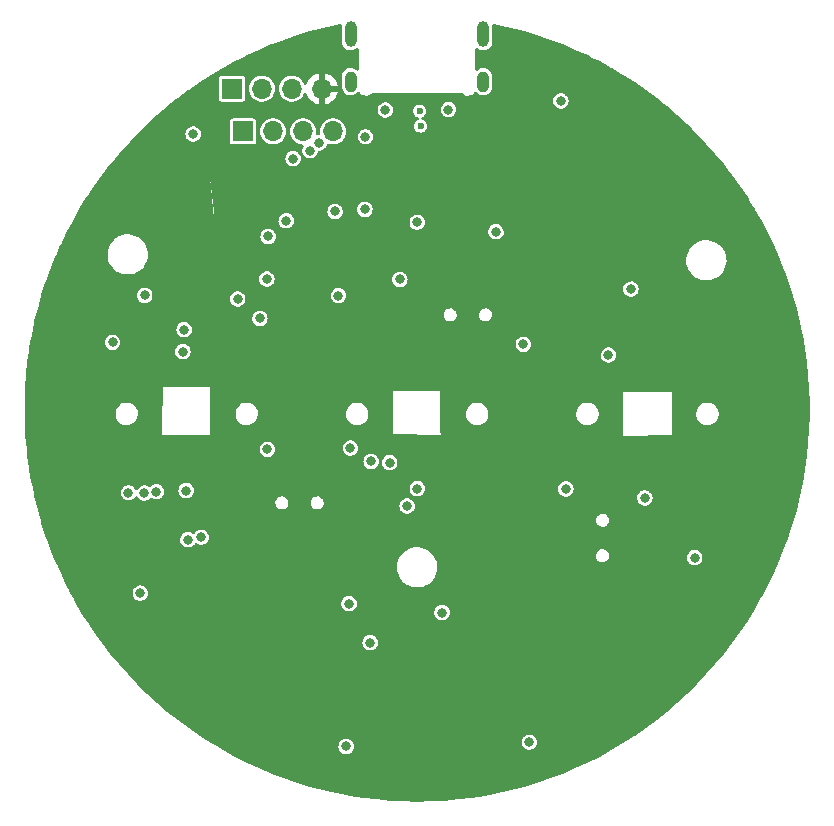
<source format=gbr>
%TF.GenerationSoftware,KiCad,Pcbnew,(7.0.0-0)*%
%TF.CreationDate,2023-03-26T23:48:35-05:00*%
%TF.ProjectId,RP2040_minimal,52503230-3430-45f6-9d69-6e696d616c2e,REV1*%
%TF.SameCoordinates,Original*%
%TF.FileFunction,Copper,L3,Inr*%
%TF.FilePolarity,Positive*%
%FSLAX46Y46*%
G04 Gerber Fmt 4.6, Leading zero omitted, Abs format (unit mm)*
G04 Created by KiCad (PCBNEW (7.0.0-0)) date 2023-03-26 23:48:35*
%MOMM*%
%LPD*%
G01*
G04 APERTURE LIST*
%TA.AperFunction,ComponentPad*%
%ADD10O,1.000000X1.800000*%
%TD*%
%TA.AperFunction,ComponentPad*%
%ADD11O,1.000000X2.200000*%
%TD*%
%TA.AperFunction,ComponentPad*%
%ADD12R,1.700000X1.700000*%
%TD*%
%TA.AperFunction,ComponentPad*%
%ADD13O,1.700000X1.700000*%
%TD*%
%TA.AperFunction,ViaPad*%
%ADD14C,0.800000*%
%TD*%
%TA.AperFunction,ViaPad*%
%ADD15C,0.600000*%
%TD*%
G04 APERTURE END LIST*
D10*
%TO.N,unconnected-(P1-SHIELD-PadS1)*%
%TO.C,P1*%
X5619999Y28119999D03*
D11*
X5619999Y32119999D03*
D10*
X-5619999Y28119999D03*
D11*
X-5619999Y32119999D03*
%TD*%
D12*
%TO.N,VDD*%
%TO.C,J2*%
X-15679999Y27524999D03*
D13*
%TO.N,USART1_RX*%
X-13139999Y27524999D03*
%TO.N,USART1_TX*%
X-10599999Y27524999D03*
%TO.N,GND*%
X-8059999Y27524999D03*
%TD*%
D12*
%TO.N,NRST*%
%TO.C,J1*%
X-14739999Y23909999D03*
D13*
%TO.N,SWDIO*%
X-12199999Y23909999D03*
%TO.N,SWCLK*%
X-9659999Y23909999D03*
%TO.N,SWO*%
X-7119999Y23909999D03*
%TD*%
D14*
%TO.N,GND*%
X7636762Y15707155D03*
X8210000Y-2330000D03*
X-21580000Y-2510000D03*
X24300000Y4850000D03*
X-27730000Y6100000D03*
X24594000Y-13234000D03*
X-24400000Y-13120000D03*
X-16040000Y13390000D03*
X-4340000Y4971041D03*
X6120000Y-2350000D03*
X25030000Y-1610000D03*
X-28110000Y3410000D03*
X13105000Y11950000D03*
X25030000Y-2860000D03*
X15490000Y8830000D03*
X-11470000Y4950000D03*
X4300000Y-4460000D03*
X-5740000Y1920000D03*
X-15440000Y4370000D03*
X-22070000Y-4030000D03*
X17310000Y7310000D03*
X15965000Y25600000D03*
X16810000Y-20000D03*
X21060000Y3710000D03*
X-6528000Y-8458000D03*
X-4120000Y25800000D03*
X-21768000Y18974000D03*
X9780000Y-2490000D03*
X11470000Y-2490000D03*
X-4880000Y-11120000D03*
X14400000Y6820000D03*
X21480000Y-5480000D03*
X5410000Y12370000D03*
X-20370000Y12250000D03*
X-18100000Y18825000D03*
X-21760000Y12300000D03*
X-17840000Y24240000D03*
X-2210000Y-17094000D03*
X-12009550Y22320349D03*
X8442500Y-6170000D03*
X23640000Y2370000D03*
X8662500Y-13920000D03*
X-14148000Y-6426000D03*
X3812000Y-18110000D03*
X17090000Y-2510000D03*
X-10660000Y6710000D03*
X584000Y12116000D03*
X-130000Y4950000D03*
X-15310000Y3100000D03*
X584000Y11100000D03*
X-7810000Y840000D03*
X13020000Y-2490000D03*
X2350000Y-2132250D03*
X-80000Y6100000D03*
X-3960000Y-5060000D03*
X-13840000Y1530000D03*
X-15950000Y-6930000D03*
X-26610000Y7230000D03*
X-10650000Y2980000D03*
X-10320000Y10630000D03*
X-21865000Y14980000D03*
X-23546000Y18720000D03*
X470000Y8390000D03*
X13290000Y9870000D03*
X-4530000Y1970000D03*
X-1830000Y19950000D03*
X24930000Y-4180000D03*
X-28090000Y-1860000D03*
X-4010000Y3570000D03*
X910000Y-2370000D03*
X-16660000Y16949500D03*
X-21930000Y16190000D03*
X11870000Y-4460000D03*
X14620433Y24129487D03*
X-17100000Y-3750000D03*
X-14140000Y4710000D03*
X-16820000Y-2780000D03*
X-15164000Y-10744000D03*
X-15930000Y-8240000D03*
X9878813Y14152813D03*
X7080000Y-4580000D03*
X-22911353Y19355354D03*
X-19914502Y22170023D03*
X17995000Y11620000D03*
X5664000Y11100000D03*
X-17700000Y17195000D03*
X-12080000Y-22270000D03*
X-11290000Y-10360000D03*
X18270000Y-2450000D03*
X12482500Y-11850000D03*
X14770000Y-4520000D03*
X19450000Y16280000D03*
X-3350000Y1910000D03*
X-28160000Y-470000D03*
X-10700000Y5660000D03*
X22380000Y3670000D03*
X24940000Y3740000D03*
X-27940000Y-3120000D03*
X-3190000Y-11020000D03*
X-28160000Y870000D03*
X-1110000Y14970000D03*
X-4750000Y-9474000D03*
X-17680000Y14420000D03*
X3020000Y2450000D03*
X-23700000Y-4930000D03*
X21160000Y6610000D03*
X10670000Y1610000D03*
X-15940000Y-9470000D03*
X4489898Y26525534D03*
X7880000Y2620000D03*
X-4520741Y26532318D03*
X10998000Y10084000D03*
X14520000Y-2470000D03*
X3124000Y11100000D03*
X-13750000Y-12200000D03*
X-260000Y-2380000D03*
X-6528000Y-6426000D03*
X5380000Y15420000D03*
X1710450Y12333669D03*
X7950000Y12116000D03*
X1780000Y-5540000D03*
X-16170000Y20390000D03*
X-2040000Y-2370000D03*
X-23380000Y-1210000D03*
X-14890000Y-2050000D03*
X820000Y3710000D03*
X22310000Y-2200000D03*
X8820000Y15810000D03*
X-13390000Y6810000D03*
X-12670000Y-12610000D03*
X5132500Y-13930000D03*
X10580000Y-4480000D03*
X-16550000Y2100000D03*
X-22690000Y6920000D03*
X-24308000Y17958000D03*
X-8665000Y-25270000D03*
X-2920000Y-6230000D03*
X-130000Y-25396000D03*
X22682000Y-4902000D03*
X14490000Y9370000D03*
X5580000Y-4540000D03*
X16500000Y17590000D03*
X-18690000Y-2640000D03*
X1985023Y24275023D03*
X-4320000Y11640000D03*
X-2740000Y24140000D03*
X-12700000Y4880000D03*
X-28100000Y4830000D03*
X-40000Y7490000D03*
X3910000Y3850000D03*
X4140000Y12370000D03*
X-3050000Y-9930000D03*
X-16270000Y-4360000D03*
X6426000Y-24968000D03*
X-21990000Y4100000D03*
X6680000Y12370000D03*
X-25760000Y-4930000D03*
X-6970000Y4490000D03*
X2240000Y16220000D03*
X5780000Y4120000D03*
X18350000Y6640000D03*
X9257500Y26630000D03*
X-2433957Y9606043D03*
X-2410000Y3650000D03*
X-20340000Y4170000D03*
X-17050000Y4400000D03*
X-7770000Y-12700000D03*
X-6900000Y5710000D03*
X-25324000Y16942000D03*
X4760000Y-2390000D03*
X12522000Y8560000D03*
X-17150000Y13360000D03*
X-20150000Y-2600000D03*
X-17720000Y-5390000D03*
X-23500000Y1590000D03*
X23820000Y-2350000D03*
X-27710000Y-4280000D03*
X7062500Y-7900000D03*
X-23510000Y2710000D03*
X-3734000Y-12014000D03*
X19810000Y-11178000D03*
X19600000Y6610000D03*
X9320000Y1640000D03*
X-21930000Y17450000D03*
X3800000Y25970000D03*
X17430000Y3730000D03*
X-28140000Y2140000D03*
X-23400000Y-2420000D03*
X22580000Y6530000D03*
X-25350000Y7380000D03*
X13560000Y7660000D03*
X9230000Y11330000D03*
X2870000Y12370000D03*
X-9140000Y-12740000D03*
X-21280000Y6759500D03*
X15780000Y-4320000D03*
X16370000Y7980000D03*
X-20130000Y-12060000D03*
X-11500000Y-2000000D03*
X2940000Y-4420000D03*
X12850000Y5980000D03*
X584000Y9830000D03*
X-24106981Y7019500D03*
X-12940000Y-1990000D03*
X-21870000Y13750000D03*
X9930000Y22575000D03*
X-3910000Y6741041D03*
X-15970000Y-5670000D03*
X-19850000Y20340000D03*
X7180000Y3630000D03*
X-720000Y3730000D03*
X-3730000Y-27240000D03*
X23480000Y3670000D03*
X-12980000Y2440000D03*
X-6320000Y-12800000D03*
X24940000Y2670000D03*
X23540000Y5610000D03*
X-22925000Y11550000D03*
X-4830000Y-12750000D03*
X-15890000Y-310000D03*
X-11590000Y-12690000D03*
X-19190000Y8690000D03*
X-3080000Y-7320000D03*
X-6770000Y1890000D03*
X-22790000Y8919500D03*
X16010000Y-2510000D03*
X-3110000Y-8540000D03*
X19220000Y3770000D03*
X19450000Y17390000D03*
X4570000Y23140000D03*
X11105001Y-26694999D03*
X-22220000Y30000D03*
X-18540000Y4250000D03*
X-21080000Y13220000D03*
X-21950000Y20300000D03*
X-7950000Y2470000D03*
X24980000Y1590000D03*
X-19080000Y12320000D03*
X23800000Y-4660000D03*
X-23500000Y3940000D03*
X-12000000Y2910000D03*
X-13750000Y-10720000D03*
X11910000Y-22240000D03*
X-13640000Y-9220000D03*
X14320000Y1730000D03*
X-4750000Y-7188000D03*
X15990000Y3750000D03*
X12380000Y1640000D03*
X-5520000Y3590000D03*
X-10440000Y-12690000D03*
X-21006000Y20140498D03*
X-25832000Y15926000D03*
X16450000Y16420000D03*
X-6970000Y6910000D03*
%TO.N,VBUS*%
X2650000Y25750000D03*
X-2690000Y25720000D03*
%TO.N,BUTT0*%
X-24438957Y-6688957D03*
X-25790000Y6050000D03*
X-12720000Y11410000D03*
%TO.N,+5V*%
X18100000Y10570000D03*
X10000Y-6340000D03*
X-18960000Y23690000D03*
X-19550000Y-6500000D03*
X9500000Y-27810000D03*
X10353Y16219646D03*
X23500000Y-12180000D03*
X-23440000Y-15190000D03*
X-6010000Y-28170000D03*
X-23060000Y10020000D03*
X12170000Y26490000D03*
X2108000Y-16827500D03*
X19280000Y-7120000D03*
D15*
%TO.N,USB_D+*%
X210000Y25640000D03*
X303779Y24365500D03*
D14*
%TO.N,BOOT0*%
X-10500000Y21600000D03*
%TO.N,BUTT1*%
X-15190000Y9720000D03*
X-23090000Y-6720000D03*
X-3975000Y-19380000D03*
X-19730000Y7120000D03*
X-19404692Y-10664692D03*
%TO.N,BUTT2*%
X-19830000Y5260500D03*
X-5766000Y-16078000D03*
X-18280000Y-10450000D03*
X-13310000Y8070000D03*
X-22070000Y-6600000D03*
%TO.N,NRST*%
X-12610000Y15010000D03*
%TO.N,BOOT1*%
X-1460000Y11380000D03*
X-6659851Y10007294D03*
%TO.N,Net-(D2-DIN)*%
X6680000Y15418000D03*
%TO.N,VDD*%
X-11087500Y16342500D03*
X-6950000Y17130000D03*
%TO.N,SWDIO*%
X-4370000Y23450000D03*
X-4430000Y17310000D03*
%TO.N,USART1_RX*%
X-9068380Y22282525D03*
%TO.N,USART1_TX*%
X-8307499Y22930649D03*
%TO.N,V_test*%
X12600000Y-6360000D03*
X-5650000Y-2910000D03*
X8990000Y5880000D03*
X16200000Y4970000D03*
X-850000Y-7820000D03*
X-2320000Y-4140000D03*
%TO.N,+4V4*%
X-12680000Y-3010000D03*
X-3890000Y-4030000D03*
%TD*%
%TA.AperFunction,Conductor*%
%TO.N,GND*%
G36*
X-17170000Y16500000D02*
G01*
X-18120000Y16590000D01*
X-18080000Y11880000D01*
X-22420000Y11830000D01*
X-22400000Y19625000D01*
X-17525000Y19975000D01*
X-17170000Y16500000D01*
G37*
%TD.AperFunction*%
%TD*%
%TA.AperFunction,Conductor*%
%TO.N,GND*%
G36*
X6841630Y32928140D02*
G01*
X6845759Y32927271D01*
X7960111Y32672643D01*
X7964226Y32671628D01*
X8751743Y32462838D01*
X9069137Y32378689D01*
X9073255Y32377521D01*
X10167407Y32046620D01*
X10171414Y32045332D01*
X11224882Y31686608D01*
X11253456Y31676878D01*
X11257486Y31675429D01*
X12326207Y31269835D01*
X12330144Y31268262D01*
X13384220Y30826029D01*
X13388064Y30824338D01*
X14426311Y30345960D01*
X14430094Y30344137D01*
X14803122Y30156392D01*
X15451127Y29830252D01*
X15454916Y29828263D01*
X15892438Y29588788D01*
X16457623Y29279437D01*
X16461324Y29277328D01*
X17274018Y28795327D01*
X17444483Y28694226D01*
X17448126Y28691979D01*
X18410552Y28075307D01*
X18414115Y28072936D01*
X19354666Y27423429D01*
X19358146Y27420937D01*
X20275767Y26739320D01*
X20279159Y26736708D01*
X20889003Y26250169D01*
X21169759Y26026179D01*
X21172670Y26023857D01*
X21175969Y26021131D01*
X22044372Y25277844D01*
X22047575Y25275005D01*
X22889784Y24502211D01*
X22892888Y24499263D01*
X23280022Y24118605D01*
X23698714Y23706917D01*
X23707950Y23697836D01*
X23710949Y23694782D01*
X24497838Y22865731D01*
X24500731Y22862577D01*
X25258556Y22006841D01*
X25261338Y22003588D01*
X25989171Y21122215D01*
X25991839Y21118868D01*
X26340328Y20665886D01*
X26580937Y20353130D01*
X26688818Y20212902D01*
X26691369Y20209465D01*
X27356664Y19279984D01*
X27359095Y19276461D01*
X27991918Y18324567D01*
X27994226Y18320962D01*
X28216316Y17960500D01*
X28593830Y17347775D01*
X28596000Y17344113D01*
X28624633Y17293833D01*
X29161653Y16350824D01*
X29163706Y16347069D01*
X29694728Y15334872D01*
X29696651Y15331048D01*
X30192427Y14301117D01*
X30194217Y14297229D01*
X30654163Y13250774D01*
X30655817Y13246826D01*
X31079359Y12185156D01*
X31080874Y12181158D01*
X31107156Y12108043D01*
X31467521Y11105504D01*
X31468899Y11101451D01*
X31818204Y10013054D01*
X31819442Y10008957D01*
X32130968Y8909177D01*
X32132063Y8905039D01*
X32405441Y7795178D01*
X32406393Y7791005D01*
X32612550Y6809301D01*
X32638294Y6686710D01*
X32641312Y6672341D01*
X32642119Y6668137D01*
X32838281Y5542069D01*
X32838943Y5537841D01*
X32996131Y4405625D01*
X32996646Y4401376D01*
X33114658Y3264467D01*
X33115027Y3260202D01*
X33193733Y2119848D01*
X33193954Y2115574D01*
X33233256Y973190D01*
X33233329Y968910D01*
X33233180Y-174117D01*
X33233106Y-178397D01*
X33193506Y-1320801D01*
X33193283Y-1325075D01*
X33114284Y-2465347D01*
X33113915Y-2469612D01*
X32995602Y-3606525D01*
X32995086Y-3610774D01*
X32837604Y-4742945D01*
X32836941Y-4747173D01*
X32640481Y-5873218D01*
X32639672Y-5877422D01*
X32404473Y-6995975D01*
X32403521Y-7000147D01*
X32129841Y-8109985D01*
X32128744Y-8114123D01*
X31816940Y-9213795D01*
X31815702Y-9217892D01*
X31466110Y-10306207D01*
X31464730Y-10310259D01*
X31077808Y-11385799D01*
X31076290Y-11389801D01*
X30652468Y-12451370D01*
X30650813Y-12455317D01*
X30190599Y-13501643D01*
X30188808Y-13505531D01*
X29692764Y-14535332D01*
X29690840Y-14539156D01*
X29159548Y-15551226D01*
X29157494Y-15554980D01*
X28591589Y-16548112D01*
X28589406Y-16551794D01*
X27989553Y-17524814D01*
X27987244Y-17528418D01*
X27354183Y-18480134D01*
X27351751Y-18483657D01*
X26686203Y-19412978D01*
X26683651Y-19416414D01*
X25986449Y-20322183D01*
X25983780Y-20325530D01*
X25255719Y-21206712D01*
X25252937Y-21209964D01*
X24494874Y-22065520D01*
X24491980Y-22068674D01*
X23704862Y-22897534D01*
X23701861Y-22900586D01*
X22886618Y-23701772D01*
X22883514Y-23704719D01*
X22041106Y-24477293D01*
X22037902Y-24480132D01*
X21169289Y-25223207D01*
X21165989Y-25225932D01*
X20272306Y-25938538D01*
X20268914Y-25941149D01*
X19351134Y-26622514D01*
X19347654Y-26625006D01*
X18406901Y-27274291D01*
X18403337Y-27276661D01*
X17440729Y-27893096D01*
X17437085Y-27895341D01*
X16453819Y-28478159D01*
X16450100Y-28480278D01*
X15447268Y-29028834D01*
X15443478Y-29030823D01*
X14422314Y-29544440D01*
X14418457Y-29546297D01*
X13380194Y-30024354D01*
X13376276Y-30026077D01*
X12322102Y-30468028D01*
X12318127Y-30469614D01*
X11249369Y-30874904D01*
X11245341Y-30876353D01*
X10163175Y-31244534D01*
X10159099Y-31245842D01*
X9064922Y-31576440D01*
X9060804Y-31577607D01*
X7955871Y-31870243D01*
X7951715Y-31871268D01*
X6837299Y-32125605D01*
X6833111Y-32126485D01*
X5710598Y-32342204D01*
X5706381Y-32342939D01*
X4577094Y-32519788D01*
X4572854Y-32520377D01*
X3438160Y-32658143D01*
X3433903Y-32658586D01*
X2295084Y-32757111D01*
X2290814Y-32757406D01*
X1149312Y-32816566D01*
X1145034Y-32816714D01*
X2148Y-32836443D01*
X-2132Y-32836443D01*
X-1145019Y-32816714D01*
X-1149297Y-32816566D01*
X-2290799Y-32757407D01*
X-2295069Y-32757112D01*
X-3433888Y-32658587D01*
X-3438145Y-32658144D01*
X-4572839Y-32520378D01*
X-4577079Y-32519789D01*
X-5706371Y-32342940D01*
X-5710580Y-32342206D01*
X-6360149Y-32217375D01*
X-6833090Y-32126488D01*
X-6837278Y-32125608D01*
X-7951700Y-31871270D01*
X-7955856Y-31870245D01*
X-9060789Y-31577609D01*
X-9064907Y-31576442D01*
X-10159084Y-31245845D01*
X-10163160Y-31244537D01*
X-11245326Y-30876356D01*
X-11249354Y-30874907D01*
X-12318113Y-30469617D01*
X-12322088Y-30468031D01*
X-13376262Y-30026080D01*
X-13380180Y-30024357D01*
X-14418442Y-29546300D01*
X-14422299Y-29544443D01*
X-15443464Y-29030827D01*
X-15447254Y-29028838D01*
X-16450086Y-28480282D01*
X-16453805Y-28478163D01*
X-16973703Y-28170000D01*
X-6665278Y-28170000D01*
X-6664374Y-28177445D01*
X-6647142Y-28319370D01*
X-6647141Y-28319375D01*
X-6646237Y-28326818D01*
X-6643578Y-28333831D01*
X-6643577Y-28333832D01*
X-6595539Y-28460500D01*
X-6590220Y-28474523D01*
X-6500483Y-28604530D01*
X-6382240Y-28709283D01*
X-6242365Y-28782696D01*
X-6088985Y-28820500D01*
X-5938515Y-28820500D01*
X-5931015Y-28820500D01*
X-5777635Y-28782696D01*
X-5637760Y-28709283D01*
X-5519517Y-28604530D01*
X-5429780Y-28474523D01*
X-5373763Y-28326818D01*
X-5354722Y-28170000D01*
X-5373763Y-28013182D01*
X-5429780Y-27865477D01*
X-5468073Y-27810000D01*
X8844722Y-27810000D01*
X8845626Y-27817445D01*
X8862858Y-27959370D01*
X8862859Y-27959375D01*
X8863763Y-27966818D01*
X8866422Y-27973831D01*
X8866423Y-27973832D01*
X8881346Y-28013182D01*
X8919780Y-28114523D01*
X8924043Y-28120699D01*
X8990413Y-28216854D01*
X9009517Y-28244530D01*
X9127760Y-28349283D01*
X9267635Y-28422696D01*
X9421015Y-28460500D01*
X9571485Y-28460500D01*
X9578985Y-28460500D01*
X9732365Y-28422696D01*
X9872240Y-28349283D01*
X9990483Y-28244530D01*
X10080220Y-28114523D01*
X10136237Y-27966818D01*
X10155278Y-27810000D01*
X10136237Y-27653182D01*
X10080220Y-27505477D01*
X9990483Y-27375470D01*
X9878954Y-27276665D01*
X9877856Y-27275692D01*
X9877854Y-27275690D01*
X9872240Y-27270717D01*
X9865595Y-27267229D01*
X9865593Y-27267228D01*
X9739006Y-27200789D01*
X9739002Y-27200787D01*
X9732365Y-27197304D01*
X9725087Y-27195510D01*
X9725084Y-27195509D01*
X9586267Y-27161294D01*
X9586260Y-27161293D01*
X9578985Y-27159500D01*
X9421015Y-27159500D01*
X9413740Y-27161292D01*
X9413732Y-27161294D01*
X9274915Y-27195509D01*
X9274909Y-27195510D01*
X9267635Y-27197304D01*
X9261000Y-27200786D01*
X9260993Y-27200789D01*
X9134406Y-27267228D01*
X9134400Y-27267231D01*
X9127760Y-27270717D01*
X9122148Y-27275687D01*
X9122143Y-27275692D01*
X9015127Y-27370499D01*
X9015122Y-27370503D01*
X9009517Y-27375470D01*
X9005262Y-27381634D01*
X9005257Y-27381640D01*
X8924043Y-27499300D01*
X8924040Y-27499303D01*
X8919780Y-27505477D01*
X8917120Y-27512488D01*
X8917118Y-27512494D01*
X8870396Y-27635692D01*
X8863763Y-27653182D01*
X8862859Y-27660622D01*
X8862858Y-27660629D01*
X8853022Y-27741640D01*
X8844722Y-27810000D01*
X-5468073Y-27810000D01*
X-5519517Y-27735470D01*
X-5637760Y-27630717D01*
X-5644405Y-27627229D01*
X-5644407Y-27627228D01*
X-5770994Y-27560789D01*
X-5770998Y-27560787D01*
X-5777635Y-27557304D01*
X-5784913Y-27555510D01*
X-5784916Y-27555509D01*
X-5923733Y-27521294D01*
X-5923740Y-27521293D01*
X-5931015Y-27519500D01*
X-6088985Y-27519500D01*
X-6096260Y-27521292D01*
X-6096268Y-27521294D01*
X-6235085Y-27555509D01*
X-6235091Y-27555510D01*
X-6242365Y-27557304D01*
X-6249000Y-27560786D01*
X-6249007Y-27560789D01*
X-6375594Y-27627228D01*
X-6375600Y-27627231D01*
X-6382240Y-27630717D01*
X-6387852Y-27635687D01*
X-6387857Y-27635692D01*
X-6494873Y-27730499D01*
X-6494878Y-27730503D01*
X-6500483Y-27735470D01*
X-6504738Y-27741634D01*
X-6504743Y-27741640D01*
X-6585957Y-27859300D01*
X-6585960Y-27859303D01*
X-6590220Y-27865477D01*
X-6592880Y-27872488D01*
X-6592882Y-27872494D01*
X-6631314Y-27973832D01*
X-6646237Y-28013182D01*
X-6647141Y-28020622D01*
X-6647142Y-28020629D01*
X-6657690Y-28107505D01*
X-6665278Y-28170000D01*
X-16973703Y-28170000D01*
X-17437071Y-27895345D01*
X-17440715Y-27893100D01*
X-18403323Y-27276665D01*
X-18406887Y-27274295D01*
X-19347640Y-26625011D01*
X-19351120Y-26622519D01*
X-20268901Y-25941154D01*
X-20272293Y-25938543D01*
X-21165976Y-25225937D01*
X-21169276Y-25223212D01*
X-22037889Y-24480137D01*
X-22041093Y-24477298D01*
X-22883487Y-23704739D01*
X-22886592Y-23701792D01*
X-23701863Y-22900577D01*
X-23704863Y-22897525D01*
X-24491968Y-22068679D01*
X-24491973Y-22068674D01*
X-24491977Y-22068670D01*
X-24494862Y-22065525D01*
X-25252925Y-21209970D01*
X-25255707Y-21206718D01*
X-25983768Y-20325537D01*
X-25986437Y-20322190D01*
X-26683640Y-19416420D01*
X-26686192Y-19412984D01*
X-26709814Y-19380000D01*
X-4630278Y-19380000D01*
X-4629374Y-19387445D01*
X-4612142Y-19529370D01*
X-4612141Y-19529375D01*
X-4611237Y-19536818D01*
X-4555220Y-19684523D01*
X-4465483Y-19814530D01*
X-4347240Y-19919283D01*
X-4207365Y-19992696D01*
X-4053985Y-20030500D01*
X-3903515Y-20030500D01*
X-3896015Y-20030500D01*
X-3742635Y-19992696D01*
X-3602760Y-19919283D01*
X-3484517Y-19814530D01*
X-3394780Y-19684523D01*
X-3338763Y-19536818D01*
X-3319722Y-19380000D01*
X-3338763Y-19223182D01*
X-3394780Y-19075477D01*
X-3484517Y-18945470D01*
X-3602760Y-18840717D01*
X-3609405Y-18837229D01*
X-3609407Y-18837228D01*
X-3735994Y-18770789D01*
X-3735998Y-18770787D01*
X-3742635Y-18767304D01*
X-3749913Y-18765510D01*
X-3749916Y-18765509D01*
X-3888733Y-18731294D01*
X-3888740Y-18731293D01*
X-3896015Y-18729500D01*
X-4053985Y-18729500D01*
X-4061260Y-18731292D01*
X-4061268Y-18731294D01*
X-4200085Y-18765509D01*
X-4200091Y-18765510D01*
X-4207365Y-18767304D01*
X-4214000Y-18770786D01*
X-4214007Y-18770789D01*
X-4340594Y-18837228D01*
X-4340600Y-18837231D01*
X-4347240Y-18840717D01*
X-4352852Y-18845687D01*
X-4352857Y-18845692D01*
X-4459873Y-18940499D01*
X-4459878Y-18940503D01*
X-4465483Y-18945470D01*
X-4469738Y-18951634D01*
X-4469743Y-18951640D01*
X-4550957Y-19069300D01*
X-4550960Y-19069303D01*
X-4555220Y-19075477D01*
X-4557880Y-19082488D01*
X-4557882Y-19082494D01*
X-4608577Y-19216167D01*
X-4611237Y-19223182D01*
X-4612141Y-19230622D01*
X-4612142Y-19230629D01*
X-4628930Y-19368896D01*
X-4630278Y-19380000D01*
X-26709814Y-19380000D01*
X-26927903Y-19075477D01*
X-27351743Y-18483657D01*
X-27354162Y-18480154D01*
X-27987242Y-17528412D01*
X-27989551Y-17524807D01*
X-28041712Y-17440196D01*
X-28419430Y-16827500D01*
X1452722Y-16827500D01*
X1453626Y-16834945D01*
X1470858Y-16976870D01*
X1470859Y-16976875D01*
X1471763Y-16984318D01*
X1527780Y-17132023D01*
X1617517Y-17262030D01*
X1735760Y-17366783D01*
X1875635Y-17440196D01*
X2029015Y-17478000D01*
X2179485Y-17478000D01*
X2186985Y-17478000D01*
X2340365Y-17440196D01*
X2480240Y-17366783D01*
X2598483Y-17262030D01*
X2688220Y-17132023D01*
X2744237Y-16984318D01*
X2763278Y-16827500D01*
X2744237Y-16670682D01*
X2688220Y-16522977D01*
X2598483Y-16392970D01*
X2480240Y-16288217D01*
X2473595Y-16284729D01*
X2473593Y-16284728D01*
X2347006Y-16218289D01*
X2347002Y-16218287D01*
X2340365Y-16214804D01*
X2333087Y-16213010D01*
X2333084Y-16213009D01*
X2194267Y-16178794D01*
X2194260Y-16178793D01*
X2186985Y-16177000D01*
X2029015Y-16177000D01*
X2021740Y-16178792D01*
X2021732Y-16178794D01*
X1882915Y-16213009D01*
X1882909Y-16213010D01*
X1875635Y-16214804D01*
X1869000Y-16218286D01*
X1868993Y-16218289D01*
X1742406Y-16284728D01*
X1742400Y-16284731D01*
X1735760Y-16288217D01*
X1730148Y-16293187D01*
X1730143Y-16293192D01*
X1623127Y-16387999D01*
X1623122Y-16388003D01*
X1617517Y-16392970D01*
X1613262Y-16399134D01*
X1613257Y-16399140D01*
X1532043Y-16516800D01*
X1532040Y-16516803D01*
X1527780Y-16522977D01*
X1525120Y-16529988D01*
X1525118Y-16529994D01*
X1474423Y-16663667D01*
X1471763Y-16670682D01*
X1470859Y-16678122D01*
X1470858Y-16678129D01*
X1454070Y-16816396D01*
X1452722Y-16827500D01*
X-28419430Y-16827500D01*
X-28589405Y-16551784D01*
X-28591578Y-16548119D01*
X-28615374Y-16506359D01*
X-28859461Y-16078000D01*
X-6421278Y-16078000D01*
X-6420374Y-16085445D01*
X-6403142Y-16227370D01*
X-6403141Y-16227375D01*
X-6402237Y-16234818D01*
X-6399578Y-16241831D01*
X-6399577Y-16241832D01*
X-6381986Y-16288217D01*
X-6346220Y-16382523D01*
X-6256483Y-16512530D01*
X-6138240Y-16617283D01*
X-5998365Y-16690696D01*
X-5844985Y-16728500D01*
X-5694515Y-16728500D01*
X-5687015Y-16728500D01*
X-5533635Y-16690696D01*
X-5393760Y-16617283D01*
X-5275517Y-16512530D01*
X-5185780Y-16382523D01*
X-5129763Y-16234818D01*
X-5110722Y-16078000D01*
X-5129763Y-15921182D01*
X-5185780Y-15773477D01*
X-5275517Y-15643470D01*
X-5303862Y-15618359D01*
X-5388144Y-15543692D01*
X-5388146Y-15543690D01*
X-5393760Y-15538717D01*
X-5400405Y-15535229D01*
X-5400407Y-15535228D01*
X-5526994Y-15468789D01*
X-5526998Y-15468787D01*
X-5533635Y-15465304D01*
X-5540913Y-15463510D01*
X-5540916Y-15463509D01*
X-5679733Y-15429294D01*
X-5679740Y-15429293D01*
X-5687015Y-15427500D01*
X-5844985Y-15427500D01*
X-5852260Y-15429292D01*
X-5852268Y-15429294D01*
X-5991085Y-15463509D01*
X-5991091Y-15463510D01*
X-5998365Y-15465304D01*
X-6005000Y-15468786D01*
X-6005007Y-15468789D01*
X-6131594Y-15535228D01*
X-6131600Y-15535231D01*
X-6138240Y-15538717D01*
X-6143852Y-15543687D01*
X-6143857Y-15543692D01*
X-6250873Y-15638499D01*
X-6250878Y-15638503D01*
X-6256483Y-15643470D01*
X-6260738Y-15649634D01*
X-6260743Y-15649640D01*
X-6341957Y-15767300D01*
X-6341960Y-15767303D01*
X-6346220Y-15773477D01*
X-6348880Y-15780488D01*
X-6348882Y-15780494D01*
X-6399577Y-15914167D01*
X-6402237Y-15921182D01*
X-6403141Y-15928622D01*
X-6403142Y-15928629D01*
X-6419930Y-16066896D01*
X-6421278Y-16078000D01*
X-28859461Y-16078000D01*
X-29157487Y-15554980D01*
X-29159537Y-15551233D01*
X-29223550Y-15429294D01*
X-29349169Y-15190000D01*
X-24095278Y-15190000D01*
X-24094374Y-15197445D01*
X-24077142Y-15339370D01*
X-24077141Y-15339375D01*
X-24076237Y-15346818D01*
X-24073578Y-15353831D01*
X-24073577Y-15353832D01*
X-24031302Y-15465304D01*
X-24020220Y-15494523D01*
X-24015957Y-15500699D01*
X-23979772Y-15553123D01*
X-23930483Y-15624530D01*
X-23812240Y-15729283D01*
X-23672365Y-15802696D01*
X-23518985Y-15840500D01*
X-23368515Y-15840500D01*
X-23361015Y-15840500D01*
X-23207635Y-15802696D01*
X-23067760Y-15729283D01*
X-22949517Y-15624530D01*
X-22859780Y-15494523D01*
X-22803763Y-15346818D01*
X-22784722Y-15190000D01*
X-22803763Y-15033182D01*
X-22859780Y-14885477D01*
X-22949517Y-14755470D01*
X-23011566Y-14700500D01*
X-23062144Y-14655692D01*
X-23062146Y-14655690D01*
X-23067760Y-14650717D01*
X-23074405Y-14647229D01*
X-23074407Y-14647228D01*
X-23200994Y-14580789D01*
X-23200998Y-14580787D01*
X-23207635Y-14577304D01*
X-23214913Y-14575510D01*
X-23214916Y-14575509D01*
X-23353733Y-14541294D01*
X-23353740Y-14541293D01*
X-23361015Y-14539500D01*
X-23518985Y-14539500D01*
X-23526260Y-14541292D01*
X-23526268Y-14541294D01*
X-23665085Y-14575509D01*
X-23665091Y-14575510D01*
X-23672365Y-14577304D01*
X-23679000Y-14580786D01*
X-23679007Y-14580789D01*
X-23805594Y-14647228D01*
X-23805600Y-14647231D01*
X-23812240Y-14650717D01*
X-23817852Y-14655687D01*
X-23817857Y-14655692D01*
X-23924873Y-14750499D01*
X-23924878Y-14750503D01*
X-23930483Y-14755470D01*
X-23934738Y-14761634D01*
X-23934743Y-14761640D01*
X-24015957Y-14879300D01*
X-24015960Y-14879303D01*
X-24020220Y-14885477D01*
X-24022880Y-14892488D01*
X-24022882Y-14892494D01*
X-24073577Y-15026167D01*
X-24076237Y-15033182D01*
X-24077141Y-15040622D01*
X-24077142Y-15040629D01*
X-24093930Y-15178896D01*
X-24095278Y-15190000D01*
X-29349169Y-15190000D01*
X-29505346Y-14892494D01*
X-29690829Y-14539163D01*
X-29692753Y-14535339D01*
X-30004659Y-13887814D01*
X-30188801Y-13505531D01*
X-30190588Y-13501651D01*
X-30190592Y-13501643D01*
X-30439966Y-12934675D01*
X-1704252Y-12934675D01*
X-1704071Y-12939423D01*
X-1704070Y-12939423D01*
X-1694434Y-13190842D01*
X-1694433Y-13190853D01*
X-1694251Y-13195593D01*
X-1693349Y-13200248D01*
X-1693347Y-13200258D01*
X-1669210Y-13324713D01*
X-1644538Y-13451927D01*
X-1642933Y-13456398D01*
X-1642930Y-13456406D01*
X-1557889Y-13693187D01*
X-1557886Y-13693194D01*
X-1556279Y-13697668D01*
X-1431541Y-13927057D01*
X-1273250Y-14134716D01*
X-1085114Y-14315778D01*
X-871544Y-14465999D01*
X-750391Y-14525986D01*
X-641805Y-14579751D01*
X-641802Y-14579752D01*
X-637547Y-14581859D01*
X-388605Y-14660641D01*
X-130555Y-14700500D01*
X62798Y-14700500D01*
X65177Y-14700500D01*
X260344Y-14685516D01*
X514586Y-14626021D01*
X756766Y-14528414D01*
X981208Y-14394982D01*
X1182652Y-14228852D01*
X1356375Y-14033920D01*
X1498306Y-13814753D01*
X1605118Y-13576489D01*
X1674307Y-13324713D01*
X1704252Y-13065325D01*
X1694251Y-12804407D01*
X1644538Y-12548073D01*
X1556279Y-12302332D01*
X1431541Y-12072943D01*
X1420090Y-12057921D01*
X15155619Y-12057921D01*
X15157344Y-12066226D01*
X15157345Y-12066228D01*
X15184681Y-12197777D01*
X15184682Y-12197780D01*
X15186408Y-12206085D01*
X15256029Y-12340447D01*
X15261816Y-12346643D01*
X15261818Y-12346646D01*
X15353529Y-12444844D01*
X15353531Y-12444845D01*
X15359320Y-12451044D01*
X15366566Y-12455450D01*
X15366568Y-12455452D01*
X15481374Y-12525267D01*
X15488618Y-12529672D01*
X15634335Y-12570500D01*
X15743421Y-12570500D01*
X15747658Y-12570500D01*
X15859920Y-12555070D01*
X15998720Y-12494780D01*
X16116108Y-12399278D01*
X16203377Y-12275647D01*
X16237370Y-12180000D01*
X22844722Y-12180000D01*
X22845626Y-12187445D01*
X22862858Y-12329370D01*
X22862859Y-12329375D01*
X22863763Y-12336818D01*
X22866422Y-12343831D01*
X22866423Y-12343832D01*
X22908754Y-12455452D01*
X22919780Y-12484523D01*
X22924043Y-12490699D01*
X22979688Y-12571316D01*
X23009517Y-12614530D01*
X23127760Y-12719283D01*
X23267635Y-12792696D01*
X23421015Y-12830500D01*
X23571485Y-12830500D01*
X23578985Y-12830500D01*
X23732365Y-12792696D01*
X23872240Y-12719283D01*
X23990483Y-12614530D01*
X24080220Y-12484523D01*
X24136237Y-12336818D01*
X24155278Y-12180000D01*
X24136237Y-12023182D01*
X24080220Y-11875477D01*
X23990483Y-11745470D01*
X23938653Y-11699553D01*
X23877856Y-11645692D01*
X23877854Y-11645690D01*
X23872240Y-11640717D01*
X23865595Y-11637229D01*
X23865593Y-11637228D01*
X23739006Y-11570789D01*
X23739002Y-11570787D01*
X23732365Y-11567304D01*
X23725087Y-11565510D01*
X23725084Y-11565509D01*
X23586267Y-11531294D01*
X23586260Y-11531293D01*
X23578985Y-11529500D01*
X23421015Y-11529500D01*
X23413740Y-11531292D01*
X23413732Y-11531294D01*
X23274915Y-11565509D01*
X23274909Y-11565510D01*
X23267635Y-11567304D01*
X23261000Y-11570786D01*
X23260993Y-11570789D01*
X23134406Y-11637228D01*
X23134400Y-11637231D01*
X23127760Y-11640717D01*
X23122148Y-11645687D01*
X23122143Y-11645692D01*
X23015127Y-11740499D01*
X23015122Y-11740503D01*
X23009517Y-11745470D01*
X23005262Y-11751634D01*
X23005257Y-11751640D01*
X22924043Y-11869300D01*
X22924040Y-11869303D01*
X22919780Y-11875477D01*
X22917120Y-11882488D01*
X22917118Y-11882494D01*
X22883903Y-11970076D01*
X22863763Y-12023182D01*
X22862859Y-12030622D01*
X22862858Y-12030629D01*
X22846070Y-12168896D01*
X22844722Y-12180000D01*
X16237370Y-12180000D01*
X16254054Y-12133056D01*
X16264381Y-11982079D01*
X16233592Y-11833915D01*
X16163971Y-11699553D01*
X16158181Y-11693353D01*
X16066470Y-11595155D01*
X16066467Y-11595153D01*
X16060680Y-11588956D01*
X16053434Y-11584550D01*
X16053431Y-11584547D01*
X15938625Y-11514732D01*
X15938621Y-11514730D01*
X15931382Y-11510328D01*
X15923220Y-11508041D01*
X15793829Y-11471787D01*
X15793825Y-11471786D01*
X15785665Y-11469500D01*
X15672342Y-11469500D01*
X15668158Y-11470075D01*
X15668144Y-11470076D01*
X15568485Y-11483774D01*
X15568479Y-11483775D01*
X15560080Y-11484930D01*
X15552299Y-11488309D01*
X15552298Y-11488310D01*
X15429062Y-11541839D01*
X15429057Y-11541841D01*
X15421280Y-11545220D01*
X15414702Y-11550571D01*
X15414698Y-11550574D01*
X15310470Y-11635370D01*
X15310468Y-11635371D01*
X15303892Y-11640722D01*
X15299003Y-11647647D01*
X15299002Y-11647649D01*
X15266741Y-11693353D01*
X15216623Y-11764353D01*
X15213785Y-11772337D01*
X15213782Y-11772344D01*
X15168786Y-11898951D01*
X15168784Y-11898955D01*
X15165946Y-11906944D01*
X15165367Y-11915403D01*
X15165367Y-11915405D01*
X15156197Y-12049457D01*
X15156197Y-12049463D01*
X15155619Y-12057921D01*
X1420090Y-12057921D01*
X1273250Y-11865284D01*
X1085114Y-11684222D01*
X871544Y-11534001D01*
X770103Y-11483774D01*
X641804Y-11420248D01*
X641795Y-11420244D01*
X637547Y-11418141D01*
X633021Y-11416708D01*
X633017Y-11416707D01*
X393131Y-11340791D01*
X393126Y-11340790D01*
X388605Y-11339359D01*
X383925Y-11338636D01*
X383916Y-11338634D01*
X135245Y-11300224D01*
X135239Y-11300223D01*
X130555Y-11299500D01*
X-65177Y-11299500D01*
X-67544Y-11299681D01*
X-67552Y-11299682D01*
X-255599Y-11314119D01*
X-255609Y-11314120D01*
X-260344Y-11314484D01*
X-264972Y-11315566D01*
X-264979Y-11315568D01*
X-509951Y-11372894D01*
X-509956Y-11372895D01*
X-514586Y-11373979D01*
X-519001Y-11375758D01*
X-519003Y-11375759D01*
X-752356Y-11469808D01*
X-752363Y-11469811D01*
X-756766Y-11471586D01*
X-760841Y-11474008D01*
X-760850Y-11474013D01*
X-977121Y-11602587D01*
X-977133Y-11602595D01*
X-981208Y-11605018D01*
X-984868Y-11608036D01*
X-984876Y-11608042D01*
X-1166012Y-11757425D01*
X-1182652Y-11771148D01*
X-1185815Y-11774696D01*
X-1185818Y-11774700D01*
X-1353210Y-11962527D01*
X-1353219Y-11962538D01*
X-1356375Y-11966080D01*
X-1358956Y-11970065D01*
X-1358964Y-11970076D01*
X-1495718Y-12181249D01*
X-1495724Y-12181259D01*
X-1498306Y-12185247D01*
X-1500251Y-12189584D01*
X-1500254Y-12189591D01*
X-1603175Y-12419175D01*
X-1603179Y-12419183D01*
X-1605118Y-12423511D01*
X-1606375Y-12428082D01*
X-1606378Y-12428093D01*
X-1673048Y-12670702D01*
X-1673051Y-12670714D01*
X-1674307Y-12675287D01*
X-1674852Y-12680003D01*
X-1674852Y-12680006D01*
X-1703708Y-12929955D01*
X-1703709Y-12929966D01*
X-1704252Y-12934675D01*
X-30439966Y-12934675D01*
X-30442042Y-12929955D01*
X-30650803Y-12455325D01*
X-30652458Y-12451378D01*
X-30886451Y-11865284D01*
X-31076286Y-11389794D01*
X-31077798Y-11385807D01*
X-31081413Y-11375759D01*
X-31337217Y-10664692D01*
X-20059970Y-10664692D01*
X-20059066Y-10672137D01*
X-20041834Y-10814062D01*
X-20041833Y-10814067D01*
X-20040929Y-10821510D01*
X-19984912Y-10969215D01*
X-19980649Y-10975391D01*
X-19922794Y-11059210D01*
X-19895175Y-11099222D01*
X-19776932Y-11203975D01*
X-19637057Y-11277388D01*
X-19483677Y-11315192D01*
X-19333207Y-11315192D01*
X-19325707Y-11315192D01*
X-19172327Y-11277388D01*
X-19032452Y-11203975D01*
X-18914209Y-11099222D01*
X-18847221Y-11002172D01*
X-18793777Y-10958537D01*
X-18725281Y-10950220D01*
X-18662945Y-10979799D01*
X-18652240Y-10989283D01*
X-18512365Y-11062696D01*
X-18358985Y-11100500D01*
X-18208515Y-11100500D01*
X-18201015Y-11100500D01*
X-18047635Y-11062696D01*
X-17907760Y-10989283D01*
X-17789517Y-10884530D01*
X-17699780Y-10754523D01*
X-17643763Y-10606818D01*
X-17624722Y-10450000D01*
X-17643763Y-10293182D01*
X-17699780Y-10145477D01*
X-17757925Y-10061239D01*
X-17785258Y-10021640D01*
X-17785259Y-10021639D01*
X-17789517Y-10015470D01*
X-17907760Y-9910717D01*
X-17914405Y-9907229D01*
X-17914407Y-9907228D01*
X-18040994Y-9840789D01*
X-18040998Y-9840787D01*
X-18047635Y-9837304D01*
X-18054913Y-9835510D01*
X-18054916Y-9835509D01*
X-18193733Y-9801294D01*
X-18193740Y-9801293D01*
X-18201015Y-9799500D01*
X-18358985Y-9799500D01*
X-18366260Y-9801292D01*
X-18366268Y-9801294D01*
X-18505085Y-9835509D01*
X-18505091Y-9835510D01*
X-18512365Y-9837304D01*
X-18519000Y-9840786D01*
X-18519007Y-9840789D01*
X-18645594Y-9907228D01*
X-18645600Y-9907231D01*
X-18652240Y-9910717D01*
X-18657852Y-9915687D01*
X-18657857Y-9915692D01*
X-18764873Y-10010499D01*
X-18764878Y-10010503D01*
X-18770483Y-10015470D01*
X-18774738Y-10021634D01*
X-18774743Y-10021640D01*
X-18837470Y-10112517D01*
X-18890917Y-10156155D01*
X-18959412Y-10164471D01*
X-19021748Y-10134891D01*
X-19026832Y-10130387D01*
X-19026837Y-10130384D01*
X-19032452Y-10125409D01*
X-19039097Y-10121921D01*
X-19039099Y-10121920D01*
X-19165686Y-10055481D01*
X-19165690Y-10055479D01*
X-19172327Y-10051996D01*
X-19179605Y-10050202D01*
X-19179608Y-10050201D01*
X-19318425Y-10015986D01*
X-19318432Y-10015985D01*
X-19325707Y-10014192D01*
X-19483677Y-10014192D01*
X-19490952Y-10015984D01*
X-19490960Y-10015986D01*
X-19629777Y-10050201D01*
X-19629783Y-10050202D01*
X-19637057Y-10051996D01*
X-19643692Y-10055478D01*
X-19643699Y-10055481D01*
X-19770286Y-10121920D01*
X-19770292Y-10121923D01*
X-19776932Y-10125409D01*
X-19782544Y-10130379D01*
X-19782549Y-10130384D01*
X-19889565Y-10225191D01*
X-19889570Y-10225195D01*
X-19895175Y-10230162D01*
X-19899430Y-10236326D01*
X-19899435Y-10236332D01*
X-19980649Y-10353992D01*
X-19980652Y-10353995D01*
X-19984912Y-10360169D01*
X-19987572Y-10367180D01*
X-19987574Y-10367186D01*
X-20021804Y-10457445D01*
X-20040929Y-10507874D01*
X-20041833Y-10515314D01*
X-20041834Y-10515321D01*
X-20052039Y-10599370D01*
X-20059970Y-10664692D01*
X-31337217Y-10664692D01*
X-31464723Y-10310259D01*
X-31466101Y-10306214D01*
X-31470287Y-10293182D01*
X-31815700Y-9217875D01*
X-31816930Y-9213803D01*
X-31839825Y-9133056D01*
X-31861129Y-9057921D01*
X15155619Y-9057921D01*
X15157344Y-9066226D01*
X15157345Y-9066228D01*
X15184681Y-9197777D01*
X15184682Y-9197780D01*
X15186408Y-9206085D01*
X15190309Y-9213614D01*
X15190310Y-9213616D01*
X15191481Y-9215875D01*
X15256029Y-9340447D01*
X15261816Y-9346643D01*
X15261818Y-9346646D01*
X15353529Y-9444844D01*
X15353531Y-9444845D01*
X15359320Y-9451044D01*
X15366566Y-9455450D01*
X15366568Y-9455452D01*
X15481374Y-9525267D01*
X15488618Y-9529672D01*
X15634335Y-9570500D01*
X15743421Y-9570500D01*
X15747658Y-9570500D01*
X15859920Y-9555070D01*
X15998720Y-9494780D01*
X16116108Y-9399278D01*
X16203377Y-9275647D01*
X16254054Y-9133056D01*
X16264381Y-8982079D01*
X16233592Y-8833915D01*
X16163971Y-8699553D01*
X16115496Y-8647649D01*
X16066470Y-8595155D01*
X16066467Y-8595153D01*
X16060680Y-8588956D01*
X16053434Y-8584550D01*
X16053431Y-8584547D01*
X15938625Y-8514732D01*
X15938621Y-8514730D01*
X15931382Y-8510328D01*
X15923220Y-8508041D01*
X15793829Y-8471787D01*
X15793825Y-8471786D01*
X15785665Y-8469500D01*
X15672342Y-8469500D01*
X15668158Y-8470075D01*
X15668144Y-8470076D01*
X15568485Y-8483774D01*
X15568479Y-8483775D01*
X15560080Y-8484930D01*
X15552299Y-8488309D01*
X15552298Y-8488310D01*
X15429062Y-8541839D01*
X15429057Y-8541841D01*
X15421280Y-8545220D01*
X15414702Y-8550571D01*
X15414698Y-8550574D01*
X15310470Y-8635370D01*
X15310468Y-8635371D01*
X15303892Y-8640722D01*
X15299003Y-8647647D01*
X15299002Y-8647649D01*
X15266741Y-8693353D01*
X15216623Y-8764353D01*
X15213785Y-8772337D01*
X15213782Y-8772344D01*
X15168786Y-8898951D01*
X15168784Y-8898955D01*
X15165946Y-8906944D01*
X15165367Y-8915403D01*
X15165367Y-8915405D01*
X15156197Y-9049457D01*
X15156197Y-9049463D01*
X15155619Y-9057921D01*
X-31861129Y-9057921D01*
X-32128743Y-8114103D01*
X-32129825Y-8110021D01*
X-32258572Y-7587921D01*
X-12014381Y-7587921D01*
X-12012656Y-7596226D01*
X-12012655Y-7596228D01*
X-11985319Y-7727777D01*
X-11985318Y-7727780D01*
X-11983592Y-7736085D01*
X-11913971Y-7870447D01*
X-11908184Y-7876643D01*
X-11908182Y-7876646D01*
X-11816471Y-7974844D01*
X-11816469Y-7974845D01*
X-11810680Y-7981044D01*
X-11803434Y-7985450D01*
X-11803432Y-7985452D01*
X-11688626Y-8055267D01*
X-11681382Y-8059672D01*
X-11535665Y-8100500D01*
X-11426579Y-8100500D01*
X-11422342Y-8100500D01*
X-11310080Y-8085070D01*
X-11171280Y-8024780D01*
X-11053892Y-7929278D01*
X-10966623Y-7805647D01*
X-10915946Y-7663056D01*
X-10910807Y-7587921D01*
X-9014381Y-7587921D01*
X-9012656Y-7596226D01*
X-9012655Y-7596228D01*
X-8985319Y-7727777D01*
X-8985318Y-7727780D01*
X-8983592Y-7736085D01*
X-8913971Y-7870447D01*
X-8908184Y-7876643D01*
X-8908182Y-7876646D01*
X-8816471Y-7974844D01*
X-8816469Y-7974845D01*
X-8810680Y-7981044D01*
X-8803434Y-7985450D01*
X-8803432Y-7985452D01*
X-8688626Y-8055267D01*
X-8681382Y-8059672D01*
X-8535665Y-8100500D01*
X-8426579Y-8100500D01*
X-8422342Y-8100500D01*
X-8310080Y-8085070D01*
X-8171280Y-8024780D01*
X-8053892Y-7929278D01*
X-7976755Y-7820000D01*
X-1505278Y-7820000D01*
X-1504374Y-7827445D01*
X-1487142Y-7969370D01*
X-1487141Y-7969375D01*
X-1486237Y-7976818D01*
X-1483578Y-7983831D01*
X-1483577Y-7983832D01*
X-1434162Y-8114131D01*
X-1430220Y-8124523D01*
X-1340483Y-8254530D01*
X-1222240Y-8359283D01*
X-1082365Y-8432696D01*
X-928985Y-8470500D01*
X-778515Y-8470500D01*
X-771015Y-8470500D01*
X-617635Y-8432696D01*
X-477760Y-8359283D01*
X-359517Y-8254530D01*
X-269780Y-8124523D01*
X-213763Y-7976818D01*
X-194722Y-7820000D01*
X-213763Y-7663182D01*
X-269780Y-7515477D01*
X-359517Y-7385470D01*
X-392350Y-7356383D01*
X-472144Y-7285692D01*
X-472146Y-7285690D01*
X-477760Y-7280717D01*
X-484405Y-7277229D01*
X-484407Y-7277228D01*
X-610994Y-7210789D01*
X-610998Y-7210787D01*
X-617635Y-7207304D01*
X-624913Y-7205510D01*
X-624916Y-7205509D01*
X-763733Y-7171294D01*
X-763740Y-7171293D01*
X-771015Y-7169500D01*
X-928985Y-7169500D01*
X-936260Y-7171292D01*
X-936268Y-7171294D01*
X-1075085Y-7205509D01*
X-1075091Y-7205510D01*
X-1082365Y-7207304D01*
X-1089000Y-7210786D01*
X-1089007Y-7210789D01*
X-1215594Y-7277228D01*
X-1215600Y-7277231D01*
X-1222240Y-7280717D01*
X-1227852Y-7285687D01*
X-1227857Y-7285692D01*
X-1334873Y-7380499D01*
X-1334878Y-7380503D01*
X-1340483Y-7385470D01*
X-1344738Y-7391634D01*
X-1344743Y-7391640D01*
X-1425957Y-7509300D01*
X-1425960Y-7509303D01*
X-1430220Y-7515477D01*
X-1432880Y-7522488D01*
X-1432882Y-7522494D01*
X-1482980Y-7654594D01*
X-1486237Y-7663182D01*
X-1487141Y-7670622D01*
X-1487142Y-7670629D01*
X-1499050Y-7768705D01*
X-1505278Y-7820000D01*
X-7976755Y-7820000D01*
X-7966623Y-7805647D01*
X-7915946Y-7663056D01*
X-7905619Y-7512079D01*
X-7936408Y-7363915D01*
X-8006029Y-7229553D01*
X-8011819Y-7223353D01*
X-8103530Y-7125155D01*
X-8103533Y-7125153D01*
X-8108345Y-7120000D01*
X18624722Y-7120000D01*
X18625626Y-7127445D01*
X18642858Y-7269370D01*
X18642859Y-7269375D01*
X18643763Y-7276818D01*
X18646422Y-7283831D01*
X18646423Y-7283832D01*
X18664954Y-7332696D01*
X18699780Y-7424523D01*
X18704043Y-7430699D01*
X18762560Y-7515477D01*
X18789517Y-7554530D01*
X18907760Y-7659283D01*
X19047635Y-7732696D01*
X19201015Y-7770500D01*
X19351485Y-7770500D01*
X19358985Y-7770500D01*
X19512365Y-7732696D01*
X19652240Y-7659283D01*
X19770483Y-7554530D01*
X19860220Y-7424523D01*
X19916237Y-7276818D01*
X19935278Y-7120000D01*
X19916237Y-6963182D01*
X19860220Y-6815477D01*
X19770483Y-6685470D01*
X19753810Y-6670699D01*
X19657856Y-6585692D01*
X19657854Y-6585690D01*
X19652240Y-6580717D01*
X19645595Y-6577229D01*
X19645593Y-6577228D01*
X19519006Y-6510789D01*
X19519002Y-6510787D01*
X19512365Y-6507304D01*
X19505087Y-6505510D01*
X19505084Y-6505509D01*
X19366267Y-6471294D01*
X19366260Y-6471293D01*
X19358985Y-6469500D01*
X19201015Y-6469500D01*
X19193740Y-6471292D01*
X19193732Y-6471294D01*
X19054915Y-6505509D01*
X19054909Y-6505510D01*
X19047635Y-6507304D01*
X19041000Y-6510786D01*
X19040993Y-6510789D01*
X18914406Y-6577228D01*
X18914400Y-6577231D01*
X18907760Y-6580717D01*
X18902148Y-6585687D01*
X18902143Y-6585692D01*
X18795127Y-6680499D01*
X18795122Y-6680503D01*
X18789517Y-6685470D01*
X18785262Y-6691634D01*
X18785257Y-6691640D01*
X18704043Y-6809300D01*
X18704040Y-6809303D01*
X18699780Y-6815477D01*
X18697120Y-6822488D01*
X18697118Y-6822494D01*
X18647059Y-6954490D01*
X18643763Y-6963182D01*
X18642859Y-6970622D01*
X18642858Y-6970629D01*
X18630570Y-7071839D01*
X18624722Y-7120000D01*
X-8108345Y-7120000D01*
X-8109320Y-7118956D01*
X-8116566Y-7114550D01*
X-8116569Y-7114547D01*
X-8231375Y-7044732D01*
X-8231379Y-7044730D01*
X-8238618Y-7040328D01*
X-8260107Y-7034307D01*
X-8376171Y-7001787D01*
X-8376175Y-7001786D01*
X-8384335Y-6999500D01*
X-8497658Y-6999500D01*
X-8501842Y-7000075D01*
X-8501856Y-7000076D01*
X-8601515Y-7013774D01*
X-8601521Y-7013775D01*
X-8609920Y-7014930D01*
X-8617701Y-7018309D01*
X-8617702Y-7018310D01*
X-8740938Y-7071839D01*
X-8740943Y-7071841D01*
X-8748720Y-7075220D01*
X-8755298Y-7080571D01*
X-8755302Y-7080574D01*
X-8859530Y-7165370D01*
X-8859532Y-7165371D01*
X-8866108Y-7170722D01*
X-8870997Y-7177647D01*
X-8870998Y-7177649D01*
X-8947263Y-7285692D01*
X-8953377Y-7294353D01*
X-8956215Y-7302337D01*
X-8956218Y-7302344D01*
X-9001214Y-7428951D01*
X-9001216Y-7428955D01*
X-9004054Y-7436944D01*
X-9004633Y-7445403D01*
X-9004633Y-7445405D01*
X-9013803Y-7579457D01*
X-9013803Y-7579463D01*
X-9014381Y-7587921D01*
X-10910807Y-7587921D01*
X-10905619Y-7512079D01*
X-10936408Y-7363915D01*
X-11006029Y-7229553D01*
X-11011819Y-7223353D01*
X-11103530Y-7125155D01*
X-11103533Y-7125153D01*
X-11109320Y-7118956D01*
X-11116566Y-7114550D01*
X-11116569Y-7114547D01*
X-11231375Y-7044732D01*
X-11231379Y-7044730D01*
X-11238618Y-7040328D01*
X-11260107Y-7034307D01*
X-11376171Y-7001787D01*
X-11376175Y-7001786D01*
X-11384335Y-6999500D01*
X-11497658Y-6999500D01*
X-11501842Y-7000075D01*
X-11501856Y-7000076D01*
X-11601515Y-7013774D01*
X-11601521Y-7013775D01*
X-11609920Y-7014930D01*
X-11617701Y-7018309D01*
X-11617702Y-7018310D01*
X-11740938Y-7071839D01*
X-11740943Y-7071841D01*
X-11748720Y-7075220D01*
X-11755298Y-7080571D01*
X-11755302Y-7080574D01*
X-11859530Y-7165370D01*
X-11859532Y-7165371D01*
X-11866108Y-7170722D01*
X-11870997Y-7177647D01*
X-11870998Y-7177649D01*
X-11947263Y-7285692D01*
X-11953377Y-7294353D01*
X-11956215Y-7302337D01*
X-11956218Y-7302344D01*
X-12001214Y-7428951D01*
X-12001216Y-7428955D01*
X-12004054Y-7436944D01*
X-12004633Y-7445403D01*
X-12004633Y-7445405D01*
X-12013803Y-7579457D01*
X-12013803Y-7579463D01*
X-12014381Y-7587921D01*
X-32258572Y-7587921D01*
X-32403516Y-7000141D01*
X-32404464Y-6995983D01*
X-32469022Y-6688957D01*
X-25094235Y-6688957D01*
X-25093331Y-6696402D01*
X-25076099Y-6838327D01*
X-25076098Y-6838332D01*
X-25075194Y-6845775D01*
X-25072535Y-6852788D01*
X-25072534Y-6852789D01*
X-25027060Y-6972696D01*
X-25019177Y-6993480D01*
X-25014914Y-6999656D01*
X-24935651Y-7114490D01*
X-24929440Y-7123487D01*
X-24923831Y-7128456D01*
X-24923830Y-7128457D01*
X-24875477Y-7171294D01*
X-24811197Y-7228240D01*
X-24671322Y-7301653D01*
X-24517942Y-7339457D01*
X-24367472Y-7339457D01*
X-24359972Y-7339457D01*
X-24206592Y-7301653D01*
X-24066717Y-7228240D01*
X-23948474Y-7123487D01*
X-23876845Y-7019713D01*
X-23829081Y-6978667D01*
X-23767314Y-6966379D01*
X-23707476Y-6986018D01*
X-23671500Y-7025405D01*
X-23670220Y-7024523D01*
X-23591008Y-7139283D01*
X-23580483Y-7154530D01*
X-23574874Y-7159499D01*
X-23574873Y-7159500D01*
X-23502898Y-7223264D01*
X-23462240Y-7259283D01*
X-23322365Y-7332696D01*
X-23168985Y-7370500D01*
X-23018515Y-7370500D01*
X-23011015Y-7370500D01*
X-22857635Y-7332696D01*
X-22717760Y-7259283D01*
X-22599517Y-7154530D01*
X-22599077Y-7155026D01*
X-22555613Y-7125020D01*
X-22496692Y-7117861D01*
X-22443767Y-7137931D01*
X-22442240Y-7139283D01*
X-22317136Y-7204943D01*
X-22312639Y-7207304D01*
X-22302365Y-7212696D01*
X-22148985Y-7250500D01*
X-21998515Y-7250500D01*
X-21991015Y-7250500D01*
X-21837635Y-7212696D01*
X-21697760Y-7139283D01*
X-21579517Y-7034530D01*
X-21489780Y-6904523D01*
X-21433763Y-6756818D01*
X-21414722Y-6600000D01*
X-21426864Y-6500000D01*
X-20205278Y-6500000D01*
X-20204374Y-6507445D01*
X-20187142Y-6649370D01*
X-20187141Y-6649375D01*
X-20186237Y-6656818D01*
X-20183578Y-6663831D01*
X-20183577Y-6663832D01*
X-20136351Y-6788359D01*
X-20130220Y-6804523D01*
X-20125957Y-6810699D01*
X-20056933Y-6910699D01*
X-20040483Y-6934530D01*
X-20034874Y-6939499D01*
X-20034873Y-6939500D01*
X-19973942Y-6993480D01*
X-19922240Y-7039283D01*
X-19782365Y-7112696D01*
X-19628985Y-7150500D01*
X-19478515Y-7150500D01*
X-19471015Y-7150500D01*
X-19317635Y-7112696D01*
X-19177760Y-7039283D01*
X-19059517Y-6934530D01*
X-18969780Y-6804523D01*
X-18913763Y-6656818D01*
X-18894722Y-6500000D01*
X-18913763Y-6343182D01*
X-18914970Y-6340000D01*
X-645278Y-6340000D01*
X-644374Y-6347445D01*
X-627142Y-6489370D01*
X-627141Y-6489375D01*
X-626237Y-6496818D01*
X-623578Y-6503831D01*
X-623577Y-6503832D01*
X-587106Y-6600000D01*
X-570220Y-6644523D01*
X-565957Y-6650699D01*
X-487868Y-6763832D01*
X-480483Y-6774530D01*
X-362240Y-6879283D01*
X-222365Y-6952696D01*
X-68985Y-6990500D01*
X81485Y-6990500D01*
X88985Y-6990500D01*
X242365Y-6952696D01*
X382240Y-6879283D01*
X500483Y-6774530D01*
X590220Y-6644523D01*
X646237Y-6496818D01*
X662850Y-6360000D01*
X11944722Y-6360000D01*
X11945626Y-6367445D01*
X11962858Y-6509370D01*
X11962859Y-6509375D01*
X11963763Y-6516818D01*
X11966422Y-6523831D01*
X11966423Y-6523832D01*
X12016857Y-6656818D01*
X12019780Y-6664523D01*
X12024043Y-6670699D01*
X12099142Y-6779500D01*
X12109517Y-6794530D01*
X12115126Y-6799499D01*
X12115127Y-6799500D01*
X12209121Y-6882771D01*
X12227760Y-6899283D01*
X12367635Y-6972696D01*
X12521015Y-7010500D01*
X12671485Y-7010500D01*
X12678985Y-7010500D01*
X12832365Y-6972696D01*
X12972240Y-6899283D01*
X13090483Y-6794530D01*
X13180220Y-6664523D01*
X13236237Y-6516818D01*
X13255278Y-6360000D01*
X13236237Y-6203182D01*
X13180220Y-6055477D01*
X13090483Y-5925470D01*
X13074872Y-5911640D01*
X12977856Y-5825692D01*
X12977854Y-5825690D01*
X12972240Y-5820717D01*
X12965595Y-5817229D01*
X12965593Y-5817228D01*
X12839006Y-5750789D01*
X12839002Y-5750787D01*
X12832365Y-5747304D01*
X12825087Y-5745510D01*
X12825084Y-5745509D01*
X12686267Y-5711294D01*
X12686260Y-5711293D01*
X12678985Y-5709500D01*
X12521015Y-5709500D01*
X12513740Y-5711292D01*
X12513732Y-5711294D01*
X12374915Y-5745509D01*
X12374909Y-5745510D01*
X12367635Y-5747304D01*
X12361000Y-5750786D01*
X12360993Y-5750789D01*
X12234406Y-5817228D01*
X12234400Y-5817231D01*
X12227760Y-5820717D01*
X12222148Y-5825687D01*
X12222143Y-5825692D01*
X12115127Y-5920499D01*
X12115122Y-5920503D01*
X12109517Y-5925470D01*
X12105262Y-5931634D01*
X12105257Y-5931640D01*
X12024043Y-6049300D01*
X12024040Y-6049303D01*
X12019780Y-6055477D01*
X12017120Y-6062488D01*
X12017118Y-6062494D01*
X11966872Y-6194984D01*
X11963763Y-6203182D01*
X11962859Y-6210622D01*
X11962858Y-6210629D01*
X11953306Y-6289300D01*
X11944722Y-6360000D01*
X662850Y-6360000D01*
X665278Y-6340000D01*
X646237Y-6183182D01*
X590220Y-6035477D01*
X500483Y-5905470D01*
X494872Y-5900499D01*
X387856Y-5805692D01*
X387854Y-5805690D01*
X382240Y-5800717D01*
X375595Y-5797229D01*
X375593Y-5797228D01*
X249006Y-5730789D01*
X249002Y-5730787D01*
X242365Y-5727304D01*
X235087Y-5725510D01*
X235084Y-5725509D01*
X96267Y-5691294D01*
X96260Y-5691293D01*
X88985Y-5689500D01*
X-68985Y-5689500D01*
X-76260Y-5691292D01*
X-76268Y-5691294D01*
X-215085Y-5725509D01*
X-215091Y-5725510D01*
X-222365Y-5727304D01*
X-229000Y-5730786D01*
X-229007Y-5730789D01*
X-355594Y-5797228D01*
X-355600Y-5797231D01*
X-362240Y-5800717D01*
X-367852Y-5805687D01*
X-367857Y-5805692D01*
X-474873Y-5900499D01*
X-474878Y-5900503D01*
X-480483Y-5905470D01*
X-484738Y-5911634D01*
X-484743Y-5911640D01*
X-565957Y-6029300D01*
X-565960Y-6029303D01*
X-570220Y-6035477D01*
X-572880Y-6042488D01*
X-572882Y-6042494D01*
X-618150Y-6161858D01*
X-626237Y-6183182D01*
X-627141Y-6190622D01*
X-627142Y-6190629D01*
X-638657Y-6285470D01*
X-645278Y-6340000D01*
X-18914970Y-6340000D01*
X-18969780Y-6195477D01*
X-19049663Y-6079746D01*
X-19055258Y-6071640D01*
X-19055259Y-6071639D01*
X-19059517Y-6065470D01*
X-19085452Y-6042494D01*
X-19172144Y-5965692D01*
X-19172146Y-5965690D01*
X-19177760Y-5960717D01*
X-19184405Y-5957229D01*
X-19184407Y-5957228D01*
X-19310994Y-5890789D01*
X-19310998Y-5890787D01*
X-19317635Y-5887304D01*
X-19324913Y-5885510D01*
X-19324916Y-5885509D01*
X-19463733Y-5851294D01*
X-19463740Y-5851293D01*
X-19471015Y-5849500D01*
X-19628985Y-5849500D01*
X-19636260Y-5851292D01*
X-19636268Y-5851294D01*
X-19775085Y-5885509D01*
X-19775091Y-5885510D01*
X-19782365Y-5887304D01*
X-19789000Y-5890786D01*
X-19789007Y-5890789D01*
X-19915594Y-5957228D01*
X-19915600Y-5957231D01*
X-19922240Y-5960717D01*
X-19927852Y-5965687D01*
X-19927857Y-5965692D01*
X-20034873Y-6060499D01*
X-20034878Y-6060503D01*
X-20040483Y-6065470D01*
X-20044738Y-6071634D01*
X-20044743Y-6071640D01*
X-20125957Y-6189300D01*
X-20125960Y-6189303D01*
X-20130220Y-6195477D01*
X-20132880Y-6202488D01*
X-20132882Y-6202494D01*
X-20182207Y-6332555D01*
X-20186237Y-6343182D01*
X-20187141Y-6350622D01*
X-20187142Y-6350629D01*
X-20203930Y-6488896D01*
X-20205278Y-6500000D01*
X-21426864Y-6500000D01*
X-21433763Y-6443182D01*
X-21489780Y-6295477D01*
X-21567291Y-6183182D01*
X-21575258Y-6171640D01*
X-21575259Y-6171639D01*
X-21579517Y-6165470D01*
X-21585128Y-6160499D01*
X-21692144Y-6065692D01*
X-21692146Y-6065690D01*
X-21697760Y-6060717D01*
X-21704405Y-6057229D01*
X-21704407Y-6057228D01*
X-21830994Y-5990789D01*
X-21830998Y-5990787D01*
X-21837635Y-5987304D01*
X-21844913Y-5985510D01*
X-21844916Y-5985509D01*
X-21983733Y-5951294D01*
X-21983740Y-5951293D01*
X-21991015Y-5949500D01*
X-22148985Y-5949500D01*
X-22156260Y-5951292D01*
X-22156268Y-5951294D01*
X-22295085Y-5985509D01*
X-22295091Y-5985510D01*
X-22302365Y-5987304D01*
X-22309000Y-5990786D01*
X-22309007Y-5990789D01*
X-22435594Y-6057228D01*
X-22435600Y-6057231D01*
X-22442240Y-6060717D01*
X-22447852Y-6065687D01*
X-22447857Y-6065692D01*
X-22554874Y-6160500D01*
X-22554878Y-6160504D01*
X-22556402Y-6161854D01*
X-22556407Y-6161858D01*
X-22560483Y-6165470D01*
X-22560922Y-6164974D01*
X-22604400Y-6194984D01*
X-22663314Y-6202137D01*
X-22716235Y-6182068D01*
X-22717760Y-6180717D01*
X-22724396Y-6177234D01*
X-22724399Y-6177232D01*
X-22850994Y-6110789D01*
X-22850998Y-6110787D01*
X-22857635Y-6107304D01*
X-22864913Y-6105510D01*
X-22864916Y-6105509D01*
X-23003733Y-6071294D01*
X-23003740Y-6071293D01*
X-23011015Y-6069500D01*
X-23168985Y-6069500D01*
X-23176260Y-6071292D01*
X-23176268Y-6071294D01*
X-23315085Y-6105509D01*
X-23315091Y-6105510D01*
X-23322365Y-6107304D01*
X-23329000Y-6110786D01*
X-23329007Y-6110789D01*
X-23455594Y-6177228D01*
X-23455600Y-6177231D01*
X-23462240Y-6180717D01*
X-23467852Y-6185687D01*
X-23467857Y-6185692D01*
X-23574873Y-6280499D01*
X-23574878Y-6280503D01*
X-23580483Y-6285470D01*
X-23584738Y-6291634D01*
X-23584743Y-6291640D01*
X-23652113Y-6389243D01*
X-23699880Y-6430290D01*
X-23761650Y-6442577D01*
X-23821488Y-6422934D01*
X-23857456Y-6383549D01*
X-23858737Y-6384434D01*
X-23944215Y-6260597D01*
X-23944216Y-6260596D01*
X-23948474Y-6254427D01*
X-24007498Y-6202137D01*
X-24061101Y-6154649D01*
X-24061103Y-6154647D01*
X-24066717Y-6149674D01*
X-24073362Y-6146186D01*
X-24073364Y-6146185D01*
X-24199951Y-6079746D01*
X-24199955Y-6079744D01*
X-24206592Y-6076261D01*
X-24213870Y-6074467D01*
X-24213873Y-6074466D01*
X-24352690Y-6040251D01*
X-24352697Y-6040250D01*
X-24359972Y-6038457D01*
X-24517942Y-6038457D01*
X-24525217Y-6040249D01*
X-24525225Y-6040251D01*
X-24664042Y-6074466D01*
X-24664048Y-6074467D01*
X-24671322Y-6076261D01*
X-24677957Y-6079743D01*
X-24677964Y-6079746D01*
X-24804551Y-6146185D01*
X-24804557Y-6146188D01*
X-24811197Y-6149674D01*
X-24816809Y-6154644D01*
X-24816814Y-6154649D01*
X-24923830Y-6249456D01*
X-24923835Y-6249460D01*
X-24929440Y-6254427D01*
X-24933695Y-6260591D01*
X-24933700Y-6260597D01*
X-25014914Y-6378257D01*
X-25014917Y-6378260D01*
X-25019177Y-6384434D01*
X-25021837Y-6391445D01*
X-25021839Y-6391451D01*
X-25069384Y-6516818D01*
X-25075194Y-6532139D01*
X-25076098Y-6539579D01*
X-25076099Y-6539586D01*
X-25082530Y-6592555D01*
X-25094235Y-6688957D01*
X-32469022Y-6688957D01*
X-32639668Y-5877404D01*
X-32640472Y-5873226D01*
X-32650242Y-5817228D01*
X-32836937Y-4747161D01*
X-32837596Y-4742953D01*
X-32846533Y-4678705D01*
X-32936766Y-4030000D01*
X-4545278Y-4030000D01*
X-4544374Y-4037445D01*
X-4527142Y-4179370D01*
X-4527141Y-4179375D01*
X-4526237Y-4186818D01*
X-4523578Y-4193831D01*
X-4523577Y-4193832D01*
X-4487345Y-4289370D01*
X-4470220Y-4334523D01*
X-4380483Y-4464530D01*
X-4262240Y-4569283D01*
X-4122365Y-4642696D01*
X-3968985Y-4680500D01*
X-3818515Y-4680500D01*
X-3811015Y-4680500D01*
X-3657635Y-4642696D01*
X-3517760Y-4569283D01*
X-3399517Y-4464530D01*
X-3309780Y-4334523D01*
X-3253763Y-4186818D01*
X-3248078Y-4140000D01*
X-2975278Y-4140000D01*
X-2974374Y-4147445D01*
X-2957142Y-4289370D01*
X-2957141Y-4289375D01*
X-2956237Y-4296818D01*
X-2953578Y-4303831D01*
X-2953577Y-4303832D01*
X-2941938Y-4334523D01*
X-2900220Y-4444523D01*
X-2895957Y-4450699D01*
X-2817540Y-4564307D01*
X-2810483Y-4574530D01*
X-2692240Y-4679283D01*
X-2685594Y-4682771D01*
X-2570929Y-4742953D01*
X-2552365Y-4752696D01*
X-2398985Y-4790500D01*
X-2248515Y-4790500D01*
X-2241015Y-4790500D01*
X-2087635Y-4752696D01*
X-1947760Y-4679283D01*
X-1829517Y-4574530D01*
X-1739780Y-4444523D01*
X-1683763Y-4296818D01*
X-1664722Y-4140000D01*
X-1683763Y-3983182D01*
X-1739780Y-3835477D01*
X-1829517Y-3705470D01*
X-1882304Y-3658705D01*
X-1942144Y-3605692D01*
X-1942146Y-3605690D01*
X-1947760Y-3600717D01*
X-1954405Y-3597229D01*
X-1954407Y-3597228D01*
X-2080994Y-3530789D01*
X-2080998Y-3530787D01*
X-2087635Y-3527304D01*
X-2094913Y-3525510D01*
X-2094916Y-3525509D01*
X-2233733Y-3491294D01*
X-2233740Y-3491293D01*
X-2241015Y-3489500D01*
X-2398985Y-3489500D01*
X-2406260Y-3491292D01*
X-2406268Y-3491294D01*
X-2545085Y-3525509D01*
X-2545091Y-3525510D01*
X-2552365Y-3527304D01*
X-2559000Y-3530786D01*
X-2559007Y-3530789D01*
X-2685594Y-3597228D01*
X-2685600Y-3597231D01*
X-2692240Y-3600717D01*
X-2697852Y-3605687D01*
X-2697857Y-3605692D01*
X-2804873Y-3700499D01*
X-2804878Y-3700503D01*
X-2810483Y-3705470D01*
X-2814738Y-3711634D01*
X-2814743Y-3711640D01*
X-2895957Y-3829300D01*
X-2895960Y-3829303D01*
X-2900220Y-3835477D01*
X-2902880Y-3842488D01*
X-2902882Y-3842494D01*
X-2953577Y-3976167D01*
X-2956237Y-3983182D01*
X-2957141Y-3990622D01*
X-2957142Y-3990629D01*
X-2961018Y-4022555D01*
X-2975278Y-4140000D01*
X-3248078Y-4140000D01*
X-3234722Y-4030000D01*
X-3253763Y-3873182D01*
X-3309780Y-3725477D01*
X-3380724Y-3622696D01*
X-3395258Y-3601640D01*
X-3395259Y-3601639D01*
X-3399517Y-3595470D01*
X-3438990Y-3560500D01*
X-3512144Y-3495692D01*
X-3512146Y-3495690D01*
X-3517760Y-3490717D01*
X-3524405Y-3487229D01*
X-3524407Y-3487228D01*
X-3650994Y-3420789D01*
X-3650998Y-3420787D01*
X-3657635Y-3417304D01*
X-3664913Y-3415510D01*
X-3664916Y-3415509D01*
X-3803733Y-3381294D01*
X-3803740Y-3381293D01*
X-3811015Y-3379500D01*
X-3968985Y-3379500D01*
X-3976260Y-3381292D01*
X-3976268Y-3381294D01*
X-4115085Y-3415509D01*
X-4115091Y-3415510D01*
X-4122365Y-3417304D01*
X-4129000Y-3420786D01*
X-4129007Y-3420789D01*
X-4255594Y-3487228D01*
X-4255600Y-3487231D01*
X-4262240Y-3490717D01*
X-4267852Y-3495687D01*
X-4267857Y-3495692D01*
X-4374873Y-3590499D01*
X-4374878Y-3590503D01*
X-4380483Y-3595470D01*
X-4384738Y-3601634D01*
X-4384743Y-3601640D01*
X-4465957Y-3719300D01*
X-4465960Y-3719303D01*
X-4470220Y-3725477D01*
X-4472880Y-3732492D01*
X-4511937Y-3835477D01*
X-4526237Y-3873182D01*
X-4527141Y-3880622D01*
X-4527142Y-3880629D01*
X-4540498Y-3990629D01*
X-4545278Y-4030000D01*
X-32936766Y-4030000D01*
X-32995079Y-3610774D01*
X-32995594Y-3606533D01*
X-32995595Y-3606525D01*
X-33057672Y-3010000D01*
X-13335278Y-3010000D01*
X-13334374Y-3017445D01*
X-13317142Y-3159370D01*
X-13317141Y-3159375D01*
X-13316237Y-3166818D01*
X-13313578Y-3173831D01*
X-13313577Y-3173832D01*
X-13300807Y-3207505D01*
X-13260220Y-3314523D01*
X-13255957Y-3320699D01*
X-13186871Y-3420789D01*
X-13170483Y-3444530D01*
X-13164874Y-3449499D01*
X-13164873Y-3449500D01*
X-13077050Y-3527304D01*
X-13052240Y-3549283D01*
X-12912365Y-3622696D01*
X-12758985Y-3660500D01*
X-12608515Y-3660500D01*
X-12601015Y-3660500D01*
X-12447635Y-3622696D01*
X-12307760Y-3549283D01*
X-12189517Y-3444530D01*
X-12099780Y-3314523D01*
X-12043763Y-3166818D01*
X-12024722Y-3010000D01*
X-12036864Y-2910000D01*
X-6305278Y-2910000D01*
X-6304374Y-2917445D01*
X-6287142Y-3059370D01*
X-6287141Y-3059375D01*
X-6286237Y-3066818D01*
X-6230220Y-3214523D01*
X-6225957Y-3220699D01*
X-6156933Y-3320699D01*
X-6140483Y-3344530D01*
X-6134874Y-3349499D01*
X-6134873Y-3349500D01*
X-6054404Y-3420789D01*
X-6022240Y-3449283D01*
X-5882365Y-3522696D01*
X-5728985Y-3560500D01*
X-5578515Y-3560500D01*
X-5571015Y-3560500D01*
X-5417635Y-3522696D01*
X-5277760Y-3449283D01*
X-5159517Y-3344530D01*
X-5069780Y-3214523D01*
X-5013763Y-3066818D01*
X-4994722Y-2910000D01*
X-5013763Y-2753182D01*
X-5069780Y-2605477D01*
X-5159517Y-2475470D01*
X-5168820Y-2467228D01*
X-5272144Y-2375692D01*
X-5272146Y-2375690D01*
X-5277760Y-2370717D01*
X-5284405Y-2367229D01*
X-5284407Y-2367228D01*
X-5410994Y-2300789D01*
X-5410998Y-2300787D01*
X-5417635Y-2297304D01*
X-5424913Y-2295510D01*
X-5424916Y-2295509D01*
X-5563733Y-2261294D01*
X-5563740Y-2261293D01*
X-5571015Y-2259500D01*
X-5728985Y-2259500D01*
X-5736260Y-2261292D01*
X-5736268Y-2261294D01*
X-5875085Y-2295509D01*
X-5875091Y-2295510D01*
X-5882365Y-2297304D01*
X-5889000Y-2300786D01*
X-5889007Y-2300789D01*
X-6015594Y-2367228D01*
X-6015600Y-2367231D01*
X-6022240Y-2370717D01*
X-6027852Y-2375687D01*
X-6027857Y-2375692D01*
X-6134873Y-2470499D01*
X-6134878Y-2470503D01*
X-6140483Y-2475470D01*
X-6144738Y-2481634D01*
X-6144743Y-2481640D01*
X-6225957Y-2599300D01*
X-6225960Y-2599303D01*
X-6230220Y-2605477D01*
X-6232880Y-2612488D01*
X-6232882Y-2612494D01*
X-6283577Y-2746167D01*
X-6286237Y-2753182D01*
X-6287141Y-2760622D01*
X-6287142Y-2760629D01*
X-6303930Y-2898896D01*
X-6305278Y-2910000D01*
X-12036864Y-2910000D01*
X-12043763Y-2853182D01*
X-12099780Y-2705477D01*
X-12189517Y-2575470D01*
X-12307760Y-2470717D01*
X-12314405Y-2467229D01*
X-12314407Y-2467228D01*
X-12440994Y-2400789D01*
X-12440998Y-2400787D01*
X-12447635Y-2397304D01*
X-12454913Y-2395510D01*
X-12454916Y-2395509D01*
X-12593733Y-2361294D01*
X-12593740Y-2361293D01*
X-12601015Y-2359500D01*
X-12758985Y-2359500D01*
X-12766260Y-2361292D01*
X-12766268Y-2361294D01*
X-12905085Y-2395509D01*
X-12905091Y-2395510D01*
X-12912365Y-2397304D01*
X-12919000Y-2400786D01*
X-12919007Y-2400789D01*
X-13045594Y-2467228D01*
X-13045600Y-2467231D01*
X-13052240Y-2470717D01*
X-13057852Y-2475687D01*
X-13057857Y-2475692D01*
X-13164873Y-2570499D01*
X-13164878Y-2570503D01*
X-13170483Y-2575470D01*
X-13174738Y-2581634D01*
X-13174743Y-2581640D01*
X-13255957Y-2699300D01*
X-13255960Y-2699303D01*
X-13260220Y-2705477D01*
X-13262880Y-2712488D01*
X-13262882Y-2712494D01*
X-13313577Y-2846167D01*
X-13316237Y-2853182D01*
X-13317141Y-2860622D01*
X-13317142Y-2860629D01*
X-13322232Y-2902555D01*
X-13335278Y-3010000D01*
X-33057672Y-3010000D01*
X-33113912Y-2469569D01*
X-33114272Y-2465407D01*
X-33161779Y-1779696D01*
X-21567165Y-1779696D01*
X-17537165Y-1799696D01*
X-17536928Y-1713145D01*
X-2049667Y-1713145D01*
X2000000Y-1760000D01*
X1950874Y-1347349D01*
X1950006Y-1332591D01*
X1950016Y-1320801D01*
X1950368Y-886867D01*
X1950370Y-886510D01*
X1956335Y-48390D01*
X4125824Y-48390D01*
X4126775Y-54602D01*
X4126776Y-54608D01*
X4154144Y-233259D01*
X4154146Y-233267D01*
X4155097Y-239474D01*
X4157278Y-245364D01*
X4157280Y-245370D01*
X4187040Y-325722D01*
X4222236Y-420753D01*
X4225562Y-426089D01*
X4225564Y-426093D01*
X4278081Y-510350D01*
X4324491Y-584807D01*
X4457677Y-724919D01*
X4616342Y-835353D01*
X4793988Y-911587D01*
X4983344Y-950500D01*
X5125064Y-950500D01*
X5128206Y-950500D01*
X5272321Y-935845D01*
X5456768Y-877974D01*
X5625791Y-784159D01*
X5772468Y-658240D01*
X5890796Y-505373D01*
X5975930Y-331816D01*
X6024385Y-144674D01*
X6029268Y-48390D01*
X13465824Y-48390D01*
X13466775Y-54602D01*
X13466776Y-54608D01*
X13494144Y-233259D01*
X13494146Y-233267D01*
X13495097Y-239474D01*
X13497278Y-245364D01*
X13497280Y-245370D01*
X13527040Y-325722D01*
X13562236Y-420753D01*
X13565562Y-426089D01*
X13565564Y-426093D01*
X13618081Y-510350D01*
X13664491Y-584807D01*
X13797677Y-724919D01*
X13956342Y-835353D01*
X14133988Y-911587D01*
X14323344Y-950500D01*
X14465064Y-950500D01*
X14468206Y-950500D01*
X14612321Y-935845D01*
X14796768Y-877974D01*
X14965791Y-784159D01*
X15112468Y-658240D01*
X15230796Y-505373D01*
X15315930Y-331816D01*
X15364385Y-144674D01*
X15374176Y48390D01*
X15344903Y239474D01*
X15277764Y420753D01*
X15225020Y505373D01*
X15178835Y579471D01*
X15178834Y579472D01*
X15175509Y584807D01*
X15042323Y724919D01*
X14883658Y835353D01*
X14877884Y837831D01*
X14877882Y837832D01*
X14711786Y909109D01*
X14711787Y909109D01*
X14706012Y911587D01*
X14699858Y912852D01*
X14699857Y912852D01*
X14522814Y949235D01*
X14522809Y949236D01*
X14516656Y950500D01*
X14371794Y950500D01*
X14368683Y950184D01*
X14368670Y950183D01*
X14233931Y936481D01*
X14233928Y936481D01*
X14227679Y935845D01*
X14221681Y933964D01*
X14221680Y933963D01*
X14049235Y879858D01*
X14049230Y879857D01*
X14043232Y877974D01*
X14037736Y874924D01*
X14037730Y874921D01*
X13879708Y787212D01*
X13879702Y787208D01*
X13874209Y784159D01*
X13869444Y780070D01*
X13869439Y780065D01*
X13732300Y662334D01*
X13732295Y662330D01*
X13727532Y658240D01*
X13723689Y653276D01*
X13723682Y653268D01*
X13613057Y510351D01*
X13609204Y505373D01*
X13606436Y499732D01*
X13606432Y499724D01*
X13526840Y337464D01*
X13524070Y331816D01*
X13522493Y325727D01*
X13522492Y325723D01*
X13498552Y233260D01*
X13475615Y144674D01*
X13475296Y138394D01*
X13475296Y138390D01*
X13466142Y-42108D01*
X13466142Y-42113D01*
X13465824Y-48390D01*
X6029268Y-48390D01*
X6034176Y48390D01*
X6004903Y239474D01*
X5937764Y420753D01*
X5885020Y505373D01*
X5838835Y579471D01*
X5838834Y579472D01*
X5835509Y584807D01*
X5702323Y724919D01*
X5543658Y835353D01*
X5537884Y837831D01*
X5537882Y837832D01*
X5371786Y909109D01*
X5371787Y909109D01*
X5366012Y911587D01*
X5359858Y912852D01*
X5359857Y912852D01*
X5182814Y949235D01*
X5182809Y949236D01*
X5176656Y950500D01*
X5031794Y950500D01*
X5028683Y950184D01*
X5028670Y950183D01*
X4893931Y936481D01*
X4893928Y936481D01*
X4887679Y935845D01*
X4881681Y933964D01*
X4881680Y933963D01*
X4709235Y879858D01*
X4709230Y879857D01*
X4703232Y877974D01*
X4697736Y874924D01*
X4697730Y874921D01*
X4539708Y787212D01*
X4539702Y787208D01*
X4534209Y784159D01*
X4529444Y780070D01*
X4529439Y780065D01*
X4392300Y662334D01*
X4392295Y662330D01*
X4387532Y658240D01*
X4383689Y653276D01*
X4383682Y653268D01*
X4273057Y510351D01*
X4269204Y505373D01*
X4266436Y499732D01*
X4266432Y499724D01*
X4186840Y337464D01*
X4184070Y331816D01*
X4182493Y325727D01*
X4182492Y325723D01*
X4158552Y233260D01*
X4135615Y144674D01*
X4135296Y138394D01*
X4135296Y138390D01*
X4126142Y-42108D01*
X4126142Y-42113D01*
X4125824Y-48390D01*
X1956335Y-48390D01*
X1969989Y1870000D01*
X17390000Y1870000D01*
X17390043Y1853934D01*
X17390043Y1853933D01*
X17399991Y-1847091D01*
X17399991Y-1847093D01*
X17400036Y-1863537D01*
X21560036Y-1803537D01*
X21569601Y-48390D01*
X23625824Y-48390D01*
X23626775Y-54602D01*
X23626776Y-54608D01*
X23654144Y-233259D01*
X23654146Y-233267D01*
X23655097Y-239474D01*
X23657278Y-245364D01*
X23657280Y-245370D01*
X23687040Y-325722D01*
X23722236Y-420753D01*
X23725562Y-426089D01*
X23725564Y-426093D01*
X23778081Y-510350D01*
X23824491Y-584807D01*
X23957677Y-724919D01*
X24116342Y-835353D01*
X24293988Y-911587D01*
X24483344Y-950500D01*
X24625064Y-950500D01*
X24628206Y-950500D01*
X24772321Y-935845D01*
X24956768Y-877974D01*
X25125791Y-784159D01*
X25272468Y-658240D01*
X25390796Y-505373D01*
X25475930Y-331816D01*
X25524385Y-144674D01*
X25534176Y48390D01*
X25504903Y239474D01*
X25437764Y420753D01*
X25385020Y505373D01*
X25338835Y579471D01*
X25338834Y579472D01*
X25335509Y584807D01*
X25202323Y724919D01*
X25043658Y835353D01*
X25037884Y837831D01*
X25037882Y837832D01*
X24871786Y909109D01*
X24871787Y909109D01*
X24866012Y911587D01*
X24859858Y912852D01*
X24859857Y912852D01*
X24682814Y949235D01*
X24682809Y949236D01*
X24676656Y950500D01*
X24531794Y950500D01*
X24528683Y950184D01*
X24528670Y950183D01*
X24393931Y936481D01*
X24393928Y936481D01*
X24387679Y935845D01*
X24381681Y933964D01*
X24381680Y933963D01*
X24209235Y879858D01*
X24209230Y879857D01*
X24203232Y877974D01*
X24197736Y874924D01*
X24197730Y874921D01*
X24039708Y787212D01*
X24039702Y787208D01*
X24034209Y784159D01*
X24029444Y780070D01*
X24029439Y780065D01*
X23892300Y662334D01*
X23892295Y662330D01*
X23887532Y658240D01*
X23883689Y653276D01*
X23883682Y653268D01*
X23773057Y510351D01*
X23769204Y505373D01*
X23766436Y499732D01*
X23766432Y499724D01*
X23686840Y337464D01*
X23684070Y331816D01*
X23682493Y325727D01*
X23682492Y325723D01*
X23658552Y233260D01*
X23635615Y144674D01*
X23635296Y138394D01*
X23635296Y138390D01*
X23626142Y-42108D01*
X23626142Y-42113D01*
X23625824Y-48390D01*
X21569601Y-48390D01*
X21580036Y1866463D01*
X21563655Y1866463D01*
X17671560Y1866463D01*
X17644697Y1869408D01*
X17643706Y1869628D01*
X17630036Y1876463D01*
X17614758Y1876052D01*
X17406064Y1870433D01*
X17406062Y1870433D01*
X17390000Y1870000D01*
X1969989Y1870000D01*
X1970369Y1923318D01*
X1953942Y1923277D01*
X-2003421Y1913359D01*
X-2003423Y1913359D01*
X-2019631Y1913318D01*
X-2019766Y1897110D01*
X-2019766Y1897107D01*
X-2049533Y-1696857D01*
X-2049533Y-1696860D01*
X-2049667Y-1713145D01*
X-17536928Y-1713145D01*
X-17532367Y-48390D01*
X-15374176Y-48390D01*
X-15373225Y-54602D01*
X-15373224Y-54608D01*
X-15345856Y-233259D01*
X-15345854Y-233267D01*
X-15344903Y-239474D01*
X-15342722Y-245364D01*
X-15342720Y-245370D01*
X-15312960Y-325722D01*
X-15277764Y-420753D01*
X-15274438Y-426089D01*
X-15274436Y-426093D01*
X-15221919Y-510350D01*
X-15175509Y-584807D01*
X-15042323Y-724919D01*
X-14883658Y-835353D01*
X-14706012Y-911587D01*
X-14516656Y-950500D01*
X-14374936Y-950500D01*
X-14371794Y-950500D01*
X-14227679Y-935845D01*
X-14043232Y-877974D01*
X-13874209Y-784159D01*
X-13727532Y-658240D01*
X-13609204Y-505373D01*
X-13524070Y-331816D01*
X-13475615Y-144674D01*
X-13470732Y-48390D01*
X-6034176Y-48390D01*
X-6033225Y-54602D01*
X-6033224Y-54608D01*
X-6005856Y-233259D01*
X-6005854Y-233267D01*
X-6004903Y-239474D01*
X-6002722Y-245364D01*
X-6002720Y-245370D01*
X-5972960Y-325722D01*
X-5937764Y-420753D01*
X-5934438Y-426089D01*
X-5934436Y-426093D01*
X-5881919Y-510350D01*
X-5835509Y-584807D01*
X-5702323Y-724919D01*
X-5543658Y-835353D01*
X-5366012Y-911587D01*
X-5176656Y-950500D01*
X-5034936Y-950500D01*
X-5031794Y-950500D01*
X-4887679Y-935845D01*
X-4703232Y-877974D01*
X-4534209Y-784159D01*
X-4387532Y-658240D01*
X-4269204Y-505373D01*
X-4184070Y-331816D01*
X-4135615Y-144674D01*
X-4125824Y48390D01*
X-4155097Y239474D01*
X-4222236Y420753D01*
X-4274980Y505373D01*
X-4321165Y579471D01*
X-4321166Y579472D01*
X-4324491Y584807D01*
X-4457677Y724919D01*
X-4616342Y835353D01*
X-4622116Y837831D01*
X-4622118Y837832D01*
X-4788214Y909109D01*
X-4788213Y909109D01*
X-4793988Y911587D01*
X-4800142Y912852D01*
X-4800143Y912852D01*
X-4977186Y949235D01*
X-4977191Y949236D01*
X-4983344Y950500D01*
X-5128206Y950500D01*
X-5131317Y950184D01*
X-5131330Y950183D01*
X-5266069Y936481D01*
X-5266072Y936481D01*
X-5272321Y935845D01*
X-5278319Y933964D01*
X-5278320Y933963D01*
X-5450765Y879858D01*
X-5450770Y879857D01*
X-5456768Y877974D01*
X-5462264Y874924D01*
X-5462270Y874921D01*
X-5620292Y787212D01*
X-5620298Y787208D01*
X-5625791Y784159D01*
X-5630556Y780070D01*
X-5630561Y780065D01*
X-5767700Y662334D01*
X-5767705Y662330D01*
X-5772468Y658240D01*
X-5776311Y653276D01*
X-5776318Y653268D01*
X-5886943Y510351D01*
X-5890796Y505373D01*
X-5893564Y499732D01*
X-5893568Y499724D01*
X-5973160Y337464D01*
X-5975930Y331816D01*
X-5977507Y325727D01*
X-5977508Y325723D01*
X-6001448Y233260D01*
X-6024385Y144674D01*
X-6024704Y138394D01*
X-6024704Y138390D01*
X-6033858Y-42108D01*
X-6033858Y-42113D01*
X-6034176Y-48390D01*
X-13470732Y-48390D01*
X-13465824Y48390D01*
X-13495097Y239474D01*
X-13562236Y420753D01*
X-13614980Y505373D01*
X-13661165Y579471D01*
X-13661166Y579472D01*
X-13664491Y584807D01*
X-13797677Y724919D01*
X-13956342Y835353D01*
X-13962116Y837831D01*
X-13962118Y837832D01*
X-14128214Y909109D01*
X-14128213Y909109D01*
X-14133988Y911587D01*
X-14140142Y912852D01*
X-14140143Y912852D01*
X-14317186Y949235D01*
X-14317191Y949236D01*
X-14323344Y950500D01*
X-14468206Y950500D01*
X-14471317Y950184D01*
X-14471330Y950183D01*
X-14606069Y936481D01*
X-14606072Y936481D01*
X-14612321Y935845D01*
X-14618319Y933964D01*
X-14618320Y933963D01*
X-14790765Y879858D01*
X-14790770Y879857D01*
X-14796768Y877974D01*
X-14802264Y874924D01*
X-14802270Y874921D01*
X-14960292Y787212D01*
X-14960298Y787208D01*
X-14965791Y784159D01*
X-14970556Y780070D01*
X-14970561Y780065D01*
X-15107700Y662334D01*
X-15107705Y662330D01*
X-15112468Y658240D01*
X-15116311Y653276D01*
X-15116318Y653268D01*
X-15226943Y510351D01*
X-15230796Y505373D01*
X-15233564Y499732D01*
X-15233568Y499724D01*
X-15313160Y337464D01*
X-15315930Y331816D01*
X-15317507Y325727D01*
X-15317508Y325723D01*
X-15341448Y233260D01*
X-15364385Y144674D01*
X-15364704Y138394D01*
X-15364704Y138390D01*
X-15373858Y-42108D01*
X-15373858Y-42113D01*
X-15374176Y-48390D01*
X-17532367Y-48390D01*
X-17530078Y787212D01*
X-17527199Y1837761D01*
X-17527165Y1840304D01*
X-17517165Y2270304D01*
X-17533785Y2270222D01*
X-21530944Y2250385D01*
X-21530946Y2250385D01*
X-21547165Y2250304D01*
X-21547246Y2234085D01*
X-21547246Y2234083D01*
X-21562857Y-911587D01*
X-21567165Y-1779696D01*
X-33161779Y-1779696D01*
X-33193278Y-1325037D01*
X-33193496Y-1320854D01*
X-33233100Y-178364D01*
X-33233173Y-174166D01*
X-33233189Y-48390D01*
X-25534176Y-48390D01*
X-25533225Y-54602D01*
X-25533224Y-54608D01*
X-25505856Y-233259D01*
X-25505854Y-233267D01*
X-25504903Y-239474D01*
X-25502722Y-245364D01*
X-25502720Y-245370D01*
X-25472960Y-325722D01*
X-25437764Y-420753D01*
X-25434438Y-426089D01*
X-25434436Y-426093D01*
X-25381919Y-510350D01*
X-25335509Y-584807D01*
X-25202323Y-724919D01*
X-25043658Y-835353D01*
X-24866012Y-911587D01*
X-24676656Y-950500D01*
X-24534936Y-950500D01*
X-24531794Y-950500D01*
X-24387679Y-935845D01*
X-24203232Y-877974D01*
X-24034209Y-784159D01*
X-23887532Y-658240D01*
X-23769204Y-505373D01*
X-23684070Y-331816D01*
X-23635615Y-144674D01*
X-23625824Y48390D01*
X-23655097Y239474D01*
X-23722236Y420753D01*
X-23774980Y505373D01*
X-23821165Y579471D01*
X-23821166Y579472D01*
X-23824491Y584807D01*
X-23957677Y724919D01*
X-24116342Y835353D01*
X-24122116Y837831D01*
X-24122118Y837832D01*
X-24288214Y909109D01*
X-24288213Y909109D01*
X-24293988Y911587D01*
X-24300142Y912852D01*
X-24300143Y912852D01*
X-24477186Y949235D01*
X-24477191Y949236D01*
X-24483344Y950500D01*
X-24628206Y950500D01*
X-24631317Y950184D01*
X-24631330Y950183D01*
X-24766069Y936481D01*
X-24766072Y936481D01*
X-24772321Y935845D01*
X-24778319Y933964D01*
X-24778320Y933963D01*
X-24950765Y879858D01*
X-24950770Y879857D01*
X-24956768Y877974D01*
X-24962264Y874924D01*
X-24962270Y874921D01*
X-25120292Y787212D01*
X-25120298Y787208D01*
X-25125791Y784159D01*
X-25130556Y780070D01*
X-25130561Y780065D01*
X-25267700Y662334D01*
X-25267705Y662330D01*
X-25272468Y658240D01*
X-25276311Y653276D01*
X-25276318Y653268D01*
X-25386943Y510351D01*
X-25390796Y505373D01*
X-25393564Y499732D01*
X-25393568Y499724D01*
X-25473160Y337464D01*
X-25475930Y331816D01*
X-25477507Y325727D01*
X-25477508Y325723D01*
X-25501448Y233260D01*
X-25524385Y144674D01*
X-25524704Y138394D01*
X-25524704Y138390D01*
X-25533858Y-42108D01*
X-25533858Y-42113D01*
X-25534176Y-48390D01*
X-33233189Y-48390D01*
X-33233322Y968919D01*
X-33233249Y973182D01*
X-33193946Y2115594D01*
X-33193726Y2119840D01*
X-33184956Y2246904D01*
X-33115016Y3260249D01*
X-33114656Y3264403D01*
X-32996635Y4401413D01*
X-32996131Y4405573D01*
X-32877440Y5260500D01*
X-20485278Y5260500D01*
X-20484374Y5253055D01*
X-20467142Y5111130D01*
X-20467141Y5111125D01*
X-20466237Y5103682D01*
X-20463578Y5096669D01*
X-20463577Y5096668D01*
X-20415539Y4970000D01*
X-20410220Y4955977D01*
X-20320483Y4825970D01*
X-20202240Y4721217D01*
X-20062365Y4647804D01*
X-19908985Y4610000D01*
X-19758515Y4610000D01*
X-19751015Y4610000D01*
X-19597635Y4647804D01*
X-19457760Y4721217D01*
X-19339517Y4825970D01*
X-19249780Y4955977D01*
X-19244462Y4970000D01*
X15544722Y4970000D01*
X15545626Y4962555D01*
X15562858Y4820630D01*
X15562859Y4820625D01*
X15563763Y4813182D01*
X15566422Y4806169D01*
X15566423Y4806168D01*
X15598640Y4721217D01*
X15619780Y4665477D01*
X15709517Y4535470D01*
X15827760Y4430717D01*
X15967635Y4357304D01*
X16121015Y4319500D01*
X16271485Y4319500D01*
X16278985Y4319500D01*
X16432365Y4357304D01*
X16572240Y4430717D01*
X16690483Y4535470D01*
X16780220Y4665477D01*
X16836237Y4813182D01*
X16855278Y4970000D01*
X16836237Y5126818D01*
X16780220Y5274523D01*
X16690483Y5404530D01*
X16668130Y5424333D01*
X16577856Y5504308D01*
X16577854Y5504310D01*
X16572240Y5509283D01*
X16565595Y5512771D01*
X16565593Y5512772D01*
X16439006Y5579211D01*
X16439002Y5579213D01*
X16432365Y5582696D01*
X16425087Y5584490D01*
X16425084Y5584491D01*
X16286267Y5618706D01*
X16286260Y5618707D01*
X16278985Y5620500D01*
X16121015Y5620500D01*
X16113740Y5618708D01*
X16113732Y5618706D01*
X15974915Y5584491D01*
X15974909Y5584490D01*
X15967635Y5582696D01*
X15961000Y5579214D01*
X15960993Y5579211D01*
X15834406Y5512772D01*
X15834400Y5512769D01*
X15827760Y5509283D01*
X15822148Y5504313D01*
X15822143Y5504308D01*
X15715127Y5409501D01*
X15715122Y5409497D01*
X15709517Y5404530D01*
X15705262Y5398366D01*
X15705257Y5398360D01*
X15624043Y5280700D01*
X15624040Y5280697D01*
X15619780Y5274523D01*
X15617120Y5267512D01*
X15617118Y5267506D01*
X15566423Y5133833D01*
X15563763Y5126818D01*
X15562859Y5119378D01*
X15562858Y5119371D01*
X15560102Y5096668D01*
X15544722Y4970000D01*
X-19244462Y4970000D01*
X-19193763Y5103682D01*
X-19174722Y5260500D01*
X-19193763Y5417318D01*
X-19249780Y5565023D01*
X-19339517Y5695030D01*
X-19371294Y5723182D01*
X-19452144Y5794808D01*
X-19452146Y5794810D01*
X-19457760Y5799783D01*
X-19464405Y5803271D01*
X-19464407Y5803272D01*
X-19590994Y5869711D01*
X-19590998Y5869713D01*
X-19597635Y5873196D01*
X-19604913Y5874990D01*
X-19604916Y5874991D01*
X-19625239Y5880000D01*
X8334722Y5880000D01*
X8335626Y5872555D01*
X8352858Y5730630D01*
X8352859Y5730625D01*
X8353763Y5723182D01*
X8356422Y5716169D01*
X8356423Y5716168D01*
X8396497Y5610500D01*
X8409780Y5575477D01*
X8499517Y5445470D01*
X8617760Y5340717D01*
X8624406Y5337229D01*
X8743880Y5274523D01*
X8757635Y5267304D01*
X8911015Y5229500D01*
X9061485Y5229500D01*
X9068985Y5229500D01*
X9222365Y5267304D01*
X9362240Y5340717D01*
X9480483Y5445470D01*
X9570220Y5575477D01*
X9626237Y5723182D01*
X9645278Y5880000D01*
X9626237Y6036818D01*
X9570220Y6184523D01*
X9480483Y6314530D01*
X9474872Y6319501D01*
X9367856Y6414308D01*
X9367854Y6414310D01*
X9362240Y6419283D01*
X9355595Y6422771D01*
X9355593Y6422772D01*
X9229006Y6489211D01*
X9229002Y6489213D01*
X9222365Y6492696D01*
X9215087Y6494490D01*
X9215084Y6494491D01*
X9076267Y6528706D01*
X9076260Y6528707D01*
X9068985Y6530500D01*
X8911015Y6530500D01*
X8903740Y6528708D01*
X8903732Y6528706D01*
X8764915Y6494491D01*
X8764909Y6494490D01*
X8757635Y6492696D01*
X8751000Y6489214D01*
X8750993Y6489211D01*
X8624406Y6422772D01*
X8624400Y6422769D01*
X8617760Y6419283D01*
X8612148Y6414313D01*
X8612143Y6414308D01*
X8505127Y6319501D01*
X8505122Y6319497D01*
X8499517Y6314530D01*
X8495262Y6308366D01*
X8495257Y6308360D01*
X8414043Y6190700D01*
X8414040Y6190697D01*
X8409780Y6184523D01*
X8407120Y6177512D01*
X8407118Y6177506D01*
X8358762Y6050000D01*
X8353763Y6036818D01*
X8352859Y6029378D01*
X8352858Y6029371D01*
X8338486Y5911000D01*
X8334722Y5880000D01*
X-19625239Y5880000D01*
X-19743733Y5909206D01*
X-19743740Y5909207D01*
X-19751015Y5911000D01*
X-19908985Y5911000D01*
X-19916260Y5909208D01*
X-19916268Y5909206D01*
X-20055085Y5874991D01*
X-20055091Y5874990D01*
X-20062365Y5873196D01*
X-20069000Y5869714D01*
X-20069007Y5869711D01*
X-20195594Y5803272D01*
X-20195600Y5803269D01*
X-20202240Y5799783D01*
X-20207852Y5794813D01*
X-20207857Y5794808D01*
X-20314873Y5700001D01*
X-20314878Y5699997D01*
X-20320483Y5695030D01*
X-20324738Y5688866D01*
X-20324743Y5688860D01*
X-20405957Y5571200D01*
X-20405960Y5571197D01*
X-20410220Y5565023D01*
X-20412880Y5558012D01*
X-20412882Y5558006D01*
X-20459338Y5435510D01*
X-20466237Y5417318D01*
X-20467141Y5409878D01*
X-20467142Y5409871D01*
X-20482825Y5280700D01*
X-20485278Y5260500D01*
X-32877440Y5260500D01*
X-32838933Y5537860D01*
X-32838275Y5542060D01*
X-32837182Y5548334D01*
X-32749791Y6050000D01*
X-26445278Y6050000D01*
X-26444374Y6042555D01*
X-26427142Y5900630D01*
X-26427141Y5900625D01*
X-26426237Y5893182D01*
X-26370220Y5745477D01*
X-26280483Y5615470D01*
X-26274874Y5610501D01*
X-26274873Y5610500D01*
X-26197630Y5542069D01*
X-26162240Y5510717D01*
X-26022365Y5437304D01*
X-25868985Y5399500D01*
X-25718515Y5399500D01*
X-25711015Y5399500D01*
X-25557635Y5437304D01*
X-25417760Y5510717D01*
X-25299517Y5615470D01*
X-25209780Y5745477D01*
X-25153763Y5893182D01*
X-25134722Y6050000D01*
X-25153763Y6206818D01*
X-25209780Y6354523D01*
X-25267925Y6438761D01*
X-25295258Y6478360D01*
X-25295259Y6478361D01*
X-25299517Y6484530D01*
X-25305128Y6489501D01*
X-25412144Y6584308D01*
X-25412146Y6584310D01*
X-25417760Y6589283D01*
X-25424405Y6592771D01*
X-25424407Y6592772D01*
X-25550994Y6659211D01*
X-25550998Y6659213D01*
X-25557635Y6662696D01*
X-25564913Y6664490D01*
X-25564916Y6664491D01*
X-25703733Y6698706D01*
X-25703740Y6698707D01*
X-25711015Y6700500D01*
X-25868985Y6700500D01*
X-25876260Y6698708D01*
X-25876268Y6698706D01*
X-26015085Y6664491D01*
X-26015091Y6664490D01*
X-26022365Y6662696D01*
X-26029000Y6659214D01*
X-26029007Y6659211D01*
X-26155594Y6592772D01*
X-26155600Y6592769D01*
X-26162240Y6589283D01*
X-26167852Y6584313D01*
X-26167857Y6584308D01*
X-26274873Y6489501D01*
X-26274878Y6489497D01*
X-26280483Y6484530D01*
X-26284738Y6478366D01*
X-26284743Y6478360D01*
X-26365957Y6360700D01*
X-26365960Y6360697D01*
X-26370220Y6354523D01*
X-26372880Y6347512D01*
X-26372882Y6347506D01*
X-26423577Y6213833D01*
X-26426237Y6206818D01*
X-26427141Y6199378D01*
X-26427142Y6199371D01*
X-26443930Y6061104D01*
X-26445278Y6050000D01*
X-32749791Y6050000D01*
X-32642102Y6668188D01*
X-32641318Y6672275D01*
X-32547297Y7120000D01*
X-20385278Y7120000D01*
X-20384374Y7112555D01*
X-20367142Y6970630D01*
X-20367141Y6970625D01*
X-20366237Y6963182D01*
X-20310220Y6815477D01*
X-20305957Y6809301D01*
X-20229620Y6698706D01*
X-20220483Y6685470D01*
X-20214874Y6680501D01*
X-20214873Y6680500D01*
X-20115848Y6592772D01*
X-20102240Y6580717D01*
X-19962365Y6507304D01*
X-19808985Y6469500D01*
X-19658515Y6469500D01*
X-19651015Y6469500D01*
X-19497635Y6507304D01*
X-19357760Y6580717D01*
X-19239517Y6685470D01*
X-19149780Y6815477D01*
X-19093763Y6963182D01*
X-19074722Y7120000D01*
X-19093763Y7276818D01*
X-19149780Y7424523D01*
X-19207925Y7508761D01*
X-19235258Y7548360D01*
X-19235259Y7548361D01*
X-19239517Y7554530D01*
X-19357760Y7659283D01*
X-19364405Y7662771D01*
X-19364407Y7662772D01*
X-19490994Y7729211D01*
X-19490998Y7729213D01*
X-19497635Y7732696D01*
X-19504913Y7734490D01*
X-19504916Y7734491D01*
X-19643733Y7768706D01*
X-19643740Y7768707D01*
X-19651015Y7770500D01*
X-19808985Y7770500D01*
X-19816260Y7768708D01*
X-19816268Y7768706D01*
X-19955085Y7734491D01*
X-19955091Y7734490D01*
X-19962365Y7732696D01*
X-19969000Y7729214D01*
X-19969007Y7729211D01*
X-20095594Y7662772D01*
X-20095600Y7662769D01*
X-20102240Y7659283D01*
X-20107852Y7654313D01*
X-20107857Y7654308D01*
X-20214873Y7559501D01*
X-20214878Y7559497D01*
X-20220483Y7554530D01*
X-20224738Y7548366D01*
X-20224743Y7548360D01*
X-20305957Y7430700D01*
X-20305960Y7430697D01*
X-20310220Y7424523D01*
X-20312880Y7417512D01*
X-20312882Y7417506D01*
X-20363577Y7283833D01*
X-20366237Y7276818D01*
X-20367141Y7269378D01*
X-20367142Y7269371D01*
X-20383930Y7131104D01*
X-20385278Y7120000D01*
X-32547297Y7120000D01*
X-32406385Y7791015D01*
X-32405436Y7795170D01*
X-32399301Y7820077D01*
X-32337741Y8070000D01*
X-13965278Y8070000D01*
X-13964374Y8062555D01*
X-13947142Y7920630D01*
X-13947141Y7920625D01*
X-13946237Y7913182D01*
X-13943578Y7906169D01*
X-13943577Y7906168D01*
X-13899899Y7790997D01*
X-13890220Y7765477D01*
X-13885957Y7759301D01*
X-13819329Y7662772D01*
X-13800483Y7635470D01*
X-13682240Y7530717D01*
X-13542365Y7457304D01*
X-13388985Y7419500D01*
X-13238515Y7419500D01*
X-13231015Y7419500D01*
X-13077635Y7457304D01*
X-12937760Y7530717D01*
X-12819517Y7635470D01*
X-12729780Y7765477D01*
X-12673763Y7913182D01*
X-12654722Y8070000D01*
X-12673763Y8226818D01*
X-12713683Y8332079D01*
X2245619Y8332079D01*
X2247344Y8323774D01*
X2247345Y8323772D01*
X2274681Y8192223D01*
X2274682Y8192220D01*
X2276408Y8183915D01*
X2346029Y8049553D01*
X2351816Y8043357D01*
X2351818Y8043354D01*
X2443529Y7945156D01*
X2443531Y7945155D01*
X2449320Y7938956D01*
X2456566Y7934550D01*
X2456568Y7934548D01*
X2571374Y7864733D01*
X2578618Y7860328D01*
X2724335Y7819500D01*
X2833421Y7819500D01*
X2837658Y7819500D01*
X2949920Y7834930D01*
X3088720Y7895220D01*
X3206108Y7990722D01*
X3293377Y8114353D01*
X3344054Y8256944D01*
X3349193Y8332079D01*
X5245619Y8332079D01*
X5247344Y8323774D01*
X5247345Y8323772D01*
X5274681Y8192223D01*
X5274682Y8192220D01*
X5276408Y8183915D01*
X5346029Y8049553D01*
X5351816Y8043357D01*
X5351818Y8043354D01*
X5443529Y7945156D01*
X5443531Y7945155D01*
X5449320Y7938956D01*
X5456566Y7934550D01*
X5456568Y7934548D01*
X5571374Y7864733D01*
X5578618Y7860328D01*
X5724335Y7819500D01*
X5833421Y7819500D01*
X5837658Y7819500D01*
X5949920Y7834930D01*
X6088720Y7895220D01*
X6206108Y7990722D01*
X6293377Y8114353D01*
X6344054Y8256944D01*
X6354381Y8407921D01*
X6323592Y8556085D01*
X6253971Y8690447D01*
X6227579Y8718706D01*
X6156470Y8794845D01*
X6156467Y8794847D01*
X6150680Y8801044D01*
X6143434Y8805450D01*
X6143431Y8805453D01*
X6028625Y8875268D01*
X6028621Y8875270D01*
X6021382Y8879672D01*
X6013220Y8881959D01*
X5883829Y8918213D01*
X5883825Y8918214D01*
X5875665Y8920500D01*
X5762342Y8920500D01*
X5758158Y8919925D01*
X5758144Y8919924D01*
X5658485Y8906226D01*
X5658479Y8906225D01*
X5650080Y8905070D01*
X5642299Y8901691D01*
X5642298Y8901690D01*
X5519062Y8848161D01*
X5519057Y8848159D01*
X5511280Y8844780D01*
X5504702Y8839429D01*
X5504698Y8839426D01*
X5400470Y8754630D01*
X5400468Y8754629D01*
X5393892Y8749278D01*
X5389003Y8742353D01*
X5389002Y8742351D01*
X5356741Y8696647D01*
X5306623Y8625647D01*
X5303785Y8617663D01*
X5303782Y8617656D01*
X5258786Y8491049D01*
X5258784Y8491045D01*
X5255946Y8483056D01*
X5255367Y8474597D01*
X5255367Y8474595D01*
X5246197Y8340543D01*
X5246197Y8340537D01*
X5245619Y8332079D01*
X3349193Y8332079D01*
X3354381Y8407921D01*
X3323592Y8556085D01*
X3253971Y8690447D01*
X3227579Y8718706D01*
X3156470Y8794845D01*
X3156467Y8794847D01*
X3150680Y8801044D01*
X3143434Y8805450D01*
X3143431Y8805453D01*
X3028625Y8875268D01*
X3028621Y8875270D01*
X3021382Y8879672D01*
X3013220Y8881959D01*
X2883829Y8918213D01*
X2883825Y8918214D01*
X2875665Y8920500D01*
X2762342Y8920500D01*
X2758158Y8919925D01*
X2758144Y8919924D01*
X2658485Y8906226D01*
X2658479Y8906225D01*
X2650080Y8905070D01*
X2642299Y8901691D01*
X2642298Y8901690D01*
X2519062Y8848161D01*
X2519057Y8848159D01*
X2511280Y8844780D01*
X2504702Y8839429D01*
X2504698Y8839426D01*
X2400470Y8754630D01*
X2400468Y8754629D01*
X2393892Y8749278D01*
X2389003Y8742353D01*
X2389002Y8742351D01*
X2356741Y8696647D01*
X2306623Y8625647D01*
X2303785Y8617663D01*
X2303782Y8617656D01*
X2258786Y8491049D01*
X2258784Y8491045D01*
X2255946Y8483056D01*
X2255367Y8474597D01*
X2255367Y8474595D01*
X2246197Y8340543D01*
X2246197Y8340537D01*
X2245619Y8332079D01*
X-12713683Y8332079D01*
X-12729780Y8374523D01*
X-12819517Y8504530D01*
X-12937760Y8609283D01*
X-12944405Y8612771D01*
X-12944407Y8612772D01*
X-13070994Y8679211D01*
X-13070998Y8679213D01*
X-13077635Y8682696D01*
X-13084913Y8684490D01*
X-13084916Y8684491D01*
X-13223733Y8718706D01*
X-13223740Y8718707D01*
X-13231015Y8720500D01*
X-13388985Y8720500D01*
X-13396260Y8718708D01*
X-13396268Y8718706D01*
X-13535085Y8684491D01*
X-13535091Y8684490D01*
X-13542365Y8682696D01*
X-13549000Y8679214D01*
X-13549007Y8679211D01*
X-13675594Y8612772D01*
X-13675600Y8612769D01*
X-13682240Y8609283D01*
X-13687852Y8604313D01*
X-13687857Y8604308D01*
X-13794873Y8509501D01*
X-13794878Y8509497D01*
X-13800483Y8504530D01*
X-13804738Y8498366D01*
X-13804743Y8498360D01*
X-13885957Y8380700D01*
X-13885960Y8380697D01*
X-13890220Y8374523D01*
X-13892880Y8367512D01*
X-13892882Y8367506D01*
X-13931603Y8265406D01*
X-13946237Y8226818D01*
X-13947141Y8219378D01*
X-13947142Y8219371D01*
X-13952361Y8176384D01*
X-13965278Y8070000D01*
X-32337741Y8070000D01*
X-32132045Y8905083D01*
X-32130977Y8909117D01*
X-31819430Y10008976D01*
X-31818199Y10013046D01*
X-31815967Y10020000D01*
X-23715278Y10020000D01*
X-23714374Y10012555D01*
X-23697142Y9870630D01*
X-23697141Y9870625D01*
X-23696237Y9863182D01*
X-23640220Y9715477D01*
X-23550483Y9585470D01*
X-23432240Y9480717D01*
X-23292365Y9407304D01*
X-23138985Y9369500D01*
X-22988515Y9369500D01*
X-22981015Y9369500D01*
X-22827635Y9407304D01*
X-22687760Y9480717D01*
X-22569517Y9585470D01*
X-22479780Y9715477D01*
X-22478065Y9720000D01*
X-15845278Y9720000D01*
X-15844374Y9712555D01*
X-15827142Y9570630D01*
X-15827141Y9570625D01*
X-15826237Y9563182D01*
X-15823578Y9556169D01*
X-15823577Y9556168D01*
X-15790144Y9468011D01*
X-15770220Y9415477D01*
X-15765957Y9409301D01*
X-15738485Y9369500D01*
X-15680483Y9285470D01*
X-15562240Y9180717D01*
X-15422365Y9107304D01*
X-15268985Y9069500D01*
X-15118515Y9069500D01*
X-15111015Y9069500D01*
X-14957635Y9107304D01*
X-14817760Y9180717D01*
X-14699517Y9285470D01*
X-14609780Y9415477D01*
X-14553763Y9563182D01*
X-14534722Y9720000D01*
X-14553763Y9876818D01*
X-14603246Y10007294D01*
X-7315129Y10007294D01*
X-7314225Y9999849D01*
X-7296993Y9857924D01*
X-7296992Y9857919D01*
X-7296088Y9850476D01*
X-7293429Y9843463D01*
X-7293428Y9843462D01*
X-7247552Y9722495D01*
X-7240071Y9702771D01*
X-7235808Y9696595D01*
X-7159105Y9585470D01*
X-7150334Y9572764D01*
X-7032091Y9468011D01*
X-6892216Y9394598D01*
X-6738836Y9356794D01*
X-6588366Y9356794D01*
X-6580866Y9356794D01*
X-6427486Y9394598D01*
X-6287611Y9468011D01*
X-6169368Y9572764D01*
X-6079631Y9702771D01*
X-6023614Y9850476D01*
X-6004573Y10007294D01*
X-6023614Y10164112D01*
X-6079631Y10311817D01*
X-6137776Y10396055D01*
X-6165109Y10435654D01*
X-6165110Y10435655D01*
X-6169368Y10441824D01*
X-6287611Y10546577D01*
X-6294256Y10550065D01*
X-6294258Y10550066D01*
X-6332238Y10570000D01*
X17444722Y10570000D01*
X17445626Y10562555D01*
X17462858Y10420630D01*
X17462859Y10420625D01*
X17463763Y10413182D01*
X17466422Y10406169D01*
X17466423Y10406168D01*
X17504866Y10304800D01*
X17519780Y10265477D01*
X17524043Y10259301D01*
X17600619Y10148360D01*
X17609517Y10135470D01*
X17615126Y10130501D01*
X17615127Y10130500D01*
X17702977Y10052672D01*
X17727760Y10030717D01*
X17867635Y9957304D01*
X18021015Y9919500D01*
X18171485Y9919500D01*
X18178985Y9919500D01*
X18332365Y9957304D01*
X18472240Y10030717D01*
X18590483Y10135470D01*
X18680220Y10265477D01*
X18736237Y10413182D01*
X18755278Y10570000D01*
X18736237Y10726818D01*
X18680220Y10874523D01*
X18590483Y11004530D01*
X18502478Y11082495D01*
X18477856Y11104308D01*
X18477854Y11104310D01*
X18472240Y11109283D01*
X18465595Y11112771D01*
X18465593Y11112772D01*
X18339006Y11179211D01*
X18339002Y11179213D01*
X18332365Y11182696D01*
X18325087Y11184490D01*
X18325084Y11184491D01*
X18186267Y11218706D01*
X18186260Y11218707D01*
X18178985Y11220500D01*
X18021015Y11220500D01*
X18013740Y11218708D01*
X18013732Y11218706D01*
X17874915Y11184491D01*
X17874909Y11184490D01*
X17867635Y11182696D01*
X17861000Y11179214D01*
X17860993Y11179211D01*
X17734406Y11112772D01*
X17734400Y11112769D01*
X17727760Y11109283D01*
X17722148Y11104313D01*
X17722143Y11104308D01*
X17615127Y11009501D01*
X17615122Y11009497D01*
X17609517Y11004530D01*
X17605262Y10998366D01*
X17605257Y10998360D01*
X17524043Y10880700D01*
X17524040Y10880697D01*
X17519780Y10874523D01*
X17517120Y10867512D01*
X17517118Y10867506D01*
X17466423Y10733833D01*
X17463763Y10726818D01*
X17462859Y10719378D01*
X17462858Y10719371D01*
X17446070Y10581104D01*
X17444722Y10570000D01*
X-6332238Y10570000D01*
X-6420845Y10616505D01*
X-6420849Y10616507D01*
X-6427486Y10619990D01*
X-6434764Y10621784D01*
X-6434767Y10621785D01*
X-6573584Y10656000D01*
X-6573591Y10656001D01*
X-6580866Y10657794D01*
X-6738836Y10657794D01*
X-6746111Y10656002D01*
X-6746119Y10656000D01*
X-6884936Y10621785D01*
X-6884942Y10621784D01*
X-6892216Y10619990D01*
X-6898851Y10616508D01*
X-6898858Y10616505D01*
X-7025445Y10550066D01*
X-7025451Y10550063D01*
X-7032091Y10546577D01*
X-7037703Y10541607D01*
X-7037708Y10541602D01*
X-7144724Y10446795D01*
X-7144729Y10446791D01*
X-7150334Y10441824D01*
X-7154589Y10435660D01*
X-7154594Y10435654D01*
X-7235808Y10317994D01*
X-7235811Y10317991D01*
X-7240071Y10311817D01*
X-7242731Y10304806D01*
X-7242733Y10304800D01*
X-7293428Y10171127D01*
X-7296088Y10164112D01*
X-7296992Y10156672D01*
X-7296993Y10156665D01*
X-7313037Y10024523D01*
X-7315129Y10007294D01*
X-14603246Y10007294D01*
X-14609780Y10024523D01*
X-14699517Y10154530D01*
X-14724675Y10176818D01*
X-14812144Y10254308D01*
X-14812146Y10254310D01*
X-14817760Y10259283D01*
X-14824405Y10262771D01*
X-14824407Y10262772D01*
X-14950994Y10329211D01*
X-14950998Y10329213D01*
X-14957635Y10332696D01*
X-14964913Y10334490D01*
X-14964916Y10334491D01*
X-15103733Y10368706D01*
X-15103740Y10368707D01*
X-15111015Y10370500D01*
X-15268985Y10370500D01*
X-15276260Y10368708D01*
X-15276268Y10368706D01*
X-15415085Y10334491D01*
X-15415091Y10334490D01*
X-15422365Y10332696D01*
X-15429000Y10329214D01*
X-15429007Y10329211D01*
X-15555594Y10262772D01*
X-15555600Y10262769D01*
X-15562240Y10259283D01*
X-15567852Y10254313D01*
X-15567857Y10254308D01*
X-15674873Y10159501D01*
X-15674878Y10159497D01*
X-15680483Y10154530D01*
X-15684738Y10148366D01*
X-15684743Y10148360D01*
X-15765957Y10030700D01*
X-15765960Y10030697D01*
X-15770220Y10024523D01*
X-15772880Y10017512D01*
X-15772882Y10017506D01*
X-15810050Y9919500D01*
X-15826237Y9876818D01*
X-15827141Y9869378D01*
X-15827142Y9869371D01*
X-15843930Y9731104D01*
X-15845278Y9720000D01*
X-22478065Y9720000D01*
X-22423763Y9863182D01*
X-22404722Y10020000D01*
X-22423763Y10176818D01*
X-22479780Y10324523D01*
X-22569517Y10454530D01*
X-22667802Y10541602D01*
X-22682144Y10554308D01*
X-22682146Y10554310D01*
X-22687760Y10559283D01*
X-22694405Y10562771D01*
X-22694407Y10562772D01*
X-22820994Y10629211D01*
X-22820998Y10629213D01*
X-22827635Y10632696D01*
X-22834913Y10634490D01*
X-22834916Y10634491D01*
X-22973733Y10668706D01*
X-22973740Y10668707D01*
X-22981015Y10670500D01*
X-23138985Y10670500D01*
X-23146260Y10668708D01*
X-23146268Y10668706D01*
X-23285085Y10634491D01*
X-23285091Y10634490D01*
X-23292365Y10632696D01*
X-23299000Y10629214D01*
X-23299007Y10629211D01*
X-23425594Y10562772D01*
X-23425600Y10562769D01*
X-23432240Y10559283D01*
X-23437852Y10554313D01*
X-23437857Y10554308D01*
X-23544873Y10459501D01*
X-23544878Y10459497D01*
X-23550483Y10454530D01*
X-23554738Y10448366D01*
X-23554743Y10448360D01*
X-23635957Y10330700D01*
X-23635960Y10330697D01*
X-23640220Y10324523D01*
X-23642880Y10317512D01*
X-23642882Y10317506D01*
X-23693577Y10183833D01*
X-23696237Y10176818D01*
X-23697141Y10169378D01*
X-23697142Y10169371D01*
X-23711311Y10052672D01*
X-23715278Y10020000D01*
X-31815967Y10020000D01*
X-31468894Y11101443D01*
X-31467516Y11105496D01*
X-31467513Y11105504D01*
X-31358062Y11410000D01*
X-13375278Y11410000D01*
X-13374374Y11402555D01*
X-13357142Y11260630D01*
X-13357141Y11260625D01*
X-13356237Y11253182D01*
X-13353578Y11246169D01*
X-13353577Y11246168D01*
X-13318588Y11153908D01*
X-13300220Y11105477D01*
X-13210483Y10975470D01*
X-13092240Y10870717D01*
X-12952365Y10797304D01*
X-12798985Y10759500D01*
X-12648515Y10759500D01*
X-12641015Y10759500D01*
X-12487635Y10797304D01*
X-12347760Y10870717D01*
X-12229517Y10975470D01*
X-12139780Y11105477D01*
X-12083763Y11253182D01*
X-12068365Y11380000D01*
X-2115278Y11380000D01*
X-2114374Y11372555D01*
X-2097142Y11230630D01*
X-2097141Y11230625D01*
X-2096237Y11223182D01*
X-2093578Y11216169D01*
X-2093577Y11216168D01*
X-2049256Y11099301D01*
X-2040220Y11075477D01*
X-2035957Y11069301D01*
X-1971191Y10975470D01*
X-1950483Y10945470D01*
X-1944874Y10940501D01*
X-1944873Y10940500D01*
X-1866104Y10870717D01*
X-1832240Y10840717D01*
X-1692365Y10767304D01*
X-1538985Y10729500D01*
X-1388515Y10729500D01*
X-1381015Y10729500D01*
X-1227635Y10767304D01*
X-1087760Y10840717D01*
X-969517Y10945470D01*
X-879780Y11075477D01*
X-823763Y11223182D01*
X-804722Y11380000D01*
X-823763Y11536818D01*
X-879780Y11684523D01*
X-942025Y11774701D01*
X-965258Y11808360D01*
X-965259Y11808361D01*
X-969517Y11814530D01*
X-1003380Y11844530D01*
X-1082144Y11914308D01*
X-1082146Y11914310D01*
X-1087760Y11919283D01*
X-1094405Y11922771D01*
X-1094407Y11922772D01*
X-1220994Y11989211D01*
X-1220998Y11989213D01*
X-1227635Y11992696D01*
X-1234913Y11994490D01*
X-1234916Y11994491D01*
X-1373733Y12028706D01*
X-1373740Y12028707D01*
X-1381015Y12030500D01*
X-1538985Y12030500D01*
X-1546260Y12028708D01*
X-1546268Y12028706D01*
X-1685085Y11994491D01*
X-1685091Y11994490D01*
X-1692365Y11992696D01*
X-1699000Y11989214D01*
X-1699007Y11989211D01*
X-1825594Y11922772D01*
X-1825600Y11922769D01*
X-1832240Y11919283D01*
X-1837852Y11914313D01*
X-1837857Y11914308D01*
X-1944873Y11819501D01*
X-1944878Y11819497D01*
X-1950483Y11814530D01*
X-1954738Y11808366D01*
X-1954743Y11808360D01*
X-2035957Y11690700D01*
X-2035960Y11690697D01*
X-2040220Y11684523D01*
X-2042880Y11677512D01*
X-2042882Y11677506D01*
X-2084860Y11566818D01*
X-2096237Y11536818D01*
X-2097141Y11529378D01*
X-2097142Y11529371D01*
X-2110821Y11416708D01*
X-2115278Y11380000D01*
X-12068365Y11380000D01*
X-12064722Y11410000D01*
X-12083763Y11566818D01*
X-12139780Y11714523D01*
X-12229517Y11844530D01*
X-12249222Y11861987D01*
X-12342144Y11944308D01*
X-12342146Y11944310D01*
X-12347760Y11949283D01*
X-12354405Y11952771D01*
X-12354407Y11952772D01*
X-12480994Y12019211D01*
X-12480998Y12019213D01*
X-12487635Y12022696D01*
X-12494913Y12024490D01*
X-12494916Y12024491D01*
X-12633733Y12058706D01*
X-12633740Y12058707D01*
X-12641015Y12060500D01*
X-12798985Y12060500D01*
X-12806260Y12058708D01*
X-12806268Y12058706D01*
X-12945085Y12024491D01*
X-12945091Y12024490D01*
X-12952365Y12022696D01*
X-12959000Y12019214D01*
X-12959007Y12019211D01*
X-13085594Y11952772D01*
X-13085600Y11952769D01*
X-13092240Y11949283D01*
X-13097852Y11944313D01*
X-13097857Y11944308D01*
X-13204873Y11849501D01*
X-13204878Y11849497D01*
X-13210483Y11844530D01*
X-13214738Y11838366D01*
X-13214743Y11838360D01*
X-13295957Y11720700D01*
X-13295960Y11720697D01*
X-13300220Y11714523D01*
X-13302880Y11707512D01*
X-13302882Y11707506D01*
X-13353577Y11573833D01*
X-13356237Y11566818D01*
X-13357141Y11559378D01*
X-13357142Y11559371D01*
X-13367800Y11471586D01*
X-13375278Y11410000D01*
X-31358062Y11410000D01*
X-31080852Y12181202D01*
X-31079376Y12185095D01*
X-30655798Y13246856D01*
X-30654175Y13250731D01*
X-30515902Y13565325D01*
X-26204252Y13565325D01*
X-26204071Y13560577D01*
X-26204070Y13560577D01*
X-26194434Y13309158D01*
X-26194433Y13309147D01*
X-26194251Y13304407D01*
X-26193349Y13299752D01*
X-26193347Y13299742D01*
X-26147884Y13065325D01*
X-26144538Y13048073D01*
X-26142933Y13043602D01*
X-26142930Y13043594D01*
X-26057889Y12806813D01*
X-26057886Y12806806D01*
X-26056279Y12802332D01*
X-25931541Y12572943D01*
X-25773250Y12365284D01*
X-25769824Y12361987D01*
X-25645790Y12242616D01*
X-25585114Y12184222D01*
X-25371544Y12034001D01*
X-25241898Y11969809D01*
X-25141805Y11920249D01*
X-25141802Y11920248D01*
X-25137547Y11918141D01*
X-24888605Y11839359D01*
X-24630555Y11799500D01*
X-24437202Y11799500D01*
X-24434823Y11799500D01*
X-24239656Y11814484D01*
X-24173351Y11830000D01*
X-22420000Y11830000D01*
X-18080000Y11880000D01*
X-18090067Y13065325D01*
X22795748Y13065325D01*
X22795929Y13060577D01*
X22795930Y13060577D01*
X22805566Y12809158D01*
X22805567Y12809147D01*
X22805749Y12804407D01*
X22806651Y12799752D01*
X22806653Y12799742D01*
X22854556Y12552743D01*
X22855462Y12548073D01*
X22857067Y12543602D01*
X22857070Y12543594D01*
X22942111Y12306813D01*
X22942114Y12306806D01*
X22943721Y12302332D01*
X23041737Y12122084D01*
X23052338Y12102588D01*
X23068459Y12072943D01*
X23071348Y12069153D01*
X23218764Y11875760D01*
X23226750Y11865284D01*
X23414886Y11684222D01*
X23628456Y11534001D01*
X23749609Y11474014D01*
X23858195Y11420249D01*
X23858198Y11420248D01*
X23862453Y11418141D01*
X24111395Y11339359D01*
X24369445Y11299500D01*
X24562798Y11299500D01*
X24565177Y11299500D01*
X24760344Y11314484D01*
X25014586Y11373979D01*
X25256766Y11471586D01*
X25481208Y11605018D01*
X25682652Y11771148D01*
X25856375Y11966080D01*
X25998306Y12185247D01*
X26105118Y12423511D01*
X26174307Y12675287D01*
X26204252Y12934675D01*
X26194251Y13195593D01*
X26144538Y13451927D01*
X26056279Y13697668D01*
X25931541Y13927057D01*
X25773250Y14134716D01*
X25585114Y14315778D01*
X25371544Y14465999D01*
X25310772Y14496089D01*
X25141804Y14579752D01*
X25141795Y14579756D01*
X25137547Y14581859D01*
X25133021Y14583292D01*
X25133017Y14583293D01*
X24893131Y14659209D01*
X24893126Y14659210D01*
X24888605Y14660641D01*
X24883925Y14661364D01*
X24883916Y14661366D01*
X24635245Y14699776D01*
X24635239Y14699777D01*
X24630555Y14700500D01*
X24434823Y14700500D01*
X24432456Y14700319D01*
X24432448Y14700318D01*
X24244401Y14685881D01*
X24244391Y14685880D01*
X24239656Y14685516D01*
X24235028Y14684434D01*
X24235021Y14684432D01*
X23990049Y14627106D01*
X23990044Y14627105D01*
X23985414Y14626021D01*
X23980999Y14624242D01*
X23980997Y14624241D01*
X23747644Y14530192D01*
X23747637Y14530189D01*
X23743234Y14528414D01*
X23739159Y14525992D01*
X23739150Y14525987D01*
X23522879Y14397413D01*
X23522867Y14397405D01*
X23518792Y14394982D01*
X23515132Y14391964D01*
X23515124Y14391958D01*
X23400251Y14297222D01*
X23317348Y14228852D01*
X23314185Y14225304D01*
X23314182Y14225300D01*
X23146790Y14037473D01*
X23146781Y14037462D01*
X23143625Y14033920D01*
X23141044Y14029935D01*
X23141036Y14029924D01*
X23004282Y13818751D01*
X23004276Y13818741D01*
X23001694Y13814753D01*
X22999749Y13810416D01*
X22999746Y13810409D01*
X22896825Y13580825D01*
X22896821Y13580817D01*
X22894882Y13576489D01*
X22893625Y13571918D01*
X22893622Y13571907D01*
X22826952Y13329298D01*
X22826949Y13329286D01*
X22825693Y13324713D01*
X22825148Y13319997D01*
X22825148Y13319994D01*
X22796292Y13070045D01*
X22796291Y13070034D01*
X22795748Y13065325D01*
X-18090067Y13065325D01*
X-18106582Y15010000D01*
X-13265278Y15010000D01*
X-13264374Y15002555D01*
X-13247142Y14860630D01*
X-13247141Y14860625D01*
X-13246237Y14853182D01*
X-13243578Y14846169D01*
X-13243577Y14846168D01*
X-13229402Y14808790D01*
X-13190220Y14705477D01*
X-13185957Y14699301D01*
X-13141378Y14634716D01*
X-13100483Y14575470D01*
X-12982240Y14470717D01*
X-12842365Y14397304D01*
X-12688985Y14359500D01*
X-12538515Y14359500D01*
X-12531015Y14359500D01*
X-12377635Y14397304D01*
X-12237760Y14470717D01*
X-12119517Y14575470D01*
X-12029780Y14705477D01*
X-11973763Y14853182D01*
X-11954722Y15010000D01*
X-11973763Y15166818D01*
X-12029780Y15314523D01*
X-12101205Y15418000D01*
X6024722Y15418000D01*
X6025626Y15410555D01*
X6042858Y15268630D01*
X6042859Y15268625D01*
X6043763Y15261182D01*
X6046422Y15254169D01*
X6046423Y15254168D01*
X6095697Y15124241D01*
X6099780Y15113477D01*
X6104043Y15107301D01*
X6176343Y15002555D01*
X6189517Y14983470D01*
X6307760Y14878717D01*
X6447635Y14805304D01*
X6601015Y14767500D01*
X6751485Y14767500D01*
X6758985Y14767500D01*
X6912365Y14805304D01*
X7052240Y14878717D01*
X7170483Y14983470D01*
X7260220Y15113477D01*
X7316237Y15261182D01*
X7335278Y15418000D01*
X7316237Y15574818D01*
X7260220Y15722523D01*
X7170483Y15852530D01*
X7113514Y15903000D01*
X7057856Y15952308D01*
X7057854Y15952310D01*
X7052240Y15957283D01*
X7045595Y15960771D01*
X7045593Y15960772D01*
X6919006Y16027211D01*
X6919002Y16027213D01*
X6912365Y16030696D01*
X6905087Y16032490D01*
X6905084Y16032491D01*
X6766267Y16066706D01*
X6766260Y16066707D01*
X6758985Y16068500D01*
X6601015Y16068500D01*
X6593740Y16066708D01*
X6593732Y16066706D01*
X6454915Y16032491D01*
X6454909Y16032490D01*
X6447635Y16030696D01*
X6441000Y16027214D01*
X6440993Y16027211D01*
X6314406Y15960772D01*
X6314400Y15960769D01*
X6307760Y15957283D01*
X6302148Y15952313D01*
X6302143Y15952308D01*
X6195127Y15857501D01*
X6195122Y15857497D01*
X6189517Y15852530D01*
X6185262Y15846366D01*
X6185257Y15846360D01*
X6104043Y15728700D01*
X6104040Y15728697D01*
X6099780Y15722523D01*
X6097120Y15715512D01*
X6097118Y15715506D01*
X6046423Y15581833D01*
X6043763Y15574818D01*
X6042859Y15567378D01*
X6042858Y15567371D01*
X6040058Y15544308D01*
X6024722Y15418000D01*
X-12101205Y15418000D01*
X-12119517Y15444530D01*
X-12237760Y15549283D01*
X-12244405Y15552771D01*
X-12244407Y15552772D01*
X-12370994Y15619211D01*
X-12370998Y15619213D01*
X-12377635Y15622696D01*
X-12384913Y15624490D01*
X-12384916Y15624491D01*
X-12523733Y15658706D01*
X-12523740Y15658707D01*
X-12531015Y15660500D01*
X-12688985Y15660500D01*
X-12696260Y15658708D01*
X-12696268Y15658706D01*
X-12835085Y15624491D01*
X-12835091Y15624490D01*
X-12842365Y15622696D01*
X-12849000Y15619214D01*
X-12849007Y15619211D01*
X-12975594Y15552772D01*
X-12975600Y15552769D01*
X-12982240Y15549283D01*
X-12987852Y15544313D01*
X-12987857Y15544308D01*
X-13094873Y15449501D01*
X-13094878Y15449497D01*
X-13100483Y15444530D01*
X-13104738Y15438366D01*
X-13104743Y15438360D01*
X-13185957Y15320700D01*
X-13185960Y15320697D01*
X-13190220Y15314523D01*
X-13192880Y15307512D01*
X-13192882Y15307506D01*
X-13239146Y15185516D01*
X-13246237Y15166818D01*
X-13247141Y15159378D01*
X-13247142Y15159371D01*
X-13251059Y15127106D01*
X-13265278Y15010000D01*
X-18106582Y15010000D01*
X-18117898Y16342500D01*
X-11742778Y16342500D01*
X-11741874Y16335055D01*
X-11724642Y16193130D01*
X-11724641Y16193125D01*
X-11723737Y16185682D01*
X-11721078Y16178669D01*
X-11721077Y16178668D01*
X-11678616Y16066706D01*
X-11667720Y16037977D01*
X-11663457Y16031801D01*
X-11582921Y15915123D01*
X-11577983Y15907970D01*
X-11572374Y15903001D01*
X-11572373Y15903000D01*
X-11515404Y15852530D01*
X-11459740Y15803217D01*
X-11319865Y15729804D01*
X-11166485Y15692000D01*
X-11016015Y15692000D01*
X-11008515Y15692000D01*
X-10855135Y15729804D01*
X-10715260Y15803217D01*
X-10597017Y15907970D01*
X-10507280Y16037977D01*
X-10451263Y16185682D01*
X-10447139Y16219646D01*
X-644925Y16219646D01*
X-644021Y16212201D01*
X-626789Y16070276D01*
X-626788Y16070271D01*
X-625884Y16062828D01*
X-623225Y16055815D01*
X-623224Y16055814D01*
X-583970Y15952308D01*
X-569867Y15915123D01*
X-565604Y15908947D01*
X-492625Y15803217D01*
X-480130Y15785116D01*
X-361887Y15680363D01*
X-222012Y15606950D01*
X-68632Y15569146D01*
X81838Y15569146D01*
X89338Y15569146D01*
X242718Y15606950D01*
X382593Y15680363D01*
X500836Y15785116D01*
X590573Y15915123D01*
X646590Y16062828D01*
X665631Y16219646D01*
X646590Y16376464D01*
X590573Y16524169D01*
X510617Y16640006D01*
X505095Y16648006D01*
X505094Y16648007D01*
X500836Y16654176D01*
X495225Y16659147D01*
X388209Y16753954D01*
X388207Y16753956D01*
X382593Y16758929D01*
X375948Y16762417D01*
X375946Y16762418D01*
X249359Y16828857D01*
X249355Y16828859D01*
X242718Y16832342D01*
X235440Y16834136D01*
X235437Y16834137D01*
X96620Y16868352D01*
X96613Y16868353D01*
X89338Y16870146D01*
X-68632Y16870146D01*
X-75907Y16868354D01*
X-75915Y16868352D01*
X-214732Y16834137D01*
X-214738Y16834136D01*
X-222012Y16832342D01*
X-228647Y16828860D01*
X-228654Y16828857D01*
X-355241Y16762418D01*
X-355247Y16762415D01*
X-361887Y16758929D01*
X-367499Y16753959D01*
X-367504Y16753954D01*
X-474520Y16659147D01*
X-474525Y16659143D01*
X-480130Y16654176D01*
X-484385Y16648012D01*
X-484390Y16648006D01*
X-565604Y16530346D01*
X-565607Y16530343D01*
X-569867Y16524169D01*
X-572527Y16517158D01*
X-572529Y16517152D01*
X-586808Y16479500D01*
X-625884Y16376464D01*
X-626788Y16369024D01*
X-626789Y16369017D01*
X-643577Y16230750D01*
X-644925Y16219646D01*
X-10447139Y16219646D01*
X-10432222Y16342500D01*
X-10451263Y16499318D01*
X-10507280Y16647023D01*
X-10597017Y16777030D01*
X-10602628Y16782001D01*
X-10709644Y16876808D01*
X-10709646Y16876810D01*
X-10715260Y16881783D01*
X-10721905Y16885271D01*
X-10721907Y16885272D01*
X-10848494Y16951711D01*
X-10848498Y16951713D01*
X-10855135Y16955196D01*
X-10862413Y16956990D01*
X-10862416Y16956991D01*
X-11001233Y16991206D01*
X-11001240Y16991207D01*
X-11008515Y16993000D01*
X-11166485Y16993000D01*
X-11173760Y16991208D01*
X-11173768Y16991206D01*
X-11312585Y16956991D01*
X-11312591Y16956990D01*
X-11319865Y16955196D01*
X-11326500Y16951714D01*
X-11326507Y16951711D01*
X-11453094Y16885272D01*
X-11453100Y16885269D01*
X-11459740Y16881783D01*
X-11465352Y16876813D01*
X-11465357Y16876808D01*
X-11572373Y16782001D01*
X-11572378Y16781997D01*
X-11577983Y16777030D01*
X-11582238Y16770866D01*
X-11582243Y16770860D01*
X-11663457Y16653200D01*
X-11663460Y16653197D01*
X-11667720Y16647023D01*
X-11670380Y16640012D01*
X-11670382Y16640006D01*
X-11721077Y16506333D01*
X-11723737Y16499318D01*
X-11724641Y16491878D01*
X-11724642Y16491871D01*
X-11730071Y16447154D01*
X-11742778Y16342500D01*
X-18117898Y16342500D01*
X-18120000Y16590000D01*
X-17170000Y16500000D01*
X-17234360Y17130000D01*
X-7605278Y17130000D01*
X-7604374Y17122555D01*
X-7587142Y16980630D01*
X-7587141Y16980625D01*
X-7586237Y16973182D01*
X-7583578Y16966169D01*
X-7583577Y16966168D01*
X-7533505Y16834137D01*
X-7530220Y16825477D01*
X-7525957Y16819301D01*
X-7480852Y16753954D01*
X-7440483Y16695470D01*
X-7434874Y16690501D01*
X-7434873Y16690500D01*
X-7377877Y16640006D01*
X-7322240Y16590717D01*
X-7182365Y16517304D01*
X-7028985Y16479500D01*
X-6878515Y16479500D01*
X-6871015Y16479500D01*
X-6717635Y16517304D01*
X-6577760Y16590717D01*
X-6459517Y16695470D01*
X-6369780Y16825477D01*
X-6313763Y16973182D01*
X-6294722Y17130000D01*
X-6313763Y17286818D01*
X-6322555Y17310000D01*
X-5085278Y17310000D01*
X-5084374Y17302555D01*
X-5067142Y17160630D01*
X-5067141Y17160625D01*
X-5066237Y17153182D01*
X-5010220Y17005477D01*
X-5005957Y16999301D01*
X-4987929Y16973182D01*
X-4920483Y16875470D01*
X-4802240Y16770717D01*
X-4662365Y16697304D01*
X-4508985Y16659500D01*
X-4358515Y16659500D01*
X-4351015Y16659500D01*
X-4197635Y16697304D01*
X-4057760Y16770717D01*
X-3939517Y16875470D01*
X-3849780Y17005477D01*
X-3793763Y17153182D01*
X-3774722Y17310000D01*
X-3793763Y17466818D01*
X-3849780Y17614523D01*
X-3939517Y17744530D01*
X-4057760Y17849283D01*
X-4064405Y17852771D01*
X-4064407Y17852772D01*
X-4190994Y17919211D01*
X-4190998Y17919213D01*
X-4197635Y17922696D01*
X-4204913Y17924490D01*
X-4204916Y17924491D01*
X-4343733Y17958706D01*
X-4343740Y17958707D01*
X-4351015Y17960500D01*
X-4508985Y17960500D01*
X-4516260Y17958708D01*
X-4516268Y17958706D01*
X-4655085Y17924491D01*
X-4655091Y17924490D01*
X-4662365Y17922696D01*
X-4669000Y17919214D01*
X-4669007Y17919211D01*
X-4795594Y17852772D01*
X-4795600Y17852769D01*
X-4802240Y17849283D01*
X-4807852Y17844313D01*
X-4807857Y17844308D01*
X-4914873Y17749501D01*
X-4914878Y17749497D01*
X-4920483Y17744530D01*
X-4924738Y17738366D01*
X-4924743Y17738360D01*
X-5005957Y17620700D01*
X-5005960Y17620697D01*
X-5010220Y17614523D01*
X-5012880Y17607512D01*
X-5012882Y17607506D01*
X-5027295Y17569501D01*
X-5066237Y17466818D01*
X-5067141Y17459378D01*
X-5067142Y17459371D01*
X-5080911Y17345965D01*
X-5085278Y17310000D01*
X-6322555Y17310000D01*
X-6369780Y17434523D01*
X-6459517Y17564530D01*
X-6515948Y17614523D01*
X-6572144Y17664308D01*
X-6572146Y17664310D01*
X-6577760Y17669283D01*
X-6584405Y17672771D01*
X-6584407Y17672772D01*
X-6710994Y17739211D01*
X-6710998Y17739213D01*
X-6717635Y17742696D01*
X-6724913Y17744490D01*
X-6724916Y17744491D01*
X-6863733Y17778706D01*
X-6863740Y17778707D01*
X-6871015Y17780500D01*
X-7028985Y17780500D01*
X-7036260Y17778708D01*
X-7036268Y17778706D01*
X-7175085Y17744491D01*
X-7175091Y17744490D01*
X-7182365Y17742696D01*
X-7189000Y17739214D01*
X-7189007Y17739211D01*
X-7315594Y17672772D01*
X-7315600Y17672769D01*
X-7322240Y17669283D01*
X-7327852Y17664313D01*
X-7327857Y17664308D01*
X-7434873Y17569501D01*
X-7434878Y17569497D01*
X-7440483Y17564530D01*
X-7444738Y17558366D01*
X-7444743Y17558360D01*
X-7525957Y17440700D01*
X-7525960Y17440697D01*
X-7530220Y17434523D01*
X-7532880Y17427512D01*
X-7532882Y17427506D01*
X-7580269Y17302555D01*
X-7586237Y17286818D01*
X-7587141Y17279378D01*
X-7587142Y17279371D01*
X-7601559Y17160630D01*
X-7605278Y17130000D01*
X-17234360Y17130000D01*
X-17525000Y19975000D01*
X-22400000Y19625000D01*
X-22420000Y11830000D01*
X-24173351Y11830000D01*
X-23985414Y11873979D01*
X-23743234Y11971586D01*
X-23518792Y12105018D01*
X-23317348Y12271148D01*
X-23143625Y12466080D01*
X-23001694Y12685247D01*
X-22894882Y12923511D01*
X-22825693Y13175287D01*
X-22795748Y13434675D01*
X-22805749Y13695593D01*
X-22855462Y13951927D01*
X-22943721Y14197668D01*
X-23068459Y14427057D01*
X-23226750Y14634716D01*
X-23366587Y14769295D01*
X-23411462Y14812483D01*
X-23411464Y14812485D01*
X-23414886Y14815778D01*
X-23628456Y14965999D01*
X-23702286Y15002555D01*
X-23858196Y15079752D01*
X-23858205Y15079756D01*
X-23862453Y15081859D01*
X-23866979Y15083292D01*
X-23866983Y15083293D01*
X-24106869Y15159209D01*
X-24106874Y15159210D01*
X-24111395Y15160641D01*
X-24116075Y15161364D01*
X-24116084Y15161366D01*
X-24364755Y15199776D01*
X-24364761Y15199777D01*
X-24369445Y15200500D01*
X-24565177Y15200500D01*
X-24567544Y15200319D01*
X-24567552Y15200318D01*
X-24755599Y15185881D01*
X-24755609Y15185880D01*
X-24760344Y15185516D01*
X-24764972Y15184434D01*
X-24764979Y15184432D01*
X-25009951Y15127106D01*
X-25009956Y15127105D01*
X-25014586Y15126021D01*
X-25019001Y15124242D01*
X-25019003Y15124241D01*
X-25252356Y15030192D01*
X-25252363Y15030189D01*
X-25256766Y15028414D01*
X-25260841Y15025992D01*
X-25260850Y15025987D01*
X-25477121Y14897413D01*
X-25477133Y14897405D01*
X-25481208Y14894982D01*
X-25484868Y14891964D01*
X-25484876Y14891958D01*
X-25635789Y14767500D01*
X-25682652Y14728852D01*
X-25685815Y14725304D01*
X-25685818Y14725300D01*
X-25853210Y14537473D01*
X-25853219Y14537462D01*
X-25856375Y14533920D01*
X-25858956Y14529935D01*
X-25858964Y14529924D01*
X-25995718Y14318751D01*
X-25995724Y14318741D01*
X-25998306Y14314753D01*
X-26000251Y14310416D01*
X-26000254Y14310409D01*
X-26103175Y14080825D01*
X-26103179Y14080817D01*
X-26105118Y14076489D01*
X-26106375Y14071918D01*
X-26106378Y14071907D01*
X-26173048Y13829298D01*
X-26173051Y13829286D01*
X-26174307Y13824713D01*
X-26174852Y13819997D01*
X-26174852Y13819994D01*
X-26203708Y13570045D01*
X-26203709Y13570034D01*
X-26204252Y13565325D01*
X-30515902Y13565325D01*
X-30194206Y14297240D01*
X-30192423Y14301110D01*
X-29696629Y15331079D01*
X-29694744Y15334827D01*
X-29163688Y16347092D01*
X-29161667Y16350788D01*
X-28595972Y17344151D01*
X-28593853Y17347727D01*
X-27994206Y18320983D01*
X-27991933Y18324533D01*
X-27359067Y19276493D01*
X-27356690Y19279938D01*
X-26691332Y20209507D01*
X-26688852Y20212847D01*
X-25991818Y21118886D01*
X-25989190Y21122183D01*
X-25594612Y21600000D01*
X-11155278Y21600000D01*
X-11154374Y21592555D01*
X-11137142Y21450630D01*
X-11137141Y21450625D01*
X-11136237Y21443182D01*
X-11080220Y21295477D01*
X-10990483Y21165470D01*
X-10984874Y21160501D01*
X-10984873Y21160500D01*
X-10939789Y21120559D01*
X-10872240Y21060717D01*
X-10732365Y20987304D01*
X-10578985Y20949500D01*
X-10428515Y20949500D01*
X-10421015Y20949500D01*
X-10267635Y20987304D01*
X-10127760Y21060717D01*
X-10009517Y21165470D01*
X-9919780Y21295477D01*
X-9863763Y21443182D01*
X-9844722Y21600000D01*
X-9863763Y21756818D01*
X-9919780Y21904523D01*
X-9988159Y22003588D01*
X-10005258Y22028360D01*
X-10005259Y22028361D01*
X-10009517Y22034530D01*
X-10104518Y22118693D01*
X-10122144Y22134308D01*
X-10122146Y22134310D01*
X-10127760Y22139283D01*
X-10134405Y22142771D01*
X-10134407Y22142772D01*
X-10260994Y22209211D01*
X-10260998Y22209213D01*
X-10267635Y22212696D01*
X-10274913Y22214490D01*
X-10274916Y22214491D01*
X-10413733Y22248706D01*
X-10413740Y22248707D01*
X-10421015Y22250500D01*
X-10578985Y22250500D01*
X-10586260Y22248708D01*
X-10586268Y22248706D01*
X-10725085Y22214491D01*
X-10725091Y22214490D01*
X-10732365Y22212696D01*
X-10739000Y22209214D01*
X-10739007Y22209211D01*
X-10865594Y22142772D01*
X-10865600Y22142769D01*
X-10872240Y22139283D01*
X-10877852Y22134313D01*
X-10877857Y22134308D01*
X-10984873Y22039501D01*
X-10984878Y22039497D01*
X-10990483Y22034530D01*
X-10994738Y22028366D01*
X-10994743Y22028360D01*
X-11075957Y21910700D01*
X-11075960Y21910697D01*
X-11080220Y21904523D01*
X-11082880Y21897512D01*
X-11082882Y21897506D01*
X-11133577Y21763833D01*
X-11136237Y21756818D01*
X-11137141Y21749378D01*
X-11137142Y21749371D01*
X-11153930Y21611104D01*
X-11155278Y21600000D01*
X-25594612Y21600000D01*
X-25261314Y22003609D01*
X-25258578Y22006809D01*
X-24500687Y22862618D01*
X-24497854Y22865708D01*
X-24336862Y23035326D01*
X-15840500Y23035326D01*
X-15839312Y23029351D01*
X-15839311Y23029347D01*
X-15828350Y22974241D01*
X-15828349Y22974238D01*
X-15825966Y22962260D01*
X-15770601Y22879399D01*
X-15687740Y22824034D01*
X-15614674Y22809500D01*
X-13871421Y22809500D01*
X-13865326Y22809500D01*
X-13792260Y22824034D01*
X-13709399Y22879399D01*
X-13654034Y22962260D01*
X-13639500Y23035326D01*
X-13639500Y23910000D01*
X-13305215Y23910000D01*
X-13304686Y23904291D01*
X-13287294Y23716590D01*
X-13286397Y23706917D01*
X-13284829Y23701406D01*
X-13284827Y23701396D01*
X-13232153Y23516269D01*
X-13232151Y23516263D01*
X-13230582Y23510750D01*
X-13139673Y23328179D01*
X-13136221Y23323608D01*
X-13020222Y23169999D01*
X-13020217Y23169994D01*
X-13016764Y23165421D01*
X-13012528Y23161560D01*
X-13012524Y23161555D01*
X-12988112Y23139301D01*
X-12866041Y23028019D01*
X-12692637Y22920652D01*
X-12502456Y22846976D01*
X-12301976Y22809500D01*
X-12103753Y22809500D01*
X-12098024Y22809500D01*
X-11897544Y22846976D01*
X-11707363Y22920652D01*
X-11533959Y23028019D01*
X-11383236Y23165421D01*
X-11260327Y23328179D01*
X-11169418Y23510750D01*
X-11113603Y23706917D01*
X-11094785Y23910000D01*
X-10765215Y23910000D01*
X-10764686Y23904291D01*
X-10747294Y23716590D01*
X-10746397Y23706917D01*
X-10744829Y23701406D01*
X-10744827Y23701396D01*
X-10692153Y23516269D01*
X-10692151Y23516263D01*
X-10690582Y23510750D01*
X-10599673Y23328179D01*
X-10596221Y23323608D01*
X-10480222Y23169999D01*
X-10480217Y23169994D01*
X-10476764Y23165421D01*
X-10472528Y23161560D01*
X-10472524Y23161555D01*
X-10448112Y23139301D01*
X-10326041Y23028019D01*
X-10152637Y22920652D01*
X-9962456Y22846976D01*
X-9761976Y22809500D01*
X-9756247Y22809500D01*
X-9731315Y22809500D01*
X-9667165Y22791617D01*
X-9621519Y22743126D01*
X-9607541Y22678014D01*
X-9629265Y22615061D01*
X-9644335Y22593230D01*
X-9644342Y22593218D01*
X-9648600Y22587048D01*
X-9651260Y22580037D01*
X-9651262Y22580031D01*
X-9683085Y22496119D01*
X-9704617Y22439343D01*
X-9705521Y22431903D01*
X-9705522Y22431896D01*
X-9710866Y22387878D01*
X-9723658Y22282525D01*
X-9722754Y22275080D01*
X-9705522Y22133155D01*
X-9705521Y22133150D01*
X-9704617Y22125707D01*
X-9701958Y22118694D01*
X-9701957Y22118693D01*
X-9658302Y22003582D01*
X-9648600Y21978002D01*
X-9644337Y21971826D01*
X-9597882Y21904523D01*
X-9558863Y21847995D01*
X-9440620Y21743242D01*
X-9300745Y21669829D01*
X-9147365Y21632025D01*
X-8996895Y21632025D01*
X-8989395Y21632025D01*
X-8836015Y21669829D01*
X-8696140Y21743242D01*
X-8577897Y21847995D01*
X-8488160Y21978002D01*
X-8432143Y22125707D01*
X-8426632Y22171096D01*
X-8405586Y22226589D01*
X-8361162Y22265946D01*
X-8303536Y22280149D01*
X-8236014Y22280149D01*
X-8228514Y22280149D01*
X-8075134Y22317953D01*
X-7935259Y22391366D01*
X-7817016Y22496119D01*
X-7727279Y22626126D01*
X-7671262Y22773831D01*
X-7670358Y22781281D01*
X-7668563Y22788560D01*
X-7666936Y22788159D01*
X-7651750Y22830015D01*
X-7611512Y22868861D01*
X-7558297Y22886074D01*
X-7502932Y22878153D01*
X-7422456Y22846976D01*
X-7221976Y22809500D01*
X-7023753Y22809500D01*
X-7018024Y22809500D01*
X-6817544Y22846976D01*
X-6627363Y22920652D01*
X-6453959Y23028019D01*
X-6303236Y23165421D01*
X-6180327Y23328179D01*
X-6119668Y23450000D01*
X-5025278Y23450000D01*
X-5024374Y23442555D01*
X-5007142Y23300630D01*
X-5007141Y23300625D01*
X-5006237Y23293182D01*
X-5003578Y23286169D01*
X-5003577Y23286168D01*
X-4954095Y23155693D01*
X-4950220Y23145477D01*
X-4945957Y23139301D01*
X-4867064Y23025003D01*
X-4860483Y23015470D01*
X-4854874Y23010501D01*
X-4854873Y23010500D01*
X-4753455Y22920652D01*
X-4742240Y22910717D01*
X-4602365Y22837304D01*
X-4448985Y22799500D01*
X-4298515Y22799500D01*
X-4291015Y22799500D01*
X-4137635Y22837304D01*
X-3997760Y22910717D01*
X-3879517Y23015470D01*
X-3789780Y23145477D01*
X-3733763Y23293182D01*
X-3714722Y23450000D01*
X-3733763Y23606818D01*
X-3789780Y23754523D01*
X-3879517Y23884530D01*
X-3973664Y23967936D01*
X-3992144Y23984308D01*
X-3992146Y23984310D01*
X-3997760Y23989283D01*
X-4004405Y23992771D01*
X-4004407Y23992772D01*
X-4130994Y24059211D01*
X-4130998Y24059213D01*
X-4137635Y24062696D01*
X-4144913Y24064490D01*
X-4144916Y24064491D01*
X-4283733Y24098706D01*
X-4283740Y24098707D01*
X-4291015Y24100500D01*
X-4448985Y24100500D01*
X-4456260Y24098708D01*
X-4456268Y24098706D01*
X-4595085Y24064491D01*
X-4595091Y24064490D01*
X-4602365Y24062696D01*
X-4609000Y24059214D01*
X-4609007Y24059211D01*
X-4735594Y23992772D01*
X-4735600Y23992769D01*
X-4742240Y23989283D01*
X-4747852Y23984313D01*
X-4747857Y23984308D01*
X-4854873Y23889501D01*
X-4854878Y23889497D01*
X-4860483Y23884530D01*
X-4864738Y23878366D01*
X-4864743Y23878360D01*
X-4945957Y23760700D01*
X-4945960Y23760697D01*
X-4950220Y23754523D01*
X-4952880Y23747512D01*
X-4952882Y23747506D01*
X-4977514Y23682555D01*
X-5006237Y23606818D01*
X-5007141Y23599378D01*
X-5007142Y23599371D01*
X-5020270Y23491246D01*
X-5025278Y23450000D01*
X-6119668Y23450000D01*
X-6089418Y23510750D01*
X-6033603Y23706917D01*
X-6014785Y23910000D01*
X-6033603Y24113083D01*
X-6062396Y24214277D01*
X-6087848Y24303732D01*
X-6089418Y24309250D01*
X-6180327Y24491821D01*
X-6294586Y24643125D01*
X-6299779Y24650002D01*
X-6299783Y24650006D01*
X-6303236Y24654579D01*
X-6307473Y24658442D01*
X-6307477Y24658446D01*
X-6449725Y24788121D01*
X-6449724Y24788121D01*
X-6453959Y24791981D01*
X-6458829Y24794996D01*
X-6458831Y24794998D01*
X-6622489Y24896330D01*
X-6622488Y24896330D01*
X-6627363Y24899348D01*
X-6632706Y24901418D01*
X-6812197Y24970953D01*
X-6812202Y24970955D01*
X-6817544Y24973024D01*
X-6823182Y24974078D01*
X-7012395Y25009448D01*
X-7012398Y25009449D01*
X-7018024Y25010500D01*
X-7221976Y25010500D01*
X-7227602Y25009449D01*
X-7227606Y25009448D01*
X-7416819Y24974078D01*
X-7416822Y24974078D01*
X-7422456Y24973024D01*
X-7427797Y24970956D01*
X-7427804Y24970953D01*
X-7607295Y24901418D01*
X-7607300Y24901416D01*
X-7612637Y24899348D01*
X-7617509Y24896332D01*
X-7617512Y24896330D01*
X-7781170Y24794998D01*
X-7781178Y24794993D01*
X-7786041Y24791981D01*
X-7790272Y24788125D01*
X-7790276Y24788121D01*
X-7932524Y24658446D01*
X-7932534Y24658436D01*
X-7936764Y24654579D01*
X-7940213Y24650013D01*
X-7940222Y24650002D01*
X-8056221Y24496393D01*
X-8056224Y24496389D01*
X-8059673Y24491821D01*
X-8062226Y24486696D01*
X-8062228Y24486691D01*
X-8135915Y24338706D01*
X-8150582Y24309250D01*
X-8152150Y24303742D01*
X-8152153Y24303732D01*
X-8204827Y24118605D01*
X-8204830Y24118594D01*
X-8206397Y24113083D01*
X-8206927Y24107373D01*
X-8206927Y24107368D01*
X-8208037Y24095386D01*
X-8225215Y23910000D01*
X-8211381Y23760700D01*
X-8207293Y23716590D01*
X-8219764Y23649877D01*
X-8265486Y23599722D01*
X-8330764Y23581149D01*
X-8386484Y23581149D01*
X-8393760Y23579356D01*
X-8393766Y23579355D01*
X-8420912Y23572664D01*
X-8482192Y23573158D01*
X-8535752Y23602938D01*
X-8568510Y23654729D01*
X-8571876Y23706757D01*
X-8573603Y23706917D01*
X-8555314Y23904291D01*
X-8554785Y23910000D01*
X-8573603Y24113083D01*
X-8602396Y24214277D01*
X-8627848Y24303732D01*
X-8629418Y24309250D01*
X-8720327Y24491821D01*
X-8834586Y24643125D01*
X-8839779Y24650002D01*
X-8839783Y24650006D01*
X-8843236Y24654579D01*
X-8847473Y24658442D01*
X-8847477Y24658446D01*
X-8989725Y24788121D01*
X-8989724Y24788121D01*
X-8993959Y24791981D01*
X-8998829Y24794996D01*
X-8998831Y24794998D01*
X-9162489Y24896330D01*
X-9162488Y24896330D01*
X-9167363Y24899348D01*
X-9172706Y24901418D01*
X-9352197Y24970953D01*
X-9352202Y24970955D01*
X-9357544Y24973024D01*
X-9363182Y24974078D01*
X-9552395Y25009448D01*
X-9552398Y25009449D01*
X-9558024Y25010500D01*
X-9761976Y25010500D01*
X-9767602Y25009449D01*
X-9767606Y25009448D01*
X-9956819Y24974078D01*
X-9956822Y24974078D01*
X-9962456Y24973024D01*
X-9967797Y24970956D01*
X-9967804Y24970953D01*
X-10147295Y24901418D01*
X-10147300Y24901416D01*
X-10152637Y24899348D01*
X-10157509Y24896332D01*
X-10157512Y24896330D01*
X-10321170Y24794998D01*
X-10321178Y24794993D01*
X-10326041Y24791981D01*
X-10330272Y24788125D01*
X-10330276Y24788121D01*
X-10472524Y24658446D01*
X-10472534Y24658436D01*
X-10476764Y24654579D01*
X-10480213Y24650013D01*
X-10480222Y24650002D01*
X-10596221Y24496393D01*
X-10596224Y24496389D01*
X-10599673Y24491821D01*
X-10602226Y24486696D01*
X-10602228Y24486691D01*
X-10675915Y24338706D01*
X-10690582Y24309250D01*
X-10692150Y24303742D01*
X-10692153Y24303732D01*
X-10744827Y24118605D01*
X-10744830Y24118594D01*
X-10746397Y24113083D01*
X-10746927Y24107373D01*
X-10746927Y24107368D01*
X-10748037Y24095386D01*
X-10765215Y23910000D01*
X-11094785Y23910000D01*
X-11113603Y24113083D01*
X-11142396Y24214277D01*
X-11167848Y24303732D01*
X-11169418Y24309250D01*
X-11260327Y24491821D01*
X-11374586Y24643125D01*
X-11379779Y24650002D01*
X-11379783Y24650006D01*
X-11383236Y24654579D01*
X-11387473Y24658442D01*
X-11387477Y24658446D01*
X-11529725Y24788121D01*
X-11529724Y24788121D01*
X-11533959Y24791981D01*
X-11538829Y24794996D01*
X-11538831Y24794998D01*
X-11702489Y24896330D01*
X-11702488Y24896330D01*
X-11707363Y24899348D01*
X-11712706Y24901418D01*
X-11892197Y24970953D01*
X-11892202Y24970955D01*
X-11897544Y24973024D01*
X-11903182Y24974078D01*
X-12092395Y25009448D01*
X-12092398Y25009449D01*
X-12098024Y25010500D01*
X-12301976Y25010500D01*
X-12307602Y25009449D01*
X-12307606Y25009448D01*
X-12496819Y24974078D01*
X-12496822Y24974078D01*
X-12502456Y24973024D01*
X-12507797Y24970956D01*
X-12507804Y24970953D01*
X-12687295Y24901418D01*
X-12687300Y24901416D01*
X-12692637Y24899348D01*
X-12697509Y24896332D01*
X-12697512Y24896330D01*
X-12861170Y24794998D01*
X-12861178Y24794993D01*
X-12866041Y24791981D01*
X-12870272Y24788125D01*
X-12870276Y24788121D01*
X-13012524Y24658446D01*
X-13012534Y24658436D01*
X-13016764Y24654579D01*
X-13020213Y24650013D01*
X-13020222Y24650002D01*
X-13136221Y24496393D01*
X-13136224Y24496389D01*
X-13139673Y24491821D01*
X-13142226Y24486696D01*
X-13142228Y24486691D01*
X-13215915Y24338706D01*
X-13230582Y24309250D01*
X-13232150Y24303742D01*
X-13232153Y24303732D01*
X-13284827Y24118605D01*
X-13284830Y24118594D01*
X-13286397Y24113083D01*
X-13286927Y24107373D01*
X-13286927Y24107368D01*
X-13288037Y24095386D01*
X-13305215Y23910000D01*
X-13639500Y23910000D01*
X-13639500Y24784674D01*
X-13654034Y24857740D01*
X-13709399Y24940601D01*
X-13741384Y24961972D01*
X-13782104Y24989180D01*
X-13792260Y24995966D01*
X-13804238Y24998349D01*
X-13804241Y24998350D01*
X-13859347Y25009311D01*
X-13859351Y25009312D01*
X-13865326Y25010500D01*
X-15614674Y25010500D01*
X-15620649Y25009312D01*
X-15620654Y25009311D01*
X-15675760Y24998350D01*
X-15675765Y24998349D01*
X-15687740Y24995966D01*
X-15697895Y24989181D01*
X-15697897Y24989180D01*
X-15760449Y24947385D01*
X-15760452Y24947383D01*
X-15770601Y24940601D01*
X-15777383Y24930452D01*
X-15777385Y24930449D01*
X-15819180Y24867897D01*
X-15819181Y24867895D01*
X-15825966Y24857740D01*
X-15828349Y24845765D01*
X-15828350Y24845760D01*
X-15839311Y24790654D01*
X-15839312Y24790649D01*
X-15840500Y24784674D01*
X-15840500Y23035326D01*
X-24336862Y23035326D01*
X-23715483Y23690000D01*
X-19615278Y23690000D01*
X-19614374Y23682555D01*
X-19597142Y23540630D01*
X-19597141Y23540625D01*
X-19596237Y23533182D01*
X-19593578Y23526169D01*
X-19593577Y23526168D01*
X-19564691Y23450000D01*
X-19540220Y23385477D01*
X-19535957Y23379301D01*
X-19471673Y23286168D01*
X-19450483Y23255470D01*
X-19332240Y23150717D01*
X-19192365Y23077304D01*
X-19038985Y23039500D01*
X-18888515Y23039500D01*
X-18881015Y23039500D01*
X-18727635Y23077304D01*
X-18587760Y23150717D01*
X-18469517Y23255470D01*
X-18379780Y23385477D01*
X-18323763Y23533182D01*
X-18304722Y23690000D01*
X-18323763Y23846818D01*
X-18379780Y23994523D01*
X-18469517Y24124530D01*
X-18475128Y24129501D01*
X-18582144Y24224308D01*
X-18582146Y24224310D01*
X-18587760Y24229283D01*
X-18594405Y24232771D01*
X-18594407Y24232772D01*
X-18720994Y24299211D01*
X-18720998Y24299213D01*
X-18727635Y24302696D01*
X-18734913Y24304490D01*
X-18734916Y24304491D01*
X-18873733Y24338706D01*
X-18873740Y24338707D01*
X-18881015Y24340500D01*
X-19038985Y24340500D01*
X-19046260Y24338708D01*
X-19046268Y24338706D01*
X-19185085Y24304491D01*
X-19185091Y24304490D01*
X-19192365Y24302696D01*
X-19199000Y24299214D01*
X-19199007Y24299211D01*
X-19325594Y24232772D01*
X-19325600Y24232769D01*
X-19332240Y24229283D01*
X-19337852Y24224313D01*
X-19337857Y24224308D01*
X-19444873Y24129501D01*
X-19444878Y24129497D01*
X-19450483Y24124530D01*
X-19454738Y24118366D01*
X-19454743Y24118360D01*
X-19535957Y24000700D01*
X-19535960Y24000697D01*
X-19540220Y23994523D01*
X-19542880Y23987512D01*
X-19542882Y23987506D01*
X-19581935Y23884530D01*
X-19596237Y23846818D01*
X-19597141Y23839378D01*
X-19597142Y23839371D01*
X-19612530Y23712633D01*
X-19615278Y23690000D01*
X-23715483Y23690000D01*
X-23710930Y23694797D01*
X-23707996Y23697784D01*
X-22892848Y24499296D01*
X-22889776Y24502211D01*
X-22047550Y25275023D01*
X-22044429Y25277790D01*
X-21527782Y25720000D01*
X-3345278Y25720000D01*
X-3344374Y25712555D01*
X-3327142Y25570630D01*
X-3327141Y25570625D01*
X-3326237Y25563182D01*
X-3323578Y25556169D01*
X-3323577Y25556168D01*
X-3279256Y25439301D01*
X-3270220Y25415477D01*
X-3265957Y25409301D01*
X-3201191Y25315470D01*
X-3180483Y25285470D01*
X-3174874Y25280501D01*
X-3174873Y25280500D01*
X-3096104Y25210717D01*
X-3062240Y25180717D01*
X-2922365Y25107304D01*
X-2768985Y25069500D01*
X-2618515Y25069500D01*
X-2611015Y25069500D01*
X-2457635Y25107304D01*
X-2317760Y25180717D01*
X-2199517Y25285470D01*
X-2109780Y25415477D01*
X-2053763Y25563182D01*
X-2044436Y25640000D01*
X-345250Y25640000D01*
X-326330Y25496291D01*
X-323219Y25488780D01*
X-323218Y25488777D01*
X-302724Y25439301D01*
X-270861Y25362375D01*
X-265916Y25355931D01*
X-265915Y25355929D01*
X-208036Y25280500D01*
X-182621Y25247379D01*
X-67625Y25159139D01*
X66291Y25103670D01*
X69938Y25103190D01*
X121142Y25074515D01*
X153718Y25022887D01*
X157711Y24961972D01*
X132154Y24906533D01*
X83240Y24870007D01*
X26154Y24846361D01*
X19712Y24841418D01*
X19707Y24841415D01*
X-82400Y24763065D01*
X-82404Y24763062D01*
X-88842Y24758121D01*
X-93783Y24751683D01*
X-93786Y24751679D01*
X-172136Y24649572D01*
X-172139Y24649567D01*
X-177082Y24643125D01*
X-180192Y24635617D01*
X-180193Y24635615D01*
X-229439Y24516724D01*
X-229441Y24516719D01*
X-232551Y24509209D01*
X-233612Y24501152D01*
X-233613Y24501147D01*
X-235516Y24486691D01*
X-251471Y24365500D01*
X-250410Y24357441D01*
X-244066Y24309250D01*
X-232551Y24221791D01*
X-177082Y24087875D01*
X-172137Y24081431D01*
X-172136Y24081429D01*
X-155087Y24059211D01*
X-88842Y23972879D01*
X26154Y23884639D01*
X160070Y23829170D01*
X303779Y23810250D01*
X447488Y23829170D01*
X581404Y23884639D01*
X696400Y23972879D01*
X784640Y24087875D01*
X840109Y24221791D01*
X859029Y24365500D01*
X840109Y24509209D01*
X784640Y24643125D01*
X696400Y24758121D01*
X661796Y24784674D01*
X587850Y24841415D01*
X587848Y24841416D01*
X581404Y24846361D01*
X524317Y24870007D01*
X454997Y24898720D01*
X454995Y24898721D01*
X447488Y24901830D01*
X443837Y24902311D01*
X392633Y24930989D01*
X360059Y24982618D01*
X356068Y25043532D01*
X381626Y25098970D01*
X430536Y25135493D01*
X487625Y25159139D01*
X602621Y25247379D01*
X690861Y25362375D01*
X746330Y25496291D01*
X765250Y25640000D01*
X750768Y25750000D01*
X1994722Y25750000D01*
X1995626Y25742555D01*
X2012858Y25600630D01*
X2012859Y25600625D01*
X2013763Y25593182D01*
X2016422Y25586169D01*
X2016423Y25586168D01*
X2053358Y25488777D01*
X2069780Y25445477D01*
X2159517Y25315470D01*
X2277760Y25210717D01*
X2417635Y25137304D01*
X2571015Y25099500D01*
X2721485Y25099500D01*
X2728985Y25099500D01*
X2882365Y25137304D01*
X3022240Y25210717D01*
X3140483Y25315470D01*
X3230220Y25445477D01*
X3286237Y25593182D01*
X3305278Y25750000D01*
X3286237Y25906818D01*
X3230220Y26054523D01*
X3140483Y26184530D01*
X3129580Y26194189D01*
X3027856Y26284308D01*
X3027854Y26284310D01*
X3022240Y26289283D01*
X3015595Y26292771D01*
X3015593Y26292772D01*
X2889006Y26359211D01*
X2889002Y26359213D01*
X2882365Y26362696D01*
X2875087Y26364490D01*
X2875084Y26364491D01*
X2736267Y26398706D01*
X2736260Y26398707D01*
X2728985Y26400500D01*
X2571015Y26400500D01*
X2563740Y26398708D01*
X2563732Y26398706D01*
X2424915Y26364491D01*
X2424909Y26364490D01*
X2417635Y26362696D01*
X2411000Y26359214D01*
X2410993Y26359211D01*
X2284406Y26292772D01*
X2284400Y26292769D01*
X2277760Y26289283D01*
X2272148Y26284313D01*
X2272143Y26284308D01*
X2165127Y26189501D01*
X2165122Y26189497D01*
X2159517Y26184530D01*
X2155262Y26178366D01*
X2155257Y26178360D01*
X2074043Y26060700D01*
X2074040Y26060697D01*
X2069780Y26054523D01*
X2067120Y26047512D01*
X2067118Y26047506D01*
X2016423Y25913833D01*
X2013763Y25906818D01*
X2012859Y25899378D01*
X2012858Y25899371D01*
X2009216Y25869371D01*
X1994722Y25750000D01*
X750768Y25750000D01*
X746330Y25783709D01*
X690861Y25917625D01*
X602621Y26032621D01*
X487625Y26120861D01*
X406340Y26154530D01*
X361223Y26173218D01*
X361220Y26173219D01*
X353709Y26176330D01*
X345649Y26177392D01*
X345646Y26177392D01*
X218059Y26194189D01*
X210000Y26195250D01*
X201941Y26194189D01*
X74353Y26177392D01*
X74348Y26177391D01*
X66291Y26176330D01*
X58781Y26173220D01*
X58776Y26173218D01*
X-60115Y26123972D01*
X-60117Y26123971D01*
X-67625Y26120861D01*
X-74067Y26115918D01*
X-74072Y26115915D01*
X-176179Y26037565D01*
X-176183Y26037562D01*
X-182621Y26032621D01*
X-187562Y26026183D01*
X-187565Y26026179D01*
X-265915Y25924072D01*
X-265918Y25924067D01*
X-270861Y25917625D01*
X-273971Y25910117D01*
X-273972Y25910115D01*
X-323218Y25791224D01*
X-323220Y25791219D01*
X-326330Y25783709D01*
X-327391Y25775652D01*
X-327392Y25775647D01*
X-334718Y25720000D01*
X-345250Y25640000D01*
X-2044436Y25640000D01*
X-2034722Y25720000D01*
X-2053763Y25876818D01*
X-2109780Y26024523D01*
X-2199517Y26154530D01*
X-2205128Y26159501D01*
X-2312144Y26254308D01*
X-2312146Y26254310D01*
X-2317760Y26259283D01*
X-2324405Y26262771D01*
X-2324407Y26262772D01*
X-2450994Y26329211D01*
X-2450998Y26329213D01*
X-2457635Y26332696D01*
X-2464913Y26334490D01*
X-2464916Y26334491D01*
X-2603733Y26368706D01*
X-2603740Y26368707D01*
X-2611015Y26370500D01*
X-2768985Y26370500D01*
X-2776260Y26368708D01*
X-2776268Y26368706D01*
X-2915085Y26334491D01*
X-2915091Y26334490D01*
X-2922365Y26332696D01*
X-2929000Y26329214D01*
X-2929007Y26329211D01*
X-3055594Y26262772D01*
X-3055600Y26262769D01*
X-3062240Y26259283D01*
X-3067852Y26254313D01*
X-3067857Y26254308D01*
X-3174873Y26159501D01*
X-3174878Y26159497D01*
X-3180483Y26154530D01*
X-3184738Y26148366D01*
X-3184743Y26148360D01*
X-3265957Y26030700D01*
X-3265960Y26030697D01*
X-3270220Y26024523D01*
X-3272880Y26017512D01*
X-3272882Y26017506D01*
X-3314860Y25906818D01*
X-3326237Y25876818D01*
X-3327141Y25869378D01*
X-3327142Y25869371D01*
X-3341635Y25750000D01*
X-3345278Y25720000D01*
X-21527782Y25720000D01*
X-21175939Y26021151D01*
X-21172700Y26023827D01*
X-20387426Y26650326D01*
X-16780500Y26650326D01*
X-16779312Y26644351D01*
X-16779311Y26644347D01*
X-16768350Y26589241D01*
X-16768349Y26589238D01*
X-16765966Y26577260D01*
X-16710601Y26494399D01*
X-16627740Y26439034D01*
X-16554674Y26424500D01*
X-14811421Y26424500D01*
X-14805326Y26424500D01*
X-14732260Y26439034D01*
X-14649399Y26494399D01*
X-14594034Y26577260D01*
X-14579500Y26650326D01*
X-14579500Y27525000D01*
X-14245215Y27525000D01*
X-14244686Y27519291D01*
X-14235573Y27420937D01*
X-14226397Y27321917D01*
X-14224829Y27316406D01*
X-14224827Y27316396D01*
X-14172153Y27131269D01*
X-14172151Y27131263D01*
X-14170582Y27125750D01*
X-14157367Y27099211D01*
X-14089338Y26962588D01*
X-14079673Y26943179D01*
X-14076221Y26938608D01*
X-13960222Y26784999D01*
X-13960217Y26784994D01*
X-13956764Y26780421D01*
X-13952528Y26776560D01*
X-13952524Y26776555D01*
X-13908808Y26736703D01*
X-13806041Y26643019D01*
X-13632637Y26535652D01*
X-13442456Y26461976D01*
X-13241976Y26424500D01*
X-13043753Y26424500D01*
X-13038024Y26424500D01*
X-12837544Y26461976D01*
X-12647363Y26535652D01*
X-12473959Y26643019D01*
X-12323236Y26780421D01*
X-12200327Y26943179D01*
X-12109418Y27125750D01*
X-12053603Y27321917D01*
X-12034785Y27525000D01*
X-11705215Y27525000D01*
X-11704686Y27519291D01*
X-11695573Y27420937D01*
X-11686397Y27321917D01*
X-11684829Y27316406D01*
X-11684827Y27316396D01*
X-11632153Y27131269D01*
X-11632151Y27131263D01*
X-11630582Y27125750D01*
X-11617367Y27099211D01*
X-11549338Y26962588D01*
X-11539673Y26943179D01*
X-11536221Y26938608D01*
X-11420222Y26784999D01*
X-11420217Y26784994D01*
X-11416764Y26780421D01*
X-11412528Y26776560D01*
X-11412524Y26776555D01*
X-11368808Y26736703D01*
X-11266041Y26643019D01*
X-11092637Y26535652D01*
X-10902456Y26461976D01*
X-10701976Y26424500D01*
X-10503753Y26424500D01*
X-10498024Y26424500D01*
X-10297544Y26461976D01*
X-10107363Y26535652D01*
X-9933959Y26643019D01*
X-9783236Y26780421D01*
X-9660327Y26943179D01*
X-9573180Y27118195D01*
X-9534761Y27163459D01*
X-9479695Y27185675D01*
X-9420614Y27179742D01*
X-9371065Y27147021D01*
X-9342410Y27095015D01*
X-9334833Y27066740D01*
X-9331144Y27056603D01*
X-9235887Y26852324D01*
X-9230499Y26842992D01*
X-9101216Y26658357D01*
X-9094279Y26650091D01*
X-8934910Y26490722D01*
X-8926644Y26483785D01*
X-8742009Y26354502D01*
X-8732677Y26349114D01*
X-8528398Y26253857D01*
X-8518264Y26250169D01*
X-8323781Y26198057D01*
X-8312552Y26197689D01*
X-8310000Y26208631D01*
X-7810000Y26208631D01*
X-7807449Y26197689D01*
X-7796220Y26198057D01*
X-7601737Y26250169D01*
X-7591603Y26253857D01*
X-7387324Y26349114D01*
X-7377992Y26354502D01*
X-7193357Y26483785D01*
X-7185951Y26490000D01*
X11514722Y26490000D01*
X11515626Y26482555D01*
X11532858Y26340630D01*
X11532859Y26340625D01*
X11533763Y26333182D01*
X11536422Y26326169D01*
X11536423Y26326168D01*
X11586073Y26195250D01*
X11589780Y26185477D01*
X11595361Y26177392D01*
X11632233Y26123972D01*
X11679517Y26055470D01*
X11685126Y26050501D01*
X11685127Y26050500D01*
X11716721Y26022510D01*
X11797760Y25950717D01*
X11937635Y25877304D01*
X12091015Y25839500D01*
X12241485Y25839500D01*
X12248985Y25839500D01*
X12402365Y25877304D01*
X12542240Y25950717D01*
X12660483Y26055470D01*
X12750220Y26185477D01*
X12806237Y26333182D01*
X12825278Y26490000D01*
X12806237Y26646818D01*
X12750220Y26794523D01*
X12660483Y26924530D01*
X12644592Y26938608D01*
X12547856Y27024308D01*
X12547854Y27024310D01*
X12542240Y27029283D01*
X12535595Y27032771D01*
X12535593Y27032772D01*
X12409006Y27099211D01*
X12409002Y27099213D01*
X12402365Y27102696D01*
X12395087Y27104490D01*
X12395084Y27104491D01*
X12256267Y27138706D01*
X12256260Y27138707D01*
X12248985Y27140500D01*
X12091015Y27140500D01*
X12083740Y27138708D01*
X12083732Y27138706D01*
X11944915Y27104491D01*
X11944909Y27104490D01*
X11937635Y27102696D01*
X11931000Y27099214D01*
X11930993Y27099211D01*
X11804406Y27032772D01*
X11804400Y27032769D01*
X11797760Y27029283D01*
X11792148Y27024313D01*
X11792143Y27024308D01*
X11685127Y26929501D01*
X11685122Y26929497D01*
X11679517Y26924530D01*
X11675262Y26918366D01*
X11675257Y26918360D01*
X11594043Y26800700D01*
X11594040Y26800697D01*
X11589780Y26794523D01*
X11587120Y26787512D01*
X11587118Y26787506D01*
X11536423Y26653833D01*
X11533763Y26646818D01*
X11532859Y26639378D01*
X11532858Y26639371D01*
X11520265Y26535652D01*
X11514722Y26490000D01*
X-7185951Y26490000D01*
X-7185091Y26490722D01*
X-7025722Y26650091D01*
X-7018785Y26658357D01*
X-6889502Y26842992D01*
X-6884114Y26852324D01*
X-6788857Y27056603D01*
X-6785169Y27066737D01*
X-6733057Y27261220D01*
X-6732689Y27272449D01*
X-6743631Y27275000D01*
X-7793674Y27275000D01*
X-7806550Y27271550D01*
X-7810000Y27258674D01*
X-7810000Y26208631D01*
X-8310000Y26208631D01*
X-8310000Y27791326D01*
X-7810000Y27791326D01*
X-7806550Y27778451D01*
X-7793674Y27775000D01*
X-6743631Y27775000D01*
X-6732689Y27777552D01*
X-6733057Y27788781D01*
X-6785169Y27983264D01*
X-6788857Y27993398D01*
X-6884111Y28197668D01*
X-6889509Y28207018D01*
X-7018785Y28391643D01*
X-7025720Y28399908D01*
X-7185091Y28559279D01*
X-7193357Y28566216D01*
X-7377992Y28695499D01*
X-7387324Y28700887D01*
X-7591603Y28796144D01*
X-7601737Y28799832D01*
X-7796220Y28851944D01*
X-7807449Y28852312D01*
X-7810000Y28841369D01*
X-7810000Y27791326D01*
X-8310000Y27791326D01*
X-8310000Y28841369D01*
X-8312552Y28852312D01*
X-8323781Y28851944D01*
X-8518264Y28799832D01*
X-8528398Y28796144D01*
X-8732668Y28700890D01*
X-8742018Y28695492D01*
X-8926643Y28566216D01*
X-8934908Y28559281D01*
X-9094281Y28399908D01*
X-9101216Y28391643D01*
X-9230492Y28207018D01*
X-9235890Y28197668D01*
X-9331144Y27993398D01*
X-9334834Y27983260D01*
X-9342410Y27954986D01*
X-9371065Y27902979D01*
X-9420615Y27870258D01*
X-9479696Y27864326D01*
X-9534761Y27886542D01*
X-9573182Y27931808D01*
X-9660327Y28106821D01*
X-9735992Y28207018D01*
X-9779779Y28265002D01*
X-9779783Y28265006D01*
X-9783236Y28269579D01*
X-9787473Y28273442D01*
X-9787477Y28273446D01*
X-9929725Y28403121D01*
X-9929724Y28403121D01*
X-9933959Y28406981D01*
X-9938829Y28409996D01*
X-9938831Y28409998D01*
X-10102489Y28511330D01*
X-10102488Y28511330D01*
X-10107363Y28514348D01*
X-10187644Y28545449D01*
X-10292197Y28585953D01*
X-10292202Y28585955D01*
X-10297544Y28588024D01*
X-10303182Y28589078D01*
X-10492395Y28624448D01*
X-10492398Y28624449D01*
X-10498024Y28625500D01*
X-10701976Y28625500D01*
X-10707602Y28624449D01*
X-10707606Y28624448D01*
X-10896819Y28589078D01*
X-10896822Y28589078D01*
X-10902456Y28588024D01*
X-10907797Y28585956D01*
X-10907804Y28585953D01*
X-11087295Y28516418D01*
X-11087300Y28516416D01*
X-11092637Y28514348D01*
X-11097509Y28511332D01*
X-11097512Y28511330D01*
X-11261170Y28409998D01*
X-11261178Y28409993D01*
X-11266041Y28406981D01*
X-11270272Y28403125D01*
X-11270276Y28403121D01*
X-11412524Y28273446D01*
X-11412534Y28273436D01*
X-11416764Y28269579D01*
X-11420213Y28265013D01*
X-11420222Y28265002D01*
X-11536221Y28111393D01*
X-11536224Y28111389D01*
X-11539673Y28106821D01*
X-11542223Y28101699D01*
X-11542228Y28101691D01*
X-11626817Y27931812D01*
X-11630582Y27924250D01*
X-11632150Y27918742D01*
X-11632153Y27918732D01*
X-11684827Y27733605D01*
X-11684830Y27733594D01*
X-11686397Y27728083D01*
X-11686927Y27722373D01*
X-11686927Y27722368D01*
X-11700243Y27578660D01*
X-11705215Y27525000D01*
X-12034785Y27525000D01*
X-12053603Y27728083D01*
X-12065998Y27771645D01*
X-12107848Y27918732D01*
X-12109418Y27924250D01*
X-12200327Y28106821D01*
X-12275992Y28207018D01*
X-12319779Y28265002D01*
X-12319783Y28265006D01*
X-12323236Y28269579D01*
X-12327473Y28273442D01*
X-12327477Y28273446D01*
X-12469725Y28403121D01*
X-12469724Y28403121D01*
X-12473959Y28406981D01*
X-12478829Y28409996D01*
X-12478831Y28409998D01*
X-12642489Y28511330D01*
X-12642488Y28511330D01*
X-12647363Y28514348D01*
X-12727644Y28545449D01*
X-12832197Y28585953D01*
X-12832202Y28585955D01*
X-12837544Y28588024D01*
X-12843182Y28589078D01*
X-13032395Y28624448D01*
X-13032398Y28624449D01*
X-13038024Y28625500D01*
X-13241976Y28625500D01*
X-13247602Y28624449D01*
X-13247606Y28624448D01*
X-13436819Y28589078D01*
X-13436822Y28589078D01*
X-13442456Y28588024D01*
X-13447797Y28585956D01*
X-13447804Y28585953D01*
X-13627295Y28516418D01*
X-13627300Y28516416D01*
X-13632637Y28514348D01*
X-13637509Y28511332D01*
X-13637512Y28511330D01*
X-13801170Y28409998D01*
X-13801178Y28409993D01*
X-13806041Y28406981D01*
X-13810272Y28403125D01*
X-13810276Y28403121D01*
X-13952524Y28273446D01*
X-13952534Y28273436D01*
X-13956764Y28269579D01*
X-13960213Y28265013D01*
X-13960222Y28265002D01*
X-14076221Y28111393D01*
X-14076224Y28111389D01*
X-14079673Y28106821D01*
X-14082223Y28101699D01*
X-14082228Y28101691D01*
X-14166817Y27931812D01*
X-14170582Y27924250D01*
X-14172150Y27918742D01*
X-14172153Y27918732D01*
X-14224827Y27733605D01*
X-14224830Y27733594D01*
X-14226397Y27728083D01*
X-14226927Y27722373D01*
X-14226927Y27722368D01*
X-14240243Y27578660D01*
X-14245215Y27525000D01*
X-14579500Y27525000D01*
X-14579500Y28399674D01*
X-14594034Y28472740D01*
X-14649399Y28555601D01*
X-14732260Y28610966D01*
X-14744238Y28613349D01*
X-14744241Y28613350D01*
X-14799347Y28624311D01*
X-14799351Y28624312D01*
X-14805326Y28625500D01*
X-16554674Y28625500D01*
X-16560649Y28624312D01*
X-16560654Y28624311D01*
X-16615760Y28613350D01*
X-16615765Y28613349D01*
X-16627740Y28610966D01*
X-16637895Y28604181D01*
X-16637897Y28604180D01*
X-16700449Y28562385D01*
X-16700452Y28562383D01*
X-16710601Y28555601D01*
X-16717383Y28545452D01*
X-16717385Y28545449D01*
X-16759180Y28482897D01*
X-16759181Y28482895D01*
X-16765966Y28472740D01*
X-16768349Y28460765D01*
X-16768350Y28460760D01*
X-16779311Y28405654D01*
X-16779312Y28405649D01*
X-16780500Y28399674D01*
X-16780500Y26650326D01*
X-20387426Y26650326D01*
X-20279147Y26736712D01*
X-20275766Y26739314D01*
X-19358159Y27420922D01*
X-19354725Y27423384D01*
X-18414067Y28072966D01*
X-18410576Y28075288D01*
X-17448097Y28691993D01*
X-17444510Y28694206D01*
X-16461299Y29277338D01*
X-16457653Y29279417D01*
X-15454910Y29828263D01*
X-15451127Y29830248D01*
X-14803114Y30156392D01*
X-14430105Y30344127D01*
X-14426277Y30345972D01*
X-13388062Y30824336D01*
X-13384249Y30826013D01*
X-12330124Y31268267D01*
X-12326227Y31269824D01*
X-11257468Y31675434D01*
X-11253474Y31676870D01*
X-10171397Y32045336D01*
X-10167424Y32046613D01*
X-9073241Y32377524D01*
X-9069152Y32378684D01*
X-7964213Y32671630D01*
X-7960124Y32672638D01*
X-6845748Y32927271D01*
X-6841654Y32928134D01*
X-6506395Y32992653D01*
X-6445341Y32989041D01*
X-6393438Y32956683D01*
X-6363317Y32903450D01*
X-6362307Y32842294D01*
X-6368835Y32814751D01*
X-6368837Y32814742D01*
X-6370500Y32807721D01*
X-6370500Y31476291D01*
X-6370084Y31472725D01*
X-6370083Y31472722D01*
X-6356080Y31352916D01*
X-6356079Y31352910D01*
X-6355241Y31345745D01*
X-6352774Y31338966D01*
X-6352772Y31338959D01*
X-6314758Y31234518D01*
X-6295237Y31180883D01*
X-6291267Y31174847D01*
X-6291265Y31174843D01*
X-6202801Y31040341D01*
X-6198830Y31034304D01*
X-6071218Y30913908D01*
X-5919281Y30826188D01*
X-5751210Y30775870D01*
X-5576065Y30765669D01*
X-5403289Y30796135D01*
X-5242196Y30865623D01*
X-5121282Y30955642D01*
X-5058069Y30979703D01*
X-4991631Y30967010D01*
X-4941738Y30921339D01*
X-4923236Y30856279D01*
X-4921862Y29180701D01*
X-4935015Y29125021D01*
X-4971765Y29081172D01*
X-5024290Y29058490D01*
X-5081406Y29061802D01*
X-5130956Y29090405D01*
X-5163528Y29121135D01*
X-5168782Y29126092D01*
X-5175038Y29129704D01*
X-5314464Y29210201D01*
X-5314466Y29210202D01*
X-5320719Y29213812D01*
X-5353154Y29223523D01*
X-5481870Y29262059D01*
X-5481877Y29262061D01*
X-5488790Y29264130D01*
X-5495999Y29264550D01*
X-5496005Y29264551D01*
X-5656726Y29273912D01*
X-5656734Y29273912D01*
X-5663935Y29274331D01*
X-5671047Y29273078D01*
X-5671047Y29273077D01*
X-5829595Y29245120D01*
X-5829597Y29245120D01*
X-5836711Y29243865D01*
X-5843344Y29241005D01*
X-5843347Y29241003D01*
X-5991170Y29177239D01*
X-5991173Y29177238D01*
X-5997804Y29174377D01*
X-6003595Y29170067D01*
X-6003600Y29170063D01*
X-6132739Y29073922D01*
X-6132743Y29073919D01*
X-6138530Y29069610D01*
X-6143168Y29064084D01*
X-6143172Y29064079D01*
X-6246661Y28940746D01*
X-6246665Y28940741D01*
X-6251302Y28935214D01*
X-6254540Y28928769D01*
X-6254542Y28928764D01*
X-6326801Y28784884D01*
X-6326804Y28784879D01*
X-6330040Y28778433D01*
X-6331705Y28771411D01*
X-6331706Y28771406D01*
X-6368835Y28614750D01*
X-6368836Y28614743D01*
X-6370500Y28607721D01*
X-6370500Y27676291D01*
X-6370084Y27672725D01*
X-6370083Y27672722D01*
X-6356080Y27552916D01*
X-6356079Y27552910D01*
X-6355241Y27545745D01*
X-6352774Y27538966D01*
X-6352772Y27538959D01*
X-6310722Y27423429D01*
X-6295237Y27380883D01*
X-6291267Y27374847D01*
X-6291265Y27374843D01*
X-6202801Y27240341D01*
X-6198830Y27234304D01*
X-6071218Y27113908D01*
X-5919281Y27026188D01*
X-5751210Y26975870D01*
X-5576065Y26965669D01*
X-5403289Y26996135D01*
X-5242196Y27065623D01*
X-5101470Y27170390D01*
X-5048949Y27232983D01*
X-4999049Y27268787D01*
X-4938084Y27276254D01*
X-4881015Y27253548D01*
X-4841843Y27206240D01*
X-4835615Y27193056D01*
X-4835613Y27193053D01*
X-4832411Y27186275D01*
X-4827681Y27180462D01*
X-4827680Y27180460D01*
X-4758160Y27095015D01*
X-4740719Y27073580D01*
X-4734732Y27069065D01*
X-4734730Y27069063D01*
X-4641823Y26998998D01*
X-4624723Y26986102D01*
X-4491162Y26928926D01*
X-4347799Y26905375D01*
X-4202966Y26916817D01*
X-4065080Y26962588D01*
X-3942154Y27040027D01*
X-3841333Y27144633D01*
X-3840060Y27146830D01*
X-3798370Y27181482D01*
X-3743063Y27194500D01*
X3743063Y27194500D01*
X3798370Y27181482D01*
X3840059Y27146830D01*
X3841333Y27144633D01*
X3942154Y27040027D01*
X4065080Y26962588D01*
X4072193Y26960227D01*
X4072195Y26960226D01*
X4179730Y26924530D01*
X4202966Y26916817D01*
X4347799Y26905375D01*
X4491162Y26928926D01*
X4624723Y26986102D01*
X4740719Y27073580D01*
X4832411Y27186275D01*
X4839833Y27201987D01*
X4879004Y27249296D01*
X4936075Y27272003D01*
X4997042Y27264536D01*
X5040363Y27233450D01*
X5041170Y27234304D01*
X5168782Y27113908D01*
X5320719Y27026188D01*
X5488790Y26975870D01*
X5663935Y26965669D01*
X5836711Y26996135D01*
X5997804Y27065623D01*
X6138530Y27170390D01*
X6251302Y27304786D01*
X6330040Y27461567D01*
X6370500Y27632279D01*
X6370500Y28563709D01*
X6355241Y28694255D01*
X6295237Y28859117D01*
X6241548Y28940746D01*
X6202800Y28999660D01*
X6202799Y28999661D01*
X6198830Y29005696D01*
X6071218Y29126092D01*
X6064962Y29129704D01*
X5925536Y29210201D01*
X5925534Y29210202D01*
X5919281Y29213812D01*
X5886846Y29223523D01*
X5758130Y29262059D01*
X5758123Y29262061D01*
X5751210Y29264130D01*
X5744001Y29264550D01*
X5743995Y29264551D01*
X5583274Y29273912D01*
X5583266Y29273912D01*
X5576065Y29274331D01*
X5568953Y29273078D01*
X5568953Y29273077D01*
X5410405Y29245120D01*
X5410403Y29245120D01*
X5403289Y29243865D01*
X5396656Y29241005D01*
X5396653Y29241003D01*
X5248830Y29177239D01*
X5248827Y29177238D01*
X5242196Y29174377D01*
X5236405Y29170066D01*
X5236395Y29170060D01*
X5119909Y29083339D01*
X5056644Y29059272D01*
X4990165Y29072014D01*
X4940283Y29117770D01*
X4921862Y29182902D01*
X4923235Y30858212D01*
X4936461Y30913830D01*
X4973236Y30957606D01*
X5025743Y30980229D01*
X5082819Y30976891D01*
X5132328Y30948301D01*
X5168782Y30913908D01*
X5320719Y30826188D01*
X5488790Y30775870D01*
X5663935Y30765669D01*
X5836711Y30796135D01*
X5997804Y30865623D01*
X6138530Y30970390D01*
X6251302Y31104786D01*
X6330040Y31261567D01*
X6370500Y31432279D01*
X6370500Y32763709D01*
X6361315Y32842294D01*
X6359652Y32856522D01*
X6366457Y32913782D01*
X6398424Y32961773D01*
X6448641Y32990116D01*
X6506242Y32992684D01*
X6841630Y32928140D01*
G37*
%TD.AperFunction*%
%TD*%
M02*

</source>
